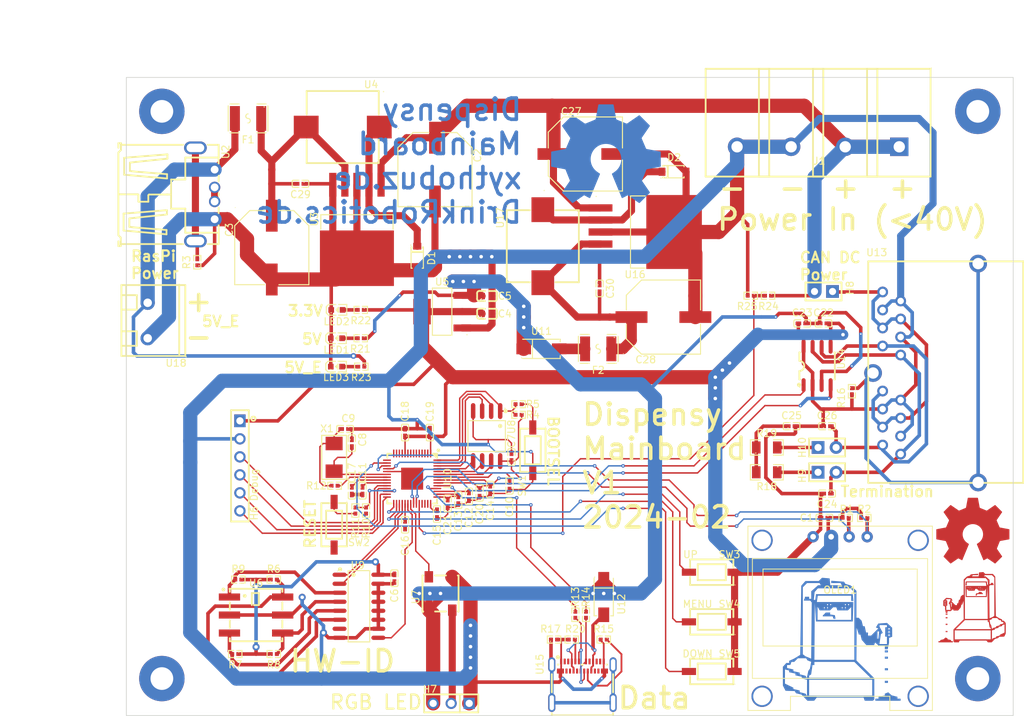
<source format=kicad_pcb>
(kicad_pcb (version 20221018) (generator pcbnew)
  (title_block (title "Dispensy Mainboard") (date "2024-02-05") (rev "1") (company "DrinkRobotics") (comment 1 "https://git.xythobuz.de/thomas/Dispensy") (comment 2 "Licensed under the CERN-OHL-S-2.0+") (comment 3 "PCB Thickness: 1mm") (comment 4 "Copyright (c) 2023 - 2024 Thomas Buck <thomas@xythobuz.de>"))
  (layers (0 "F.Cu" signal) (31 "B.Cu" signal) (34 "B.Paste" user) (35 "F.Paste" user) (36 "B.SilkS" user "B.Silkscreen") (37 "F.SilkS" user "F.Silkscreen") (38 "B.Mask" user) (39 "F.Mask" user) (44 "Edge.Cuts" user))
  (net 0 "")
  (net 1 "GND")
  (net 2 "+3.3V")
  (net 3 "+VDC")
  (net 4 "/EXT_PSU/Vout")
  (net 5 "+5V")
  (net 6 "Net-(U10-XIN)")
  (net 7 "Net-(X1-OSC2)")
  (net 8 "+1V1")
  (net 9 "Net-(U14-CANH)")
  (net 10 "Net-(C25-Pad1)")
  (net 11 "Net-(U14-CANL)")
  (net 12 "/PI/PI_PSU/Vout")
  (net 13 "Net-(U3-OUT)")
  (net 14 "Net-(U16-OUT)")
  (net 15 "/PI/ADC0")
  (net 16 "/PI/ADC1")
  (net 17 "/PI/ADC2")
  (net 18 "/PI/ADC3")
  (net 19 "/PI/IO0")
  (net 20 "/PI/IO1")
  (net 21 "/PI/IO2")
  (net 22 "/PI/IO3")
  (net 23 "/PI/IO4")
  (net 24 "/PI/IO5")
  (net 25 "/PI/IO6")
  (net 26 "/PI/IO7")
  (net 27 "/PI/IO8")
  (net 28 "/PI/IO9")
  (net 29 "/PI/IO10")
  (net 30 "/PI/IO11")
  (net 31 "/PI/IO12")
  (net 32 "/PI/IO13")
  (net 33 "/PI/IO14")
  (net 34 "/PI/IO15")
  (net 35 "/PI/Debug_Clock")
  (net 36 "/PI/Debug_Data")
  (net 37 "/PI/Debug_Tx")
  (net 38 "/PI/Debug_Rx")
  (net 39 "Net-(U7-DO)")
  (net 40 "Net-(H8-Pad1)")
  (net 41 "Net-(H9-Pad1)")
  (net 42 "Net-(H10-Pad1)")
  (net 43 "/PI/I2C_SCL")
  (net 44 "/PI/I2C_SDA")
  (net 45 "Net-(U2-SH1)")
  (net 46 "/PI/SPI_FLASH.SS")
  (net 47 "Net-(R5-Pad1)")
  (net 48 "Net-(U9-D7)")
  (net 49 "Net-(U9-D6)")
  (net 50 "Net-(U9-D5)")
  (net 51 "Net-(U9-D4)")
  (net 52 "Net-(U10-RUN)")
  (net 53 "Net-(R11-Pad2)")
  (net 54 "Net-(U10-XOUT)")
  (net 55 "/PI/USBC.DP")
  (net 56 "Net-(U10-USB_DP)")
  (net 57 "/PI/USBC.DM")
  (net 58 "Net-(U10-USB_DM)")
  (net 59 "Net-(U15-CC2)")
  (net 60 "Net-(R16-Pad1)")
  (net 61 "/PI/USBC.SHIELD")
  (net 62 "Net-(U15-CC1)")
  (net 63 "Net-(U2-D+)")
  (net 64 "/PI/LED_Din")
  (net 65 "/PI/SPI_FLASH.SD1")
  (net 66 "/PI/SPI_FLASH.SD2")
  (net 67 "/PI/SPI_FLASH.SD0")
  (net 68 "/PI/SPI_FLASH.SCLK")
  (net 69 "/PI/SPI_FLASH.SD3")
  (net 70 "/PI/SR_Load")
  (net 71 "/PI/SR_Clock")
  (net 73 "/PI/SR_Data")
  (net 74 "Net-(U10-GPIO24)")
  (net 75 "Net-(U10-GPIO25)")
  (net 76 "/PI/USBC.VBUS")
  (net 87 "Net-(U2-VCC)")
  (net 88 "Net-(U11-A)")
  (net 89 "Net-(LED1-+)")
  (net 90 "Net-(LED2-+)")
  (net 91 "Net-(LED3-+)")
  (footprint "jlc_footprints:HDR-TH_3P-P2.54-V-F" (layer "F.Cu") (at 139.275082 136 180)
    (fp_text reference "H7")
    (fp_text value "WS2812")
  )
  (footprint "jlc_footprints:C0402" (layer "F.Cu") (at 140.275082 107.34763 -90)
    (fp_text reference "C13")
    (fp_text value "1uF")
  )
  (footprint "jlc_footprints:LED0603-RD" (layer "F.Cu") (at 123.101981 88.506858)
    (fp_text reference "LED3")
    (fp_text value "FC-D1608HGK-572C")
  )
  (footprint "jlc_footprints:SW-SMD_L6.1-W3.6-LS6.6" (layer "F.Cu") (at 176 124.5 180)
    (fp_text reference "SW4")
    (fp_text value "MENU")
  )
  (footprint "jlc_footprints:R1206" (layer "F.Cu") (at 183.754966 99.907765)
    (fp_text reference "R19")
    (fp_text value "60R4")
  )
  (footprint "jlc_footprints:TO-263-5_L10.6-W9.6-P1.70-LS15.9-BR" (layer "F.Cu") (at 125.990456 68.034258 90)
    (fp_text reference "U3")
    (fp_text value "LM2576S-5_0_TR")
  )
  (footprint "jlc_footprints:R0402" (layer "F.Cu") (at 127.275082 108.802545 -90)
    (fp_text reference "R10")
    (fp_text value "10K")
  )
  (footprint "jlc_footprints:CAP-SMD_BD10.0-L10.3-W10.3-FD" (layer "F.Cu") (at 158.190482 58.51762)
    (fp_text reference "C27")
    (fp_text value "100uF")
  )
  (footprint "jlc_footprints:CONN-TH_4P-P7.62_L15.2-W31.7-EX4.2" (layer "F.Cu") (at 191 57.5 180)
    (fp_text reference "U1")
    (fp_text value "DBT50G-7_62-4P")
  )
  (footprint "jlc_footprints:R0402" (layer "F.Cu") (at 158.275082 123.5 -90)
    (fp_text reference "R14")
    (fp_text value "27R4")
  )
  (footprint "jlc_footprints:RJ45-TH_DS1129-05-S80BP-X" (layer "F.Cu") (at 206.140469 89.407765 90)
    (fp_text reference "U13")
    (fp_text value "CAN_IO")
  )
  (footprint "jlc_footprints:SOD-123_L2.8-W1.8-LS3.7-RD" (layer "F.Cu") (at 170.690482 61.01762)
    (fp_text reference "D2")
    (fp_text value "MBR340F")
  )
  (footprint "jlc_footprints:C0402" (layer "F.Cu") (at 188.754966 82.407765 180)
    (fp_text reference "C23")
    (fp_text value "47nF")
  )
  (footprint "jlc_footprints:SW-SMD_L6.1-W3.6-LS6.6" (layer "F.Cu") (at 176 117.5 180)
    (fp_text reference "SW3")
    (fp_text value "UP")
  )
  (footprint "jlc_footprints:F1812" (layer "F.Cu") (at 110.646558 53.5 180)
    (fp_text reference "F1")
    (fp_text value "ASMD1812-350-16V")
  )
  (footprint "jlc_footprints:C0402" (layer "F.Cu") (at 126.775082 106 -90)
    (fp_text reference "C11")
    (fp_text value "100nF")
  )
  (footprint "jlc_footprints:CAP-SMD_BD10.0-L10.3-W10.3-FD" (layer "F.Cu") (at 136.990456 60.717646 -90)
    (fp_text reference "C2")
    (fp_text value "100uF")
  )
  (footprint "jlc_footprints:R0402" (layer "F.Cu") (at 114.275082 118.53813)
    (fp_text reference "R6")
    (fp_text value "10K")
  )
  (footprint "jlc_footprints:C0402" (layer "F.Cu") (at 191.874904 109.82738 180)
    (fp_text reference "C1")
    (fp_text value "100nF")
  )
  (footprint "jlc_footprints:R0402" (layer "F.Cu") (at 156.775082 123.5 -90)
    (fp_text reference "R13")
    (fp_text value "27R4")
  )
  (footprint "jlc_footprints:C0402" (layer "F.Cu") (at 138.775082 107.802545 -90)
    (fp_text reference "C21")
    (fp_text value "100nF")
  )
  (footprint "jlc_footprints:C0402" (layer "F.Cu") (at 192.254966 96.907765)
    (fp_text reference "C26")
    (fp_text value "100pF")
  )
  (footprint "jlc_footprints:HDR-TH_6P-P2.54-V-F" (layer "F.Cu") (at 109.5 102.5 -90)
    (fp_text reference "H6")
    (fp_text value "Debug")
  )
  (footprint "jlc_footprints:C0402" (layer "F.Cu") (at 132.775082 110.802545 -90)
    (fp_text reference "C16")
    (fp_text value "100nF")
  )
  (footprint "jlc_footprints:R0402" (layer "F.Cu") (at 126.601981 88.506858 180)
    (fp_text reference "R23")
    (fp_text value "1K")
  )
  (footprint "jlc_footprints:SOT-223-4_L6.5-W3.5-P2.30-LS7.0-BR" (layer "F.Cu") (at 138 80.75)
    (fp_text reference "U5")
    (fp_text value "AMS1117-3_3_C347222")
  )
  (footprint "jlc_footprints:SOIC-8_L5.0-W4.0-P1.27-LS6.0-BL" (layer "F.Cu") (at 190.849962 88.407765)
    (fp_text reference "U14")
    (fp_text value "TJA1042T_3_1J")
  )
  (footprint "jlc_footprints:CONN-TH_XY300V-A-5.0-2P" (layer "F.Cu") (at 96.5 82 90)
    (fp_text reference "U18")
    (fp_text value "XY300V-A-5_0-2P")
  )
  (footprint "jlc_footprints:LED-SMD_4P-L5.0-W5.0-LS5.4-TL-1" (layer "F.Cu") (at 137.775082 120.5 90)
    (fp_text reference "U7")
    (fp_text value "WS2812E-V5")
  )
  (footprint "MountingHole:MountingHole_3.2mm_M3_Pad_TopBottom" (layer "F.Cu") (at 213.5 52.5)
    (fp_text reference "H12" hide)
    (fp_text value "MountingHole" hide)
  )
  (footprint "jlc_footprints:R0402" (layer "F.Cu") (at 103.490456 73.784829 90)
    (fp_text reference "R3")
    (fp_text value "1M")
  )
  (footprint "jlc_footprints:LED0603-RD" (layer "F.Cu") (at 123.169164 80.503429)
    (fp_text reference "LED2")
    (fp_text value "FC-D1608HGK-572C")
  )
  (footprint "jlc_footprints:C0402" (layer "F.Cu") (at 147.775082 101.25746 90)
    (fp_text reference "C7")
    (fp_text value "100nF")
  )
  (footprint "jlc_footprints:C0402" (layer "F.Cu") (at 124.320167 97.302545 180)
    (fp_text reference "C9")
    (fp_text value "27p")
  )
  (footprint "jlc_footprints:HDR-TH_2P-P2.54-V-M-1" (layer "F.Cu") (at 191.754966 77.907765 180)
    (fp_text reference "H8")
    (fp_text value "PWR")
  )
  (footprint "jlc_footprints:R0402" (layer "F.Cu") (at 194.874904 109.82738 180)
    (fp_text reference "R1")
    (fp_text value "10K")
  )
  (footprint "jlc_footprints:R0402" (layer "F.Cu") (at 156.275082 127 180)
    (fp_text reference "R20")
    (fp_text value "5K1")
  )
  (footprint "jlc_footprints:C0402" (layer "F.Cu") (at 132.775082 97.802545 90)
    (fp_text reference "C18")
    (fp_text value "100nF")
  )
  (footprint "jlc_footprints:USB-C-SMD_TYPE-C-USB-18" (layer "F.Cu") (at 157.775082 133)
    (fp_text reference "U15")
    (fp_text value "USB-C")
  )
  (footprint "jlc_footprints:C0402" (layer "F.Cu") (at 141.775082 106.802545 -90)
    (fp_text reference "C12")
    (fp_text value "1uF")
  )
  (footprint "jlc_footprints:OSC-SMD_2P-L5.0-W3.2" (layer "F.Cu") (at 122.775082 101.302545 90)
    (fp_text reference "X1")
    (fp_text value "12MHz")
  )
  (footprint "jlc_footprints:SW-SMD_L6.1-W3.6-LS6.6" (layer "F.Cu") (at 150.775082 100.302545 -90)
    (fp_text reference "SW1")
    (fp_text value "BOOTSEL")
  )
  (footprint "MountingHole:MountingHole_3.2mm_M3_Pad_TopBottom" (layer "F.Cu") (at 98.5 52.5)
    (fp_text reference "H11" hide)
    (fp_text value "MountingHole" hide)
  )
  (footprint "jlc_footprints:TO-263-5_L10.6-W9.6-P1.70-LS15.9-BR" (layer "F.Cu") (at 165.507094 69.51762 180)
    (fp_text reference "U16")
    (fp_text value "LM2576S-5_0_TR")
  )
  (footprint "jlc_footprints:R0402" (layer "F.Cu") (at 183.932817 78.5 180)
    (fp_text reference "R24")
    (fp_text value "147K")
  )
  (footprint "jlc_footprints:R0402" (layer "F.Cu") (at 125.775082 108.802545 -90)
    (fp_text reference "R11")
    (fp_text value "1K")
  )
  (footprint "jlc_footprints:R0402" (layer "F.Cu") (at 122.842265 105.302545)
    (fp_text reference "R12")
    (fp_text value "1K")
  )
  (footprint "jlc_footprints:SW-SMD_L6.1-W3.6-LS6.6" (layer "F.Cu") (at 122.775082 110.802545 -90)
    (fp_text reference "SW2")
    (fp_text value "RESET")
  )
  (footprint "jlc_footprints:R0402" (layer "F.Cu") (at 153.775082 127)
    (fp_text reference "R17")
    (fp_text value "1M")
  )
  (footprint "jlc_footprints:R0402" (layer "F.Cu") (at 148.775082 95.302545 180)
    (fp_text reference "R4")
    (fp_text value "10K")
  )
  (footprint "jlc_footprints:R0402" (layer "F.Cu") (at 160.775082 127 180)
    (fp_text reference "R15")
    (fp_text value "5K1")
  )
  (footprint "jlc_footprints:C0402" (layer "F.Cu") (at 143.275082 106.302545 -90)
    (fp_text reference "C20")
    (fp_text value "100nF")
  )
  (footprint "jlc_footprints:SOIC-8_L5.3-W5.3-P1.27-LS8.0-BL" (layer "F.Cu") (at 144.275082 98.302545 180)
    (fp_text reference "U8")
    (fp_text value "W25Q128JVSIQ")
  )
  (footprint "jlc_footprints:C0402" (layer "F.Cu") (at 192.254966 106.407765 180)
    (fp_text reference "C24")
    (fp_text value "100pF")
  )
  (footprint "jlc_footprints:R0402" (layer "F.Cu") (at 126.534798 80.503429 180)
    (fp_text reference "R22")
    (fp_text value "1K")
  )
  (footprint "jlc_footprints:LED0603-RD" (layer "F.Cu") (at 123.101981 84.503429)
    (fp_text reference "LED1")
    (fp_text value "FC-D1608HGK-572C")
  )
  (footprint "jlc_footprints:SMA_L4.4-W2.8-LS5.4-R-RD" (layer "F.Cu") (at 152 86)
    (fp_text reference "U11")
    (fp_text value "SS54_C22452")
  )
  (footprint "jlc_footprints:F1812" (layer "F.Cu") (at 160 86 180)
    (fp_text reference "F2")
    (fp_text value "ASMD1812-350-16V")
  )
  (footprint "MountingHole:MountingHole_3.2mm_M3_Pad_TopBottom" (layer "F.Cu") (at 213.5 132.5)
    (fp_text reference "H14" hide)
    (fp_text value "MountingHole" hide)
  )
  (footprint "jlc_footprints:CAP-SMD_BD10.0-L10.3-W10.3-LS11.3-FD" (layer "F.Cu") (at 113.990456 71.717646 -90)
    (fp_text reference "C3")
    (fp_text value "1000uF")
  )
  (footprint "jlc_footprints:CAP-SMD_BD10.0-L10.3-W10.3-LS11.3-FD" (layer "F.Cu") (at 169.190482 81.51762)
    (fp_text reference "C28")
    (fp_text value "1000uF")
  )
  (footprint "jlc_footprints:C0402" (layer "F.Cu") (at 147.5 105.302545 -90)
    (fp_text reference "C10")
    (fp_text value "100nF")
  )
  (footprint "jlc_footprints:C0603" (layer "F.Cu") (at 144.3349 78.549975)
    (fp_text reference "C5")
    (fp_text value "10uF")
  )
  (footprint "jlc_footprints:C0402" (layer "F.Cu") (at 136.275082 97.802545 90)
    (fp_text reference "C19")
    (fp_text value "100nF")
  )
  (footprint "jlc_footprints:R0402" (layer "F.Cu") (at 181.5 78.5 180)
    (fp_text reference "R25")
    (fp_text value "10K")
  )
  (footprint "jlc_footprints:C0402" (layer "F.Cu") (at 137.275082 109.302545 -90)
    (fp_text reference "C15")
    (fp_text value "100nF")
  )
  (footprint "jlc_footprints:R0402" (layer "F.Cu") (at 195.754966 91.974948 -90)
    (fp_text reference "R16")
    (fp_text value "1M")
  )
  (footprint "jlc_footprints:SMA_L4.4-W2.8-LS5.4-R-RD" (layer "F.Cu") (at 160.775082 121 -90)
    (fp_text reference "U12")
    (fp_text value "SS54_C22452")
  )
  (footprint "jlc_footprints:R0402" (layer "F.Cu") (at 148.775082 93.802545 180)
    (fp_text reference "R5")
    (fp_text value "1K")
  )
  (footprint "jlc_footprints:SW-SMD_SM_SKCR-16S" (layer "F.Cu") (at 111.775082 123.53813 90)
    (fp_text reference "U6")
    (fp_text value "SKCR-16S")
  )
  (footprint "jlc_footprints:C0603" (layer "F.Cu") (at 144.3349 81.049975)
    (fp_text reference "C4")
    (fp_text value "10uF")
  )
  (footprint "jlc_footprints:C0402" (layer "F.Cu") (at 187.254966 96.907765)
    (fp_text reference "C25")
    (fp_text value "4.7nF")
  )
  (footprint "jlc_footprints:C0402" (layer "F.Cu") (at 144.775082 105.84763 -90)
    (fp_text reference "C14")
    (fp_text value "100nF")
  )
  (footprint "jlc_footprints:R1206" (layer "F.Cu") (at 183.754966 103.407765 180)
    (fp_text reference "R18")
    (fp_text value "60R4")
  )
  (footprint "jlc_footprints:USB-A-TH_USB-302-T" (layer "F.Cu") (at 104.581769 64.217646 -90)
    (fp_text reference "U2")
    (fp_text value "USB-A")
  )
  (footprint "jlc_footprints:C0402" (layer "F.Cu") (at 131.275082 118.34763 90)
    (fp_text reference "C6")
    (fp_text value "100nF")
  )
  (footprint "jlc_footprints:SOIC-16_L9.9-W3.9-P1.27-LS6.0-BL" (layer "F.Cu") (at 126.275082 122.302545 -90)
    (fp_text reference "U9")
    (fp_text value "74HC165D,653")
  )
  (footprint "jlc_footprints:R0402" (layer "F.Cu") (at 197.5 109.845 180)
    (fp_text reference "R2")
    (fp_text value "10K")
  )
  (footprint "MountingHole:MountingHole_3.2mm_M3_Pad_TopBottom" (layer "F.Cu") (at 98.5 132.5)
    (fp_text reference "H13" hide)
    (fp_text value "MountingHole" hide)
  )
  (footprint "jlc_footprints:SOD-123_L2.8-W1.8-LS3.7-RD" (layer "F.Cu") (at 134.490456 73.217646 -90)
    (fp_text reference "D1")
    (fp_text value "MBR340F")
  )
  (footprint "jlc_footprints:SW-SMD_L6.1-W3.6-LS6.6" (layer "F.Cu") (at 176 131.5 180)
    (fp_text reference "SW5")
    (fp_text value "DOWN")
  )
  (footprint "jlc_footprints:IND-SMD_L11.5-W10.0_YSPI1050" (layer "F.Cu") (at 152.190482 71.51762 -90)
    (fp_text reference "U17")
    (fp_text value "100uH")
  )
  (footprint "jlc_footprints:LQFN-56_L7.0-W7.0-P0.4-EP" (layer "F.Cu") (at 133.774955 104.302545 -90)
    (fp_text reference "U10")
    (fp_text value "RP2040")
  )
  (footprint "jlc_footprints:IND-SMD_L11.5-W10.0_YSPI1050" (layer "F.Cu") (at 123.990456 54.717646 180)
    (fp_text reference "U4")
    (fp_text value "100uH")
  )
  (footprint "jlc_footprints:R0402" (layer "F.Cu") (at 114.275082 129.03813)
    (fp_text reference "R8")
    (fp_text value "10K")
  )
  (footprint "jlc_footprints:R0402" (layer "F.Cu") (at 126.534798 84.503429 180)
    (fp_text reference "R21")
    (fp_text value "1K")
  )
  (footprint "jlc_footprints:C0402" (layer "F.Cu") (at 125.275082 99.302545 -90)
    (fp_text reference "C8")
    (fp_text value "27p")
  )
  (footprint "jlc_footprints:C0402" (layer "F.Cu") (at 118.035541 62.717646 180)
    (fp_text reference "C29")
    (fp_text value "100nF")
  )
  (footprint "jlc_footprints:R0402" (layer "F.Cu") (at 109.275082 118.53813 180)
    (fp_text reference "R9")
    (fp_text value "10K")
  )
  (footprint "extern:SSD1306_0.96_Oled" (layer "F.Cu") (at 181.095 137)
    (fp_text reference "OLED1")
    (fp_text value "SSD1306")
  )
  (footprint "jlc_footprints:C0402" (layer "F.Cu") (at 191.754966 82.407765)
    (fp_text reference "C22")
    (fp_text value "100nF")
  )
  (footprint "jlc_footprints:C0402" (layer "F.Cu") (at 125.275082 106 -90)
    (fp_text reference "C17")
    (fp_text value "100nF")
  )
  (footprint "jlc_footprints:HDR-TH_2P-P2.54-V-M-1" (layer "F.Cu") (at 192.254966 99.907765)
    (fp_text reference "H10")
    (fp_text value "T_CL")
  )
  (footprint "jlc_footprints:R0402" (layer "F.Cu") (at 108.842265 129.03813 180)
    (fp_text reference "R7")
    (fp_text value "10K")
  )
  (footprint "jlc_footprints:HDR-TH_2P-P2.54-V-M-1" (layer "F.Cu") (at 192.254966 103.407765)
    (fp_text reference "H9")
    (fp_text value "T_CH")
  )
  (footprint "jlc_footprints:C0402" (layer "F.Cu") (at 160.190482 77.472535 -90)
    (fp_text reference "C30")
    (fp_text value "100nF")
  )
  (gr_poly (pts (xy 214.097024 120.401698) (xy 214.217977 120.522651) (xy 214.217977 120.591191) (xy 213.42305 120.591191) (xy 213.390125 120.689968) (xy 213.357199 120.788746) (xy 213.18956 120.788746) (xy 213.2178 120.640579) (xy 213.24604 120.492413) (xy 213.435675 120.465358) (xy 213.62531 120.438302) (xy 213.62531 120.280746) (xy 213.976071 120.280746)) (fill solid) (layer "F.Cu"))
  (gr_poly (pts (xy 213.454103 106.998476) (xy 213.457027 106.998694) (xy 213.459938 106.999052) (xy 213.46283 106.999547) (xy 213.465699 107.000176) (xy 213.468542 107.000934) (xy 213.471352 107.001819) (xy 213.474127 107.002826) (xy 213.476862 107.003953) (xy 213.479552 107.005195) (xy 213.482193 107.006548) (xy 213.484781 107.008011) (xy 213.487311 107.009577) (xy 213.489779 107.011245) (xy 213.492181 107.01301) (xy 213.494512 107.01487) (xy 213.496768 107.016819) (xy 213.498944 107.018855) (xy 213.501037 107.020975) (xy 213.503042 107.023174) (xy 213.504954 107.025448) (xy 213.506769 107.027795) (xy 213.508483 107.030211) (xy 213.510091 107.032692) (xy 213.51159 107.035235) (xy 213.512974 107.037835) (xy 213.51424 107.04049) (xy 213.515382 107.043195) (xy 213.516397 107.045948) (xy 213.51728 107.048744) (xy 213.518028 107.051581) (xy 213.518635 107.054453) (xy 213.541237 107.175457) (xy 213.56207 107.287672) (xy 213.762126 108.362896) (xy 213.762739 108.365792) (xy 213.763484 108.368698) (xy 213.765352 108.374521) (xy 213.767698 108.380327) (xy 213.770488 108.386078) (xy 213.773691 108.391735) (xy 213.777273 108.397261) (xy 213.781201 108.402617) (xy 213.785443 108.407766) (xy 213.789966 108.41267) (xy 213.794737 108.41729) (xy 213.799723 108.421588) (xy 213.804892 108.425527) (xy 213.810211 108.429068) (xy 213.815647 108.432174) (xy 213.818398 108.433551) (xy 213.821167 108.434806) (xy 213.823948 108.435932) (xy 213.826738 108.436926) (xy 214.703733 108.795886) (xy 214.709199 108.798277) (xy 214.714991 108.800275) (xy 214.721058 108.801882) (xy 214.72735 108.803102) (xy 214.733815 108.803938) (xy 214.740405 108.804394) (xy 214.747068 108.804472) (xy 214.753754 108.804176) (xy 214.760413 108.80351) (xy 214.766994 108.802476) (xy 214.773446 108.801079) (xy 214.77972 108.799321) (xy 214.785765 108.797206) (xy 214.79153 108.794737) (xy 214.796966 108.791918) (xy 214.802021 108.788751) (xy 215.699392 108.172885) (xy 215.793512 108.108274) (xy 215.894996 108.038639) (xy 215.897458 108.037038) (xy 215.899995 108.035561) (xy 215.902599 108.034209) (xy 215.905265 108.03298) (xy 215.907989 108.031875) (xy 215.910763 108.030893) (xy 215.913583 108.030033) (xy 215.916443 108.029295) (xy 215.919337 108.028678) (xy 215.92226 108.028181) (xy 215.928168 108.027549) (xy 215.934123 108.027393) (xy 215.940079 108.027709) (xy 215.945992 108.028493) (xy 215.951817 108.029742) (xy 215.957508 108.031451) (xy 215.960289 108.032476) (xy 215.96302 108.033615) (xy 215.965695 108.034866) (xy 215.968308 108.03623) (xy 215.970855 108.037706) (xy 215.973328 108.039293) (xy 215.975723 108.040991) (xy 215.978034 108.042799) (xy 215.980255 108.044717) (xy 215.98238 108.046744) (xy 216.069424 108.13373) (xy 216.150188 108.214495) (xy 216.402299 108.46672) (xy 216.483007 108.547427) (xy 216.735232 108.799652) (xy 216.81594 108.88036) (xy 216.902925 108.967346) (xy 216.904952 108.969477) (xy 216.906869 108.971702) (xy 216.908677 108.974017) (xy 216.910374 108.976415) (xy 216.91196 108.978891) (xy 216.913435 108.981439) (xy 216.916048 108.986731) (xy 216.918209 108.992244) (xy 216.919915 108.997935) (xy 216.921162 109.003758) (xy 216.921946 109.009669) (xy 216.922264 109.015622) (xy 216.92211 109.021574) (xy 216.921482 109.027478) (xy 216.920375 109.033292) (xy 216.918786 109.038968) (xy 216.91781 109.041741) (xy 216.916711 109.044464) (xy 216.91549 109.047129) (xy 216.914146 109.049733) (xy 216.912679 109.052269) (xy 216.911088 109.054731) (xy 216.841396 109.156215) (xy 216.776841 109.250393) (xy 216.173933 110.128929) (xy 216.170781 110.134001) (xy 216.167982 110.139444) (xy 216.16554 110.145209) (xy 216.163459 110.151246) (xy 216.161742 110.157505) (xy 216.160392 110.163936) (xy 216.159413 110.17049) (xy 216.158807 110.177116) (xy 216.158579 110.183765) (xy 216.158731 110.190387) (xy 216.159268 110.196932) (xy 216.160191 110.203351) (xy 216.161506 110.209592) (xy 216.163214 110.215607) (xy 216.165319 110.221346) (xy 216.167826 110.226759) (xy 216.555667 111.131379) (xy 216.557861 111.13693) (xy 216.560565 111.142431) (xy 216.563741 111.147848) (xy 216.567351 111.15315) (xy 216.571355 111.158303) (xy 216.575716 111.163274) (xy 216.580395 111.16803) (xy 216.585354 111.172539) (xy 216.590555 111.176768) (xy 216.595958 111.180684) (xy 216.601527 111.184254) (xy 216.607221 111.187445) (xy 216.613004 111.190224) (xy 216.618836 111.192559) (xy 216.624679 111.194416) (xy 216.630495 111.195763) (xy 217.66217 111.387657) (xy 217.774441 111.40849) (xy 217.895445 111.431036) (xy 217.898323 111.431653) (xy 217.901164 111.432409) (xy 217.903965 111.4333) (xy 217.906721 111.434321) (xy 217.909431 111.435469) (xy 217.912089 111.436739) (xy 217.914693 111.438127) (xy 217.917238 111.439629) (xy 217.919721 111.441239) (xy 217.922139 111.442955) (xy 217.926764 111.446685) (xy 217.931085 111.450783) (xy 217.935071 111.455215) (xy 217.938695 111.459948) (xy 217.941927 111.464947) (xy 217.94474 111.470178) (xy 217.94598 111.47287) (xy 217.947103 111.475607) (xy 217.948108 111.478385) (xy 217.94899 111.4812) (xy 217.949745 111.484046) (xy 217.950369 111.486921) (xy 217.95086 111.48982) (xy 217.951214 111.492738) (xy 217.951427 111.495671) (xy 217.951495 111.498616) (xy 217.951437 111.621674) (xy 217.951437 111.73583) (xy 217.951381 112.092563) (xy 217.951381 112.800495) (xy 217.951307 112.803434) (xy 217.95109 112.806364) (xy 217.950732 112.809279) (xy 217.950236 112.812175) (xy 217.949608 112.815048) (xy 217.948849 112.817894) (xy 217.947964 112.820708) (xy 217.946956 112.823486) (xy 217.945829 112.826224) (xy 217.944587 112.828916) (xy 217.943233 112.83156) (xy 217.94177 112.83415) (xy 217.940202 112.836682) (xy 217.938533 112.839152) (xy 217.936767 112.841555) (xy 217.934906 112.843888) (xy 217.932955 112.846145) (xy 217.930918 112.848323) (xy 217.928796 112.850416) (xy 217.926596 112.852422) (xy 217.924319 112.854334) (xy 217.921969 112.85615) (xy 217.919551 112.857865) (xy 217.917067 112.859473) (xy 217.914521 112.860972) (xy 217.911918 112.862357) (xy 217.909259 112.863622) (xy 217.90655 112.864765) (xy 217.903793 112.86578) (xy 217.900992 112.866663) (xy 217.898151 112.867411) (xy 217.895273 112.868017) (xy 217.774383 112.890506) (xy 217.662112 112.911453) (xy 216.661431 113.09764) (xy 216.658536 113.098243) (xy 216.655633 113.09898) (xy 216.652726 113.099846) (xy 216.649821 113.100838) (xy 216.644034 113.103181) (xy 216.638309 113.105974) (xy 216.632684 113.109185) (xy 216.627196 113.112781) (xy 216.621883 113.116727) (xy 216.616782 113.120991) (xy 216.611932 113.12554) (xy 216.607369 113.130339) (xy 216.603132 113.135356) (xy 216.599258 113.140557) (xy 216.595784 113.145909) (xy 216.592749 113.151379) (xy 216.591407 113.154147) (xy 216.59019 113.156932) (xy 216.5891 113.15973) (xy 216.588144 113.162537) (xy 216.202985 114.124805) (xy 216.200595 114.130272) (xy 216.198603 114.136066) (xy 216.197004 114.142135) (xy 216.195794 114.148431) (xy 216.19497 114.154901) (xy 216.194528 114.161495) (xy 216.194464 114.168163) (xy 216.194773 114.174855) (xy 216.195452 114.181519) (xy 216.196498 114.188105) (xy 216.197905 114.194562) (xy 216.19967 114.20084) (xy 216.20179 114.206888) (xy 216.204259 114.212656) (xy 216.207075 114.218094) (xy 216.210234 114.223149) (xy 216.776899 115.048832) (xy 216.841511 115.142895) (xy 216.911202 115.244492) (xy 216.912803 115.246955) (xy 216.91428 115.249491) (xy 216.915632 115.252096) (xy 216.916861 115.254762) (xy 216.917966 115.257486) (xy 216.918948 115.26026) (xy 216.919809 115.26308) (xy 216.920547 115.26594) (xy 216.921165 115.268834) (xy 216.921661 115.271756) (xy 216.922295 115.277665) (xy 216.922453 115.28362) (xy 216.922139 115.289576) (xy 216.921357 115.295489) (xy 216.920113 115.301314) (xy 216.918409 115.307005) (xy 216.917386 115.309786) (xy 216.91625 115.312517) (xy 216.915002 115.315192) (xy 216.913641 115.317806) (xy 216.912169 115.320352) (xy 216.910586 115.322825) (xy 216.908892 115.32522) (xy 216.907089 115.327531) (xy 216.905176 115.329752) (xy 216.903154 115.331878) (xy 216.816054 115.418865) (xy 216.735346 115.499571) (xy 216.483007 115.751797) (xy 216.402299 115.832505) (xy 216.150188 116.084672) (xy 216.069424 116.165437) (xy 215.982438 116.252423) (xy 215.980313 116.254445) (xy 215.978091 116.256358) (xy 215.975781 116.258162) (xy 215.973386 116.259855) (xy 215.970912 116.261439) (xy 215.968366 116.262911) (xy 215.963077 116.26552) (xy 215.957565 116.267678) (xy 215.951874 116.269382) (xy 215.94605 116.270627) (xy 215.940137 116.271409) (xy 215.93418 116.271723) (xy 215.928225 116.271565) (xy 215.922317 116.270931) (xy 215.9165 116.269817) (xy 215.91082 116.268218) (xy 215.908046 116.267235) (xy 215.905322 116.26613) (xy 215.902656 116.264901) (xy 215.900051 116.263549) (xy 215.897515 116.262072) (xy 215.895052 116.260471) (xy 215.793512 116.190894) (xy 215.699448 116.126338) (xy 214.891688 115.572004) (xy 214.886644 115.568867) (xy 214.88124 115.566114) (xy 214.875525 115.563747) (xy 214.869549 115.561766) (xy 214.863361 115.560174) (xy 214.857011 115.558971) (xy 214.850548 115.55816) (xy 214.844022 115.557741) (xy 214.837482 115.557716) (xy 214.830977 115.558087) (xy 214.824556 115.558854) (xy 214.81827 115.56002) (xy 214.812168 115.561585) (xy 214.806299 115.563551) (xy 214.800712 115.56592) (xy 214.795456 115.568693) (xy 214.62782 115.663099) (xy 214.577421 115.689769) (xy 214.550445 115.70381) (xy 214.526679 115.71601) (xy 214.353049 115.804936) (xy 214.350409 115.806197) (xy 214.347746 115.807306) (xy 214.345066 115.808263) (xy 214.342372 115.809072) (xy 214.33967 115.809734) (xy 214.336964 115.810249) (xy 214.334258 115.810621) (xy 214.331558 115.810851) (xy 214.328867 115.81094) (xy 214.326191 115.810891) (xy 214.323534 115.810704) (xy 214.320901 115.810382) (xy 214.318296 115.809927) (xy 214.315724 115.80934) (xy 214.31319 115.808622) (xy 214.310698 115.807776) (xy 214.308252 115.806803) (xy 214.305858 115.805705) (xy 214.303521 115.804484) (xy 214.301244 115.803142) (xy 214.299032 115.801679) (xy 214.29689 115.800098) (xy 214.294822 115.798401) (xy 214.292834 115.796589) (xy 214.29093 115.794664) (xy 214.289114 115.792627) (xy 214.287391 115.790481) (xy 214.285765 115.788227) (xy 214.284242 115.785867) (xy 214.282826 115.783403) (xy 214.281521 115.780835) (xy 214.280333 115.778167) (xy 214.205675 115.597917) (xy 214.162011 115.492438) (xy 213.461272 113.799008) (xy 213.417665 113.693643) (xy 213.368007 113.573666) (xy 213.366954 113.570925) (xy 213.36604 113.568141) (xy 213.365263 113.565321) (xy 213.364623 113.562469) (xy 213.364116 113.55959) (xy 213.363743 113.556691) (xy 213.3635 113.553776) (xy 213.363386 113.55085) (xy 213.363399 113.547919) (xy 213.363537 113.544988) (xy 213.3638 113.542062) (xy 213.364184 113.539147) (xy 213.364689 113.536247) (xy 213.365313 113.533369) (xy 213.366053 113.530517) (xy 213.366908 113.527697) (xy 213.367877 113.524914) (xy 213.368957 113.522173) (xy 213.370148 113.519479) (xy 213.371446 113.516839) (xy 213.372851 113.514256) (xy 213.374361 113.511737) (xy 213.375973 113.509286) (xy 213.377687 113.506909) (xy 213.3795 113.504612) (xy 213.381411 113.502399) (xy 213.383418 113.500275) (xy 213.38552 113.498247) (xy 213.387714 113.496319) (xy 213.389998 113.494496) (xy 213.392372 113.492784) (xy 213.394833 113.491189) (xy 213.505507 113.423438) (xy 213.513507 113.418351) (xy 213.522035 113.412551) (xy 213.530934 113.406164) (xy 213.540046 113.399316) (xy 213.549214 113.392133) (xy 213.558281 113.384742) (xy 213.56709 113.37727) (xy 213.575484 113.369842) (xy 213.64878 113.319652) (xy 213.718732 113.265162) (xy 213.785151 113.206561) (xy 213.847844 113.144039) (xy 213.90662 113.077787) (xy 213.961289 113.007992) (xy 214.011659 112.934845) (xy 214.057538 112.858536) (xy 214.098736 112.779253) (xy 214.135061 112.697187) (xy 214.166323 112.612526) (xy 214.192329 112.525461) (xy 214.212889 112.436181) (xy 214.227811 112.344876) (xy 214.236905 112.251735) (xy 214.239979 112.156947) (xy 214.238105 112.082853) (xy 214.232545 112.009732) (xy 214.223388 111.937674) (xy 214.210726 111.866769) (xy 214.194649 111.797109) (xy 214.175247 111.728783) (xy 214.15261 111.661882) (xy 214.12683 111.596497) (xy 214.097996 111.532717) (xy 214.066199 111.470634) (xy 214.03153 111.410338) (xy 213.994078 111.35192) (xy 213.953935 111.295469) (xy 213.911191 111.241077) (xy 213.865937 111.188833) (xy 213.818262 111.138828) (xy 213.768258 111.091154) (xy 213.716014 111.045899) (xy 213.661621 111.003155) (xy 213.605171 110.963012) (xy 213.546752 110.925561) (xy 213.486456 110.890891) (xy 213.424373 110.859094) (xy 213.360594 110.830261) (xy 213.295209 110.80448) (xy 213.228308 110.781844) (xy 213.159982 110.762441) (xy 213.090322 110.746364) (xy 213.019417 110.733702) (xy 212.947359 110.724545) (xy 212.874238 110.718985) (xy 212.800144 110.717112) (xy 212.726055 110.718985) (xy 212.652939 110.724545) (xy 212.580885 110.733702) (xy 212.509985 110.746364) (xy 212.440328 110.762441) (xy 212.372006 110.781844) (xy 212.305109 110.80448) (xy 212.239727 110.830261) (xy 212.17595 110.859094) (xy 212.11387 110.890891) (xy 212.053576 110.925561) (xy 211.99516 110.963012) (xy 211.938711 111.003155) (xy 211.884321 111.045899) (xy 211.832078 111.091154) (xy 211.782075 111.138828) (xy 211.734402 111.188833) (xy 211.689148 111.241077) (xy 211.646405 111.295469) (xy 211.606263 111.35192) (xy 211.568812 111.410338) (xy 211.534144 111.470634) (xy 211.502347 111.532717) (xy 211.473514 111.596497) (xy 211.447734 111.661882) (xy 211.425097 111.728783) (xy 211.405695 111.797109) (xy 211.389618 111.866769) (xy 211.376956 111.937674) (xy 211.367799 112.009732) (xy 211.362239 112.082853) (xy 211.360366 112.156947) (xy 211.361138 112.20453) (xy 211.363439 112.251725) (xy 211.367244 112.29851) (xy 211.372531 112.344859) (xy 211.379274 112.390751) (xy 211.38745 112.43616) (xy 211.397036 112.481063) (xy 211.408007 112.525437) (xy 211.420339 112.569257) (xy 211.434009 112.612501) (xy 211.448992 112.655143) (xy 211.465265 112.697161) (xy 211.482804 112.738531) (xy 211.501585 112.779229) (xy 211.542778 112.858514) (xy 211.588652 112.934826) (xy 211.639017 113.007977) (xy 211.693681 113.077775) (xy 211.752453 113.144031) (xy 211.815142 113.206556) (xy 211.881558 113.265159) (xy 211.951509 113.319651) (xy 212.024804 113.369842) (xy 212.033216 113.377272) (xy 212.042039 113.38475) (xy 212.051114 113.392148) (xy 212.060285 113.399337) (xy 212.069394 113.406189) (xy 212.078285 113.412575) (xy 212.086799 113.418368) (xy 212.094781 113.423438) (xy 212.205512 113.491189) (xy 212.207978 113.492784) (xy 212.210357 113.494496) (xy 212.212646 113.496319) (xy 212.214844 113.498247) (xy 212.216949 113.500275) (xy 212.21896 113.502399) (xy 212.22269 113.506909) (xy 212.226021 113.511737) (xy 212.228939 113.516839) (xy 212.23143 113.522173) (xy 212.233479 113.527697) (xy 212.235074 113.533369) (xy 212.236201 113.539147) (xy 212.236844 113.544988) (xy 212.236991 113.55085) (xy 212.236628 113.556691) (xy 212.236251 113.55959) (xy 212.235741 113.562469) (xy 212.235096 113.565321) (xy 212.234315 113.568141) (xy 212.233396 113.570925) (xy 212.232338 113.573666) (xy 212.182737 113.693643) (xy 212.139016 113.799008) (xy 211.438276 115.492438) (xy 211.394555 115.597917) (xy 211.320012 115.778167) (xy 211.318824 115.780835) (xy 211.317519 115.783403) (xy 211.316103 115.785867) (xy 211.31458 115.788227) (xy 211.312954 115.790481) (xy 211.311231 115.792627) (xy 211.309415 115.794664) (xy 211.307511 115.796589) (xy 211.305522 115.798401) (xy 211.303455 115.800098) (xy 211.301313 115.801679) (xy 211.299101 115.803142) (xy 211.296824 115.804484) (xy 211.294486 115.805705) (xy 211.292092 115.806803) (xy 211.289647 115.807776) (xy 211.287155 115.808622) (xy 211.28462 115.80934) (xy 211.282049 115.809927) (xy 211.279444 115.810382) (xy 211.27681 115.810704) (xy 211.274153 115.810891) (xy 211.271477 115.81094) (xy 211.268787 115.810851) (xy 211.266086 115.810621) (xy 211.263381 115.810249) (xy 211.260675 115.809734) (xy 211.257972 115.809072) (xy 211.255279 115.808263) (xy 211.252598 115.807306) (xy 211.249936 115.806197) (xy 211.247295 115.804936) (xy 211.073609 115.71601) (xy 211.022938 115.689769) (xy 210.972524 115.663099) (xy 210.804831 115.568693) (xy 210.799586 115.56592) (xy 210.794007 115.563551) (xy 210.788146 115.561585) (xy 210.78205 115.56002) (xy 210.775769 115.558854) (xy 210.769354 115.558087) (xy 210.762852 115.557716) (xy 210.756315 115.557741) (xy 210.749791 115.55816) (xy 210.74333 115.558971) (xy 210.736981 115.560174) (xy 210.730795 115.561766) (xy 210.724819 115.563747) (xy 210.719104 115.566114) (xy 210.7137 115.568867) (xy 210.708656 115.572004) (xy 209.900896 116.126338) (xy 209.806775 116.190894) (xy 209.705349 116.260471) (xy 209.702886 116.262072) (xy 209.70035 116.263549) (xy 209.697745 116.264901) (xy 209.695079 116.26613) (xy 209.692355 116.267235) (xy 209.689581 116.268218) (xy 209.686761 116.269078) (xy 209.683901 116.269817) (xy 209.681007 116.270434) (xy 209.678084 116.270931) (xy 209.672176 116.271565) (xy 209.666221 116.271723) (xy 209.660265 116.271409) (xy 209.654351 116.270627) (xy 209.648527 116.269382) (xy 209.642836 116.267678) (xy 209.640055 116.266656) (xy 209.637324 116.26552) (xy 209.634649 116.264271) (xy 209.632035 116.262911) (xy 209.629489 116.261439) (xy 209.627016 116.259855) (xy 209.624621 116.258162) (xy 209.62231 116.256358) (xy 209.620089 116.254445) (xy 209.617963 116.252423) (xy 209.530863 116.165437) (xy 209.450155 116.084672) (xy 209.198045 115.832619) (xy 209.117337 115.751911) (xy 208.864997 115.499571) (xy 208.78429 115.418865) (xy 208.697247 115.331878) (xy 208.69522 115.329747) (xy 208.693302 115.327522) (xy 208.691495 115.325207) (xy 208.689798 115.322809) (xy 208.688212 115.320333) (xy 208.686738 115.317785) (xy 208.684125 115.312493) (xy 208.681965 115.30698) (xy 208.68026 115.301289) (xy 208.679015 115.295466) (xy 208.678233 115.289555) (xy 208.677919 115.283602) (xy 208.678077 115.27765) (xy 208.678709 115.271745) (xy 208.679822 115.265932) (xy 208.681417 115.260256) (xy 208.682397 115.257482) (xy 208.6835 115.25476) (xy 208.684725 115.252094) (xy 208.686073 115.249491) (xy 208.687546 115.246955) (xy 208.689142 115.244492) (xy 208.758833 115.142895) (xy 208.823445 115.048832) (xy 209.390053 114.223149) (xy 209.393221 114.218093) (xy 209.396044 114.212654) (xy 209.398518 114.206884) (xy 209.400641 114.200832) (xy 209.402407 114.19455) (xy 209.403814 114.18809) (xy 209.404858 114.1815) (xy 209.405535 114.174833) (xy 209.405841 114.16814) (xy 209.405773 114.16147) (xy 209.405328 114.154875) (xy 209.4045 114.148406) (xy 209.403288 114.142114) (xy 209.401686 114.136049) (xy 209.399692 114.130262) (xy 209.397301 114.124805) (xy 209.012143 113.162537) (xy 209.011192 113.15973) (xy 209.010107 113.156932) (xy 209.007557 113.151379) (xy 209.004529 113.145909) (xy 209.001062 113.140557) (xy 208.997192 113.135356) (xy 208.992958 113.130339) (xy 208.988397 113.12554) (xy 208.983548 113.120991) (xy 208.978446 113.116727) (xy 208.973131 113.112781) (xy 208.96764 113.109185) (xy 208.96201 113.105974) (xy 208.956279 113.103181) (xy 208.950484 113.100838) (xy 208.944664 113.09898) (xy 208.941756 113.098243) (xy 208.938856 113.09764) (xy 207.938231 112.911453) (xy 207.82596 112.890506) (xy 207.705013 112.868017) (xy 207.702135 112.867411) (xy 207.699293 112.866663) (xy 207.696492 112.86578) (xy 207.693734 112.864765) (xy 207.691023 112.863622) (xy 207.688363 112.862357) (xy 207.685758 112.860972) (xy 207.68321 112.859474) (xy 207.680724 112.857865) (xy 207.678304 112.85615) (xy 207.673672 112.852422) (xy 207.669345 112.848323) (xy 207.665351 112.843888) (xy 207.661719 112.839152) (xy 207.658478 112.83415) (xy 207.655656 112.828916) (xy 207.654411 112.826224) (xy 207.653282 112.823486) (xy 207.652273 112.820708) (xy 207.651386 112.817894) (xy 207.650626 112.815048) (xy 207.649996 112.812175) (xy 207.6495 112.809279) (xy 207.649141 112.806364) (xy 207.648923 112.803434) (xy 207.648849 112.800495) (xy 207.648849 111.621674) (xy 207.648792 111.498616) (xy 207.648865 111.495671) (xy 207.649082 111.492738) (xy 207.649441 111.48982) (xy 207.649936 111.486921) (xy 207.650565 111.484046) (xy 207.651323 111.4812) (xy 207.652208 111.478385) (xy 207.653216 111.475607) (xy 207.654343 111.47287) (xy 207.655585 111.470178) (xy 207.65694 111.467536) (xy 207.658402 111.464947) (xy 207.65997 111.462417) (xy 207.661639 111.459948) (xy 207.663405 111.457546) (xy 207.665266 111.455215) (xy 207.667217 111.452959) (xy 207.669254 111.450783) (xy 207.671376 111.44869) (xy 207.673576 111.446685) (xy 207.675853 111.444772) (xy 207.678203 111.442955) (xy 207.680621 111.441239) (xy 207.683105 111.439629) (xy 207.685651 111.438127) (xy 207.688255 111.436739) (xy 207.690913 111.435469) (xy 207.693623 111.434321) (xy 207.69638 111.4333) (xy 207.69918 111.432409) (xy 207.702021 111.431653) (xy 207.704899 111.431036) (xy 207.825904 111.40849) (xy 207.938174 111.387657) (xy 208.969849 111.195763) (xy 208.972751 111.195155) (xy 208.975665 111.194416) (xy 208.981508 111.192559) (xy 208.987341 111.190224) (xy 208.993124 111.187445) (xy 208.998819 111.184254) (xy 209.004389 111.180684) (xy 209.009794 111.176768) (xy 209.014997 111.172539) (xy 209.019959 111.16803) (xy 209.024642 111.163274) (xy 209.029008 111.158303) (xy 209.033018 111.15315) (xy 209.036634 111.147848) (xy 209.039817 111.142431) (xy 209.04253 111.13693) (xy 209.043698 111.134159) (xy 209.044735 111.131379) (xy 209.432518 110.226759) (xy 209.435015 110.221347) (xy 209.437113 110.215607) (xy 209.438817 110.209592) (xy 209.440128 110.203351) (xy 209.44105 110.196932) (xy 209.441587 110.190387) (xy 209.441741 110.183765) (xy 209.441515 110.177116) (xy 209.440912 110.17049) (xy 209.439937 110.163936) (xy 209.43859 110.157505) (xy 209.436877 110.151246) (xy 209.434799 110.145209) (xy 209.43236 110.139444) (xy 209.429563 110.134001) (xy 209.426411 110.128929) (xy 208.823502 109.250393) (xy 208.758948 109.156215) (xy 208.689313 109.054731) (xy 208.687711 109.052269) (xy 208.686235 109.049733) (xy 208.684882 109.04713) (xy 208.683654 109.044464) (xy 208.682549 109.041742) (xy 208.681567 109.038968) (xy 208.680706 109.03615) (xy 208.679968 109.033292) (xy 208.679351 109.0304) (xy 208.678855 109.027479) (xy 208.678222 109.021574) (xy 208.678066 109.015622) (xy 208.678383 109.009669) (xy 208.679167 109.003758) (xy 208.680416 108.997935) (xy 208.682124 108.992244) (xy 208.68315 108.989463) (xy 208.684288 108.986731) (xy 208.68554 108.984055) (xy 208.686904 108.98144) (xy 208.68838 108.978891) (xy 208.689967 108.976415) (xy 208.691665 108.974017) (xy 208.693473 108.971702) (xy 208.695391 108.969477) (xy 208.697418 108.967346) (xy 208.784404 108.88036) (xy 208.865112 108.799653) (xy 209.11728 108.547485) (xy 209.197987 108.466777) (xy 209.450213 108.214495) (xy 209.53092 108.13373) (xy 209.617963 108.046744) (xy 209.620089 108.044717) (xy 209.62231 108.042799) (xy 209.624621 108.040991) (xy 209.627016 108.039293) (xy 209.629489 108.037706) (xy 209.632035 108.03623) (xy 209.637324 108.033615) (xy 209.642836 108.031451) (xy 209.648527 108.029742) (xy 209.654351 108.028493) (xy 209.660265 108.027709) (xy 209.666221 108.027393) (xy 209.672176 108.027549) (xy 209.678084 108.028181) (xy 209.683901 108.029295) (xy 209.689581 108.030893) (xy 209.692355 108.031875) (xy 209.695079 108.03298) (xy 209.697745 108.034209) (xy 209.70035 108.035561) (xy 209.702886 108.037038) (xy 209.705349 108.038639) (xy 209.806833 108.108274) (xy 209.900954 108.172885) (xy 210.798325 108.788751) (xy 210.80338 108.791918) (xy 210.808815 108.794737) (xy 210.814581 108.797206) (xy 210.820625 108.799321) (xy 210.826899 108.801079) (xy 210.833352 108.802476) (xy 210.839932 108.80351) (xy 210.846591 108.804176) (xy 210.853277 108.804472) (xy 210.85994 108.804394) (xy 210.86653 108.803938) (xy 210.872996 108.803102) (xy 210.879287 108.801882) (xy 210.885354 108.800275) (xy 210.891146 108.798277) (xy 210.896612 108.795886) (xy 211.773607 108.436926) (xy 211.779189 108.434806) (xy 211.784717 108.432174) (xy 211.790161 108.429068) (xy 211.795485 108.425527) (xy 211.800659 108.421588) (xy 211.805649 108.41729) (xy 211.810422 108.41267) (xy 211.814945 108.407766) (xy 211.819187 108.402617) (xy 211.823113 108.397261) (xy 211.826691 108.391735) (xy 211.829889 108.386078) (xy 211.832673 108.380327) (xy 211.835012 108.374521) (xy 211.836871 108.368698) (xy 211.838219 108.362896) (xy 212.038332 107.287672) (xy 212.059165 107.175457) (xy 212.08171 107.05451) (xy 212.082317 107.051632) (xy 212.083064 107.048791) (xy 212.083946 107.04599) (xy 212.08496 107.043234) (xy 212.086102 107.040524) (xy 212.087366 107.037866) (xy 212.088748 107.035262) (xy 212.090245 107.032716) (xy 212.091852 107.030232) (xy 212.093564 107.027814) (xy 212.097288 107.023187) (xy 212.101382 107.018866) (xy 212.105811 107.014877) (xy 212.110542 107.01125) (xy 212.115539 107.008014) (xy 212.120767 107.005196) (xy 212.123458 107.003954) (xy 212.126193 107.002827) (xy 212.128969 107.001819) (xy 212.131782 107.000934) (xy 212.134626 107.000176) (xy 212.137498 106.999547) (xy 212.140393 106.999052) (xy 212.143308 106.998694) (xy 212.146237 106.998476) (xy 212.149176 106.998403) (xy 213.451169 106.998403)) (fill solid) (layer "F.Cu"))
  (gr_poly (pts (xy 209.222643 124.00608) (xy 208.968643 124.00608) (xy 208.968643 123.836746) (xy 209.222643 123.836746)) (fill solid) (layer "F.Cu"))
  (gr_poly (pts (xy 209.083399 126.764763) (xy 209.222643 126.818195) (xy 209.222643 126.955957) (xy 209.476643 127.011746) (xy 209.730643 127.067534) (xy 209.730643 127.223413) (xy 209.984643 127.223413) (xy 209.984643 127.392746) (xy 207.952643 127.392746) (xy 207.952643 127.223413) (xy 208.206643 127.223413) (xy 208.206643 127.072436) (xy 208.439477 127.014328) (xy 208.67231 126.956219) (xy 208.808232 126.833775) (xy 208.944155 126.71133)) (fill solid) (layer "F.Cu"))
  (gr_poly (pts (xy 209.222643 123.498079) (xy 208.968643 123.498079) (xy 208.968643 123.328746) (xy 209.222643 123.328746)) (fill solid) (layer "F.Cu"))
  (gr_poly (pts (xy 209.222643 124.937412) (xy 209.095643 124.937413) (xy 208.968643 124.937413) (xy 208.968643 124.768079) (xy 209.222643 124.768079)) (fill solid) (layer "F.Cu"))
  (gr_poly (pts (xy 209.222643 125.953413) (xy 208.968643 125.953413) (xy 208.968643 125.78408) (xy 209.222643 125.78408)) (fill solid) (layer "F.Cu"))
  (gr_poly (pts (xy 213.526151 108.655047) (xy 213.526094 108.655075) (xy 213.526037 108.655104) (xy 213.60975 108.67317) (xy 213.692723 108.693167) (xy 213.774933 108.71507) (xy 213.856358 108.738852) (xy 213.936974 108.764486) (xy 214.016759 108.791946) (xy 214.09569 108.821204) (xy 214.173745 108.852235) (xy 214.2509 108.885011) (xy 214.327132 108.919507) (xy 214.402419 108.955695) (xy 214.476738 108.993549) (xy 214.550066 109.033043) (xy 214.62238 109.07415) (xy 214.693657 109.116843) (xy 214.763875 109.161095) (xy 215.907992 108.375881) (xy 216.240925 108.708927) (xy 216.573858 109.041803) (xy 215.799088 110.170966) (xy 215.846185 110.242018) (xy 215.891635 110.314232) (xy 215.935412 110.387582) (xy 215.97749 110.46204) (xy 216.017845 110.537579) (xy 216.056451 110.614173) (xy 216.093284 110.691794) (xy 216.128318 110.770414) (xy 216.161528 110.850009) (xy 216.192888 110.930549) (xy 216.222375 111.012008) (xy 216.249961 111.09436) (xy 216.275623 111.177577) (xy 216.299335 111.261632) (xy 216.321072 111.346498) (xy 216.340809 111.432149) (xy 217.666148 111.678666) (xy 217.666148 112.620387) (xy 216.365297 112.862509) (xy 216.347718 112.952213) (xy 216.327944 113.041106) (xy 216.306004 113.129159) (xy 216.281929 113.216343) (xy 216.255748 113.302629) (xy 216.227492 113.387989) (xy 216.197192 113.472393) (xy 216.164876 113.555814) (xy 216.130576 113.638222) (xy 216.094322 113.719589) (xy 216.056143 113.799886) (xy 216.016071 113.879083) (xy 215.974134 113.957153) (xy 215.930364 114.034066) (xy 215.884791 114.109794) (xy 215.837444 114.184308) (xy 216.573971 115.257421) (xy 216.240925 115.590354) (xy 215.907992 115.923287) (xy 214.848977 115.196576) (xy 214.800637 115.229191) (xy 214.751766 115.26106) (xy 214.702367 115.292171) (xy 214.652446 115.322511) (xy 214.602005 115.352066) (xy 214.551049 115.380825) (xy 214.499582 115.408774) (xy 214.447609 115.435902) (xy 213.703206 113.63705) (xy 213.794651 113.577121) (xy 213.881965 113.511707) (xy 213.964905 113.441053) (xy 214.043227 113.365403) (xy 214.116685 113.285001) (xy 214.185037 113.200091) (xy 214.248038 113.110918) (xy 214.305444 113.017724) (xy 214.35701 112.920755) (xy 214.402493 112.820254) (xy 214.441648 112.716465) (xy 214.474232 112.609632) (xy 214.5 112.5) (xy 214.518708 112.387812) (xy 214.530112 112.273313) (xy 214.533967 112.156747) (xy 214.531711 112.067533) (xy 214.525015 111.979489) (xy 214.513989 111.892726) (xy 214.49874 111.807351) (xy 214.479379 111.723474) (xy 214.456015 111.641203) (xy 214.428755 111.560648) (xy 214.39771 111.481918) (xy 214.362988 111.405121) (xy 214.324699 111.330366) (xy 214.28295 111.257763) (xy 214.237852 111.18742) (xy 214.189513 111.119446) (xy 214.138043 111.053951) (xy 214.083549 110.991043) (xy 214.026142 110.930831) (xy 213.965931 110.873424) (xy 213.903023 110.818931) (xy 213.837528 110.767461) (xy 213.769556 110.719123) (xy 213.699215 110.674026) (xy 213.626615 110.632279) (xy 213.551863 110.593991) (xy 213.47507 110.55927) (xy 213.396344 110.528226) (xy 213.315794 110.500968) (xy 213.233529 110.477605) (xy 213.149658 110.458245) (xy 213.064291 110.442997) (xy 212.977536 110.431971) (xy 212.889502 110.425276) (xy 212.800298 110.42302) (xy 212.711078 110.425276) (xy 212.62303 110.431971) (xy 212.536262 110.442997) (xy 212.450883 110.458245) (xy 212.367002 110.477605) (xy 212.284728 110.500968) (xy 212.204169 110.528226) (xy 212.125436 110.55927) (xy 212.048636 110.593991) (xy 211.973878 110.632279) (xy 211.901273 110.674026) (xy 211.830928 110.719123) (xy 211.762952 110.767461) (xy 211.697455 110.818931) (xy 211.634545 110.873424) (xy 211.574332 110.930831) (xy 211.516923 110.991043) (xy 211.46243 111.053951) (xy 211.410959 111.119446) (xy 211.36262 111.18742) (xy 211.317522 111.257763) (xy 211.275775 111.330366) (xy 211.237486 111.405121) (xy 211.202765 111.481918) (xy 211.171721 111.560648) (xy 211.144462 111.641203) (xy 211.121099 111.723474) (xy 211.101739 111.807351) (xy 211.086491 111.892726) (xy 211.075465 111.979489) (xy 211.06877 112.067533) (xy 211.066514 112.156747) (xy 211.067483 112.215273) (xy 211.07037 112.273313) (xy 211.075144 112.330836) (xy 211.081775 112.387812) (xy 211.090233 112.44421) (xy 211.100486 112.5) (xy 211.112504 112.555151) (xy 211.126256 112.609632) (xy 211.141713 112.663413) (xy 211.158843 112.716464) (xy 211.177615 112.768755) (xy 211.198 112.820253) (xy 211.219967 112.87093) (xy 211.243485 112.920755) (xy 211.268523 112.969696) (xy 211.295052 113.017724) (xy 211.32304 113.064808) (xy 211.352457 113.110918) (xy 211.383272 113.156022) (xy 211.415456 113.200091) (xy 211.483803 113.285001) (xy 211.557255 113.365403) (xy 211.635567 113.441053) (xy 211.718495 113.511707) (xy 211.761613 113.545084) (xy 211.805793 113.577121) (xy 211.851006 113.607786) (xy 211.897219 113.63705) (xy 211.152758 115.435902) (xy 211.100784 115.408774) (xy 211.049318 115.380825) (xy 210.998362 115.352066) (xy 210.947922 115.322511) (xy 210.898 115.292171) (xy 210.848601 115.26106) (xy 210.79973 115.229191) (xy 210.751389 115.196576) (xy 209.692432 115.923287) (xy 209.359499 115.590354) (xy 209.02651 115.257421) (xy 209.76298 114.184308) (xy 209.715624 114.109794) (xy 209.670044 114.034066) (xy 209.626269 113.957153) (xy 209.58433 113.879083) (xy 209.544258 113.799886) (xy 209.506081 113.719589) (xy 209.469829 113.638222) (xy 209.435534 113.555814) (xy 209.403225 113.472393) (xy 209.372931 113.387989) (xy 209.344684 113.302629) (xy 209.318512 113.216343) (xy 209.294446 113.129159) (xy 209.272517 113.041106) (xy 209.252753 112.952213) (xy 209.235185 112.862509) (xy 207.934334 112.620387) (xy 207.934334 112.149612) (xy 207.934276 111.678666) (xy 209.259614 111.432149) (xy 209.27935 111.346498) (xy 209.301086 111.261632) (xy 209.324796 111.177577) (xy 209.350455 111.09436) (xy 209.378039 111.012008) (xy 209.407523 110.930549) (xy 209.438882 110.850009) (xy 209.472092 110.770414) (xy 209.507126 110.691794) (xy 209.543961 110.614173) (xy 209.582572 110.537579) (xy 209.622934 110.46204) (xy 209.665022 110.387582) (xy 209.708811 110.314232) (xy 209.754276 110.242018) (xy 209.801393 110.170966) (xy 209.026567 109.041803) (xy 209.359499 108.708927) (xy 209.692489 108.375881) (xy 210.836492 109.161095) (xy 210.906711 109.116843) (xy 210.97799 109.07415) (xy 211.050307 109.033043) (xy 211.123638 108.99355) (xy 211.197962 108.955695) (xy 211.273253 108.919507) (xy 211.349491 108.885011) (xy 211.426651 108.852235) (xy 211.504711 108.821204) (xy 211.583647 108.791946) (xy 211.663437 108.764486) (xy 211.744057 108.738852) (xy 211.825486 108.71507) (xy 211.907699 108.693167) (xy 211.990673 108.67317) (xy 212.074387 108.655104) (xy 212.074216 108.655047) (xy 212.329352 107.283761) (xy 213.271073 107.283761)) (fill solid) (layer "F.Cu"))
  (gr_poly (pts (xy 214.544548 117.740746) (xy 215.619676 117.740746) (xy 215.953643 118.121746) (xy 215.995976 120.908913) (xy 216.03831 123.696079) (xy 216.292309 123.849823) (xy 216.546309 124.003565) (xy 216.92731 124.171222) (xy 216.92731 124.344746) (xy 217.155065 124.344746) (xy 217.295188 124.499579) (xy 217.435309 124.654413) (xy 217.434065 125.409745) (xy 217.432822 126.165079) (xy 217.325841 126.376746) (xy 217.21886 126.588412) (xy 216.850712 126.600745) (xy 216.482564 126.613077) (xy 216.428926 126.699864) (xy 216.375289 126.786652) (xy 216.152581 126.842548) (xy 215.929874 126.898444) (xy 215.693089 127.145595) (xy 215.456296 127.392746) (xy 214.916043 127.392746) (xy 214.810643 127.265746) (xy 214.705243 127.138746) (xy 210.934094 127.138746) (xy 210.885358 127.265746) (xy 210.836624 127.392746) (xy 210.182199 127.392746) (xy 210.125754 127.336302) (xy 210.06931 127.279857) (xy 210.070196 126.426134) (xy 210.070951 125.699412) (xy 210.238643 125.699412) (xy 210.238643 126.969413) (xy 215.318642 126.969413) (xy 215.318642 125.702639) (xy 215.487993 125.702639) (xy 215.48929 126.357192) (xy 215.490569 127.011746) (xy 215.553621 126.912625) (xy 215.616672 126.813504) (xy 215.848658 126.75528) (xy 216.080643 126.697055) (xy 216.080643 126.559533) (xy 216.334643 126.503746) (xy 216.588643 126.447957) (xy 216.589621 126.391185) (xy 216.590601 126.334413) (xy 216.928296 126.172625) (xy 217.265991 126.010838) (xy 217.265991 124.868599) (xy 217.096658 124.912881) (xy 216.927325 124.957163) (xy 216.927325 125.093291) (xy 216.673325 125.149079) (xy 216.419325 125.204867) (xy 216.419325 125.347292) (xy 216.165326 125.40308) (xy 215.911326 125.458867) (xy 215.911326 125.596389) (xy 215.699659 125.649514) (xy 215.487993 125.702639) (xy 215.318642 125.702639) (xy 215.318642 125.699412) (xy 210.238643 125.699412) (xy 210.070951 125.699412) (xy 210.071083 125.572413) (xy 210.113795 125.53008) (xy 210.389329 125.53008) (xy 212.853986 125.530079) (xy 215.318642 125.530079) (xy 215.318642 125.37074) (xy 215.238868 125.321435) (xy 215.159092 125.272132) (xy 215.102254 124.893106) (xy 215.045415 124.51408) (xy 214.895309 124.51408) (xy 214.895309 124.26008) (xy 211.680102 124.26008) (xy 211.034716 124.89508) (xy 210.389329 125.53008) (xy 210.113795 125.53008) (xy 210.789863 124.860021) (xy 211.401686 124.253634) (xy 215.152255 124.253634) (xy 215.205029 124.532023) (xy 215.257803 124.810412) (xy 215.383757 124.979745) (xy 215.44507 125.266185) (xy 215.506383 125.552624) (xy 215.561528 125.463397) (xy 215.616673 125.37417) (xy 215.848659 125.315946) (xy 216.080644 125.257722) (xy 216.080644 125.120199) (xy 216.334644 125.064412) (xy 216.588644 125.008624) (xy 216.588644 124.8662) (xy 216.842643 124.810412) (xy 217.096643 124.754625) (xy 217.096643 124.51408) (xy 216.837328 124.51408) (xy 216.788594 124.387079) (xy 216.739859 124.260079) (xy 216.516071 124.260079) (xy 216.369829 124.113836) (xy 216.223587 123.967594) (xy 215.564088 123.967594) (xy 215.504866 124.056512) (xy 215.445643 124.14543) (xy 215.298949 124.199533) (xy 215.152255 124.253634) (xy 211.401686 124.253634) (xy 211.508643 124.147628) (xy 211.50827 124.090746) (xy 211.677977 124.090746) (xy 214.89531 124.090746) (xy 214.87931 121.783579) (xy 214.86331 119.476413) (xy 214.81581 120.238413) (xy 214.76831 121.000413) (xy 211.804977 121.000413) (xy 211.801029 120.873413) (xy 211.931976 120.873413) (xy 214.641309 120.873413) (xy 214.638743 120.344246) (xy 214.636176 119.815079) (xy 214.549877 119.963246) (xy 214.463578 120.111413) (xy 213.637421 120.111413) (xy 213.510421 119.984413) (xy 213.383421 119.857413) (xy 213.135427 119.857413) (xy 213.086691 119.984413) (xy 213.037957 120.111413) (xy 212.198072 120.111413) (xy 211.944072 119.857413) (xy 212.35531 119.857413) (xy 212.35531 119.94208) (xy 212.439976 119.94208) (xy 212.439976 119.857413) (xy 212.60931 119.857413) (xy 212.60931 119.94208) (xy 212.693976 119.94208) (xy 212.693976 119.857413) (xy 213.794642 119.857413) (xy 213.794642 119.94208) (xy 213.879309 119.94208) (xy 213.879309 119.857413) (xy 214.048642 119.857413) (xy 214.048642 119.94208) (xy 214.133309 119.94208) (xy 214.133309 119.857413) (xy 214.048642 119.857413) (xy 213.879309 119.857413) (xy 213.794642 119.857413) (xy 212.693976 119.857413) (xy 212.60931 119.857413) (xy 212.439976 119.857413) (xy 212.35531 119.857413) (xy 211.944072 119.857413) (xy 211.931976 119.845318) (xy 211.931976 120.873413) (xy 211.801029 120.873413) (xy 211.780632 120.217246) (xy 211.761552 119.603413) (xy 212.101309 119.603413) (xy 212.101309 119.68808) (xy 212.185976 119.68808) (xy 212.185976 119.603413) (xy 212.355309 119.603413) (xy 212.355309 119.68808) (xy 212.439975 119.68808) (xy 212.439975 119.603413) (xy 213.540642 119.603413) (xy 213.540642 119.68808) (xy 213.625309 119.68808) (xy 213.625309 119.603413) (xy 213.794642 119.603413) (xy 213.794642 119.68808) (xy 213.879308 119.68808) (xy 213.879308 119.603413) (xy 213.794642 119.603413) (xy 213.625309 119.603413) (xy 213.540642 119.603413) (xy 212.439975 119.603413) (xy 212.355309 119.603413) (xy 212.185976 119.603413) (xy 212.101309 119.603413) (xy 211.761552 119.603413) (xy 211.756288 119.434079) (xy 214.696648 119.434079) (xy 214.659369 119.18008) (xy 214.62209 118.92608) (xy 211.931976 118.92608) (xy 211.931976 119.349413) (xy 211.751914 119.349413) (xy 211.778445 119.074246) (xy 211.804977 118.79908) (xy 214.768309 118.79908) (xy 214.7951 119.031913) (xy 214.82189 119.264746) (xy 214.945974 119.264746) (xy 214.910947 118.947246) (xy 214.875921 118.629746) (xy 214.745492 118.48158) (xy 214.615065 118.333413) (xy 211.969609 118.333413) (xy 211.823793 118.503714) (xy 211.677977 118.674015) (xy 211.677977 124.090746) (xy 211.50827 124.090746) (xy 211.5 122.828021) (xy 211.491356 121.508413) (xy 211.403085 121.783579) (xy 211.314814 122.058746) (xy 211.188334 122.058746) (xy 211.134781 122.272115) (xy 211.081229 122.485485) (xy 210.898668 122.695448) (xy 210.716106 122.905413) (xy 210.083421 122.905413) (xy 210.046402 122.79958) (xy 210.009382 122.693747) (xy 209.842179 122.841913) (xy 209.674976 122.990079) (xy 209.222643 122.990079) (xy 209.222643 123.244079) (xy 208.98981 123.244079) (xy 208.936893 122.979496) (xy 208.883976 122.714912) (xy 208.883976 122.330863) (xy 208.756977 122.282128) (xy 208.629977 122.233394) (xy 208.63034 122.143413) (xy 208.771087 122.143413) (xy 208.996865 122.143413) (xy 208.940421 122.086968) (xy 208.883976 122.030524) (xy 208.827532 122.086968) (xy 208.771087 122.143413) (xy 208.63034 122.143413) (xy 208.631365 121.889413) (xy 208.771087 121.889413) (xy 208.996865 121.889413) (xy 208.940421 121.832968) (xy 208.883976 121.776524) (xy 208.827532 121.832968) (xy 208.771087 121.889413) (xy 208.631365 121.889413) (xy 208.63144 121.870903) (xy 208.632391 121.635413) (xy 208.771087 121.635413) (xy 208.883976 121.635413) (xy 208.996865 121.635413) (xy 208.940421 121.578968) (xy 208.883976 121.522524) (xy 208.827532 121.578968) (xy 208.771087 121.635413) (xy 208.632391 121.635413) (xy 208.632903 121.508413) (xy 208.839134 121.312851) (xy 208.856116 121.296746) (xy 209.05331 121.296746) (xy 209.05331 121.46608) (xy 209.188884 121.46608) (xy 209.19235 121.84708) (xy 209.195816 122.22808) (xy 209.05331 122.22808) (xy 209.05331 122.820747) (xy 209.354831 122.820746) (xy 209.656352 122.820746) (xy 209.59708 122.41858) (xy 209.537807 122.016413) (xy 209.462341 121.967506) (xy 209.386876 121.9186) (xy 209.446249 121.804746) (xy 209.679978 121.804746) (xy 209.714574 122.10108) (xy 209.749169 122.397413) (xy 209.782239 122.397412) (xy 209.81531 122.397412) (xy 209.81531 121.804746) (xy 209.679978 121.804746) (xy 209.446249 121.804746) (xy 209.515904 121.671173) (xy 209.644933 121.423746) (xy 209.645462 121.360246) (xy 209.645991 121.296746) (xy 209.05331 121.296746) (xy 208.856116 121.296746) (xy 209.045364 121.117288) (xy 209.400548 121.143516) (xy 209.755732 121.169745) (xy 209.849021 121.328797) (xy 209.942311 121.487849) (xy 209.843886 121.523883) (xy 209.745461 121.559917) (xy 210.037208 121.851664) (xy 210.328954 122.143413) (xy 210.57731 122.143413) (xy 210.57731 121.889413) (xy 210.733188 121.889413) (xy 210.788976 121.635413) (xy 210.844764 121.381413) (xy 210.982286 121.381413) (xy 211.037978 121.159519) (xy 211.09367 120.937624) (xy 211.210442 120.820852) (xy 211.327214 120.704079) (xy 211.508643 120.704079) (xy 211.508643 118.534427) (xy 211.741476 118.316432) (xy 211.974309 118.098437) (xy 212.037965 118.079413) (xy 214.377316 118.079413) (xy 214.488146 118.080765) (xy 214.598976 118.082117) (xy 214.874142 118.324747) (xy 215.14931 118.567378) (xy 215.14931 119.180079) (xy 215.318642 119.180079) (xy 215.318642 119.010746) (xy 215.657309 119.010746) (xy 215.657309 119.081563) (xy 215.703286 119.201377) (xy 215.749262 119.32119) (xy 215.228332 119.32119) (xy 215.167654 119.398802) (xy 215.106976 119.476413) (xy 215.130831 121.738206) (xy 215.154686 124) (xy 215.384831 123.901824) (xy 215.614976 123.803648) (xy 215.72081 123.725164) (xy 215.826644 123.646679) (xy 215.826644 118.248746) (xy 215.657309 118.079413) (xy 215.487976 117.91008) (xy 214.481969 117.91008) (xy 214.429642 117.994746) (xy 214.377316 118.079413) (xy 212.037965 118.079413) (xy 212.185976 118.03518) (xy 212.397643 117.971923) (xy 212.454415 117.883391) (xy 212.511187 117.794858) (xy 213.025915 117.757626) (xy 213.540643 117.720394) (xy 213.540643 117.91008) (xy 212.788636 117.91008) (xy 212.73631 117.994746) (xy 212.683983 118.079413) (xy 213.614581 118.079413) (xy 213.641112 117.804246) (xy 213.667643 117.52908) (xy 213.974612 117.50343) (xy 214.281581 117.47778)) (fill solid) (layer "F.Cu"))
  (gr_poly (pts (xy 160 54) (xy 160.000086 54.000043) (xy 160.000171 54.000086) (xy 159.874602 54.027185) (xy 159.750143 54.057181) (xy 159.626827 54.090036) (xy 159.50469 54.125709) (xy 159.383766 54.16416) (xy 159.264088 54.205349) (xy 159.145691 54.249236) (xy 159.02861 54.295783) (xy 158.912878 54.344947) (xy 158.798529 54.396691) (xy 158.685599 54.450973) (xy 158.574121 54.507755) (xy 158.464129 54.566995) (xy 158.355657 54.628655) (xy 158.248741 54.692694) (xy 158.143414 54.759073) (xy 156.427239 53.581251) (xy 155.92784 54.080822) (xy 155.428441 54.580135) (xy 156.590595 56.273879) (xy 156.519949 56.380457) (xy 156.451774 56.488779) (xy 156.38611 56.598804) (xy 156.322992 56.710491) (xy 156.26246 56.8238) (xy 156.20455 56.93869) (xy 156.149301 57.055121) (xy 156.09675 57.173052) (xy 156.046935 57.292443) (xy 155.999895 57.413254) (xy 155.955665 57.535443) (xy 155.914285 57.658971) (xy 155.875792 57.783796) (xy 155.840224 57.909879) (xy 155.807618 58.037178) (xy 155.778013 58.165654) (xy 153.790005 58.53543) (xy 153.790005 59.94801) (xy 155.741282 60.311194) (xy 155.76765 60.44575) (xy 155.797311 60.579089) (xy 155.830221 60.711169) (xy 155.866334 60.841944) (xy 155.905605 60.971374) (xy 155.947989 61.099414) (xy 155.99344 61.226021) (xy 156.041913 61.351152) (xy 156.093363 61.474764) (xy 156.147744 61.596814) (xy 156.205012 61.717259) (xy 156.265121 61.836055) (xy 156.328025 61.95316) (xy 156.39368 62.06853) (xy 156.462041 62.182122) (xy 156.533061 62.293892) (xy 155.42827 63.903562) (xy 155.92784 64.402961) (xy 156.427239 64.90236) (xy 158.015761 63.812295) (xy 158.088271 63.861217) (xy 158.161579 63.909021) (xy 158.235676 63.955687) (xy 158.310559 64.001196) (xy 158.38622 64.04553) (xy 158.462653 64.088668) (xy 158.539853 64.130592) (xy 158.617814 64.171283) (xy 159.734418 61.473005) (xy 159.597251 61.383111) (xy 159.466279 61.284991) (xy 159.341869 61.17901) (xy 159.224387 61.065535) (xy 159.114199 60.944933) (xy 159.011671 60.817568) (xy 158.91717 60.683807) (xy 158.831062 60.544017) (xy 158.753712 60.398563) (xy 158.685487 60.247811) (xy 158.626754 60.092127) (xy 158.577879 59.931879) (xy 158.539227 59.767431) (xy 158.511165 59.599149) (xy 158.494059 59.4274) (xy 158.488276 59.252551) (xy 158.49166 59.11873) (xy 158.501704 58.986665) (xy 158.518244 58.856519) (xy 158.541116 58.728457) (xy 158.570158 58.602641) (xy 158.605205 58.479235) (xy 158.646094 58.358403) (xy 158.692662 58.240307) (xy 158.744745 58.125112) (xy 158.802179 58.01298) (xy 158.864802 57.904075) (xy 158.932449 57.79856) (xy 159.004957 57.6966) (xy 159.082163 57.598357) (xy 159.163903 57.503995) (xy 159.250013 57.413677) (xy 159.340331 57.327566) (xy 159.434693 57.245827) (xy 159.532934 57.168622) (xy 159.634893 57.096115) (xy 159.740404 57.02847) (xy 159.849305 56.965849) (xy 159.961432 56.908416) (xy 160.076622 56.856335) (xy 160.194712 56.80977) (xy 160.315537 56.768883) (xy 160.438934 56.733837) (xy 160.56474 56.704797) (xy 160.692791 56.681926) (xy 160.822924 56.665388) (xy 160.954975 56.655344) (xy 161.088781 56.65196) (xy 161.222609 56.655344) (xy 161.354682 56.665388) (xy 161.484834 56.681926) (xy 161.612902 56.704797) (xy 161.738724 56.733837) (xy 161.862136 56.768883) (xy 161.982973 56.80977) (xy 162.101074 56.856335) (xy 162.216274 56.908416) (xy 162.328409 56.965849) (xy 162.437318 57.02847) (xy 162.542835 57.096115) (xy 162.644799 57.168622) (xy 162.743045 57.245827) (xy 162.837409 57.327566) (xy 162.927729 57.413677) (xy 163.013842 57.503995) (xy 163.095583 57.598357) (xy 163.172789 57.6966) (xy 163.245297 57.79856) (xy 163.312944 57.904075) (xy 163.375565 58.01298) (xy 163.432998 58.125112) (xy 163.48508 58.240307) (xy 163.531646 58.358403) (xy 163.572533 58.479235) (xy 163.607579 58.602641) (xy 163.636619 58.728457) (xy 163.65949 58.856519) (xy 163.676029 58.986665) (xy 163.686072 59.11873) (xy 163.689456 59.252551) (xy 163.688002 59.34034) (xy 163.683672 59.4274) (xy 163.67651 59.513685) (xy 163.666564 59.599149) (xy 163.653878 59.683746) (xy 163.638499 59.76743) (xy 163.620471 59.850156) (xy 163.599843 59.931878) (xy 163.576658 60.012551) (xy 163.550963 60.092127) (xy 163.522804 60.170562) (xy 163.492227 60.247811) (xy 163.459276 60.323826) (xy 163.424 60.398562) (xy 163.386442 60.471974) (xy 163.346649 60.544016) (xy 163.304667 60.614643) (xy 163.260541 60.683807) (xy 163.214318 60.751464) (xy 163.166044 60.817568) (xy 163.063522 60.944932) (xy 162.953344 61.065535) (xy 162.835876 61.17901) (xy 162.711485 61.284991) (xy 162.646808 61.335056) (xy 162.580537 61.383111) (xy 162.512719 61.42911) (xy 162.443399 61.473005) (xy 163.56009 64.171283) (xy 163.63805 64.130592) (xy 163.71525 64.088668) (xy 163.791684 64.04553) (xy 163.867345 64.001196) (xy 163.942227 63.955687) (xy 164.016325 63.909021) (xy 164.089632 63.861217) (xy 164.162143 63.812295) (xy 165.750579 64.90236) (xy 166.249978 64.402961) (xy 166.749462 63.903562) (xy 165.644757 62.293892) (xy 165.715791 62.182122) (xy 165.784162 62.06853) (xy 165.849823 61.95316) (xy 165.912731 61.836055) (xy 165.972841 61.717259) (xy 166.030106 61.596814) (xy 166.084483 61.474764) (xy 166.135926 61.351152) (xy 166.18439 61.226021) (xy 166.22983 61.099414) (xy 166.272202 60.971374) (xy 166.311459 60.841944) (xy 166.347558 60.711169) (xy 166.380452 60.579089) (xy 166.410098 60.44575) (xy 166.436449 60.311194) (xy 168.387726 59.94801) (xy 168.387726 59.241849) (xy 168.387813 58.53543) (xy 166.399806 58.165654) (xy 166.370202 58.037178) (xy 166.337598 57.909879) (xy 166.302033 57.783796) (xy 166.263544 57.658971) (xy 166.222168 57.535443) (xy 166.177942 57.413254) (xy 166.130903 57.292443) (xy 166.081089 57.173052) (xy 166.028538 57.055121) (xy 165.973285 56.93869) (xy 165.915369 56.8238) (xy 165.854826 56.710491) (xy 165.791694 56.598804) (xy 165.726011 56.488779) (xy 165.657813 56.380457) (xy 165.587137 56.273879) (xy 166.749377 54.580135) (xy 166.249978 54.080822) (xy 165.750493 53.581251) (xy 164.034489 54.759073) (xy 163.929161 54.692694) (xy 163.822242 54.628655) (xy 163.713767 54.566995) (xy 163.603769 54.507755) (xy 163.492285 54.450973) (xy 163.379347 54.396691) (xy 163.264991 54.344947) (xy 163.149251 54.295783) (xy 163.032161 54.249237) (xy 162.913757 54.205349) (xy 162.794072 54.16416) (xy 162.673141 54.125709) (xy 162.550998 54.090036) (xy 162.427679 54.057182) (xy 162.303217 54.027185) (xy 162.177647 54.000086) (xy 162.177903 54) (xy 161.795199 51.943072) (xy 160.382618 51.943072)) (fill solid) (layer "B.Cu"))
  (gr_poly (pts (xy 200.393341 133.1125) (xy 200.83784 133.1125) (xy 200.83784 132.816167) (xy 200.393341 132.816167)) (fill solid) (layer "B.Cu"))
  (gr_poly (pts (xy 191.080008 118.740333) (xy 189.198533 118.740333) (xy 188.614091 119.407083) (xy 188.540008 124.284624) (xy 188.465925 129.162166) (xy 188.021425 129.431217) (xy 187.576926 129.700267) (xy 186.910175 129.993666) (xy 186.910175 130.297332) (xy 186.511603 130.297332) (xy 186.266388 130.568291) (xy 186.021176 130.83925) (xy 186.023352 132.161081) (xy 186.025528 133.482916) (xy 186.212746 133.853333) (xy 186.399961 134.223749) (xy 187.04422 134.245331) (xy 187.68848 134.266912) (xy 187.782346 134.41879) (xy 187.876212 134.570668) (xy 188.26595 134.668487) (xy 188.655687 134.766305) (xy 189.070061 135.198818) (xy 189.484449 135.631333) (xy 190.429892 135.631333) (xy 190.614342 135.409083) (xy 190.798792 135.186833) (xy 197.398303 135.186833) (xy 197.483589 135.409083) (xy 197.568874 135.631333) (xy 198.714119 135.631333) (xy 198.812897 135.532555) (xy 198.911674 135.433777) (xy 198.910123 133.939762) (xy 198.908802 132.667999) (xy 198.615341 132.667999) (xy 198.615341 134.8905) (xy 189.725343 134.8905) (xy 189.725343 132.673645) (xy 189.428979 132.673645) (xy 189.426709 133.819113) (xy 189.424471 134.964584) (xy 189.31413 134.791122) (xy 189.20379 134.61766) (xy 188.797815 134.515767) (xy 188.391841 134.413873) (xy 188.391841 134.17321) (xy 187.947341 134.075583) (xy 187.502842 133.977952) (xy 187.50113 133.878601) (xy 187.499416 133.779249) (xy 186.908449 133.49612) (xy 186.317483 133.212993) (xy 186.317483 131.214075) (xy 186.613815 131.291569) (xy 186.910148 131.369062) (xy 186.910148 131.607287) (xy 187.354648 131.704916) (xy 187.799147 131.802545) (xy 187.799147 132.051788) (xy 188.243647 132.149417) (xy 188.688146 132.247045) (xy 188.688146 132.487708) (xy 189.058563 132.580677) (xy 189.428979 132.673645) (xy 189.725343 132.673645) (xy 189.725343 132.667999) (xy 198.615341 132.667999) (xy 198.908802 132.667999) (xy 198.908571 132.445749) (xy 198.833825 132.371667) (xy 198.351641 132.371667) (xy 194.03849 132.371665) (xy 189.725343 132.371665) (xy 189.725343 132.092822) (xy 189.864947 132.006539) (xy 190.004555 131.920258) (xy 190.104021 131.256962) (xy 190.203489 130.593667) (xy 190.466176 130.593667) (xy 190.466176 130.149167) (xy 196.092788 130.149167) (xy 197.222214 131.260417) (xy 198.351641 132.371667) (xy 198.833825 132.371667) (xy 197.650706 131.199063) (xy 196.580016 130.137888) (xy 190.016521 130.137888) (xy 189.924166 130.625067) (xy 189.83181 131.112249) (xy 189.611391 131.408581) (xy 189.504094 131.909851) (xy 189.396795 132.411119) (xy 189.300293 132.254972) (xy 189.203789 132.098825) (xy 188.797813 131.996932) (xy 188.391839 131.895041) (xy 188.391839 131.654376) (xy 187.94734 131.556749) (xy 187.50284 131.459119) (xy 187.50284 131.209878) (xy 187.058341 131.112249) (xy 186.613841 131.014621) (xy 186.613841 130.593667) (xy 187.067642 130.593667) (xy 187.152927 130.371416) (xy 187.238213 130.149166) (xy 187.629842 130.149166) (xy 187.885766 129.893241) (xy 188.14169 129.637317) (xy 189.295812 129.637317) (xy 189.399451 129.792924) (xy 189.503091 129.94853) (xy 189.759806 130.043209) (xy 190.016521 130.137888) (xy 196.580016 130.137888) (xy 196.392842 129.952376) (xy 196.393494 129.852833) (xy 196.096507 129.852833) (xy 190.466174 129.852833) (xy 190.494174 125.815291) (xy 190.522173 121.77775) (xy 190.605299 123.11125) (xy 190.688424 124.44475) (xy 195.874258 124.44475) (xy 195.881166 124.222499) (xy 195.652008 124.222499) (xy 190.910675 124.222499) (xy 190.915166 123.296458) (xy 190.919659 122.370416) (xy 191.070682 122.629708) (xy 191.221705 122.889) (xy 192.667479 122.889) (xy 192.889729 122.66675) (xy 193.111979 122.4445) (xy 193.54597 122.4445) (xy 193.631257 122.666749) (xy 193.716541 122.889) (xy 195.186341 122.889) (xy 195.630841 122.4445) (xy 194.911175 122.4445) (xy 194.911175 122.592667) (xy 194.763008 122.592667) (xy 194.763008 122.4445) (xy 194.466674 122.4445) (xy 194.466674 122.592667) (xy 194.318509 122.592667) (xy 194.318509 122.4445) (xy 192.392342 122.4445) (xy 192.392342 122.592667) (xy 192.244175 122.592667) (xy 192.244175 122.4445) (xy 191.947843 122.4445) (xy 191.947843 122.592667) (xy 191.799676 122.592667) (xy 191.799676 122.4445) (xy 191.947843 122.4445) (xy 192.244175 122.4445) (xy 192.392342 122.4445) (xy 194.318509 122.4445) (xy 194.466674 122.4445) (xy 194.763008 122.4445) (xy 194.911175 122.4445) (xy 195.630841 122.4445) (xy 195.652008 122.423333) (xy 195.652008 124.222499) (xy 195.881166 124.222499) (xy 195.91686 123.074208) (xy 195.950251 122) (xy 195.355676 122) (xy 195.355676 122.148167) (xy 195.207509 122.148167) (xy 195.207509 122) (xy 194.911176 122) (xy 194.911176 122.148167) (xy 194.76301 122.148167) (xy 194.76301 122) (xy 192.836843 122) (xy 192.836843 122.148167) (xy 192.688677 122.148167) (xy 192.688677 122) (xy 192.392344 122) (xy 192.392344 122.148167) (xy 192.244177 122.148167) (xy 192.244177 122) (xy 192.392344 122) (xy 192.688677 122) (xy 192.836843 122) (xy 194.76301 122) (xy 194.911176 122) (xy 195.207509 122) (xy 195.355676 122) (xy 195.950251 122) (xy 195.959462 121.703666) (xy 190.813832 121.703666) (xy 190.879071 121.259166) (xy 190.944309 120.814666) (xy 195.652008 120.814666) (xy 195.652008 121.5555) (xy 195.967117 121.5555) (xy 195.920687 121.073958) (xy 195.874258 120.592417) (xy 190.688425 120.592417) (xy 190.641542 120.999875) (xy 190.594658 121.407334) (xy 190.377512 121.407334) (xy 190.438809 120.851708) (xy 190.500105 120.296084) (xy 190.728355 120.036792) (xy 190.956602 119.7775) (xy 195.58615 119.7775) (xy 195.841329 120.075527) (xy 196.096507 120.373554) (xy 196.096507 129.852833) (xy 196.393494 129.852833) (xy 196.407967 127.643063) (xy 196.423094 125.33375) (xy 196.577568 125.815291) (xy 196.732043 126.296833) (xy 196.953383 126.296833) (xy 197.047099 126.670229) (xy 197.140815 127.043626) (xy 197.460297 127.411062) (xy 197.77978 127.778499) (xy 198.88698 127.778499) (xy 198.951764 127.593292) (xy 199.016547 127.408084) (xy 199.309153 127.667375) (xy 199.601758 127.926666) (xy 200.393341 127.926666) (xy 200.393341 128.371166) (xy 200.800799 128.371166) (xy 200.893403 127.908145) (xy 200.986008 127.445124) (xy 200.986008 126.773038) (xy 201.208257 126.687751) (xy 201.430507 126.602466) (xy 201.429872 126.444999) (xy 201.183563 126.444999) (xy 200.788452 126.444999) (xy 200.88723 126.346222) (xy 200.986008 126.247444) (xy 201.084785 126.346222) (xy 201.183563 126.444999) (xy 201.429872 126.444999) (xy 201.428077 126.0005) (xy 201.183563 126.0005) (xy 200.788452 126.0005) (xy 200.88723 125.901722) (xy 200.986008 125.802944) (xy 201.084785 125.901722) (xy 201.183563 126.0005) (xy 201.428077 126.0005) (xy 201.427947 125.968108) (xy 201.426283 125.556) (xy 201.183563 125.556) (xy 200.986008 125.556) (xy 200.788452 125.556) (xy 200.88723 125.457221) (xy 200.986008 125.358444) (xy 201.084785 125.457221) (xy 201.183563 125.556) (xy 201.426283 125.556) (xy 201.425386 125.33375) (xy 201.064483 124.991516) (xy 201.034763 124.963333) (xy 200.689674 124.963333) (xy 200.689674 125.259667) (xy 200.45242 125.259667) (xy 200.446354 125.926417) (xy 200.440289 126.593167) (xy 200.689674 126.593167) (xy 200.689674 127.630334) (xy 200.162013 127.630333) (xy 199.634351 127.630333) (xy 199.738077 126.926542) (xy 199.841804 126.22275) (xy 199.973869 126.137164) (xy 200.105934 126.051577) (xy 200.002032 125.852332) (xy 199.593004 125.852332) (xy 199.532462 126.370916) (xy 199.47192 126.8895) (xy 199.414047 126.889499) (xy 199.356174 126.889499) (xy 199.356174 125.852332) (xy 199.593004 125.852332) (xy 200.002032 125.852332) (xy 199.880134 125.618579) (xy 199.654333 125.185583) (xy 199.653407 125.074458) (xy 199.652482 124.963333) (xy 200.689674 124.963333) (xy 201.034763 124.963333) (xy 200.703579 124.649281) (xy 200.082007 124.69518) (xy 199.460436 124.74108) (xy 199.297179 125.019422) (xy 199.133923 125.297763) (xy 199.306166 125.360822) (xy 199.47841 125.423881) (xy 198.967853 125.934439) (xy 198.457297 126.444999) (xy 198.022675 126.444999) (xy 198.022675 126.0005) (xy 197.749887 126.0005) (xy 197.652258 125.556) (xy 197.554629 125.1115) (xy 197.313966 125.1115) (xy 197.216505 124.723185) (xy 197.119044 124.334869) (xy 196.914693 124.130518) (xy 196.710341 123.926166) (xy 196.392842 123.926166) (xy 196.392842 120.129274) (xy 195.985383 119.747783) (xy 195.577926 119.366291) (xy 195.466528 119.333) (xy 191.372663 119.333) (xy 191.178711 119.335366) (xy 190.984759 119.337732) (xy 190.503218 119.762335) (xy 190.021675 120.186938) (xy 190.021675 121.259165) (xy 189.725343 121.259165) (xy 189.725343 120.962832) (xy 189.132676 120.962832) (xy 189.132676 121.086763) (xy 189.052216 121.296437) (xy 188.971757 121.50611) (xy 189.883385 121.50611) (xy 189.989573 121.64193) (xy 190.095758 121.77775) (xy 190.054012 125.735888) (xy 190.012267 129.694026) (xy 189.609512 129.522219) (xy 189.206758 129.350411) (xy 189.021548 129.213063) (xy 188.836339 129.075715) (xy 188.836339 119.629333) (xy 189.132676 119.333) (xy 189.429009 119.036667) (xy 191.18952 119.036667) (xy 191.281093 119.184833) (xy 191.372663 119.333) (xy 195.466528 119.333) (xy 195.207509 119.255592) (xy 194.837091 119.144893) (xy 194.73774 118.989961) (xy 194.638389 118.835029) (xy 193.737616 118.769873) (xy 192.836842 118.704717) (xy 192.836842 119.036666) (xy 194.152853 119.036666) (xy 194.244425 119.184833) (xy 194.335996 119.333) (xy 192.707449 119.333) (xy 192.661021 118.851458) (xy 192.614591 118.369917) (xy 192.077396 118.32503) (xy 191.540199 118.280142)) (fill solid) (layer "B.Cu"))
  (gr_poly (pts (xy 200.393341 131.334499) (xy 200.615591 131.3345) (xy 200.83784 131.3345) (xy 200.83784 131.038166) (xy 200.393341 131.038166)) (fill solid) (layer "B.Cu"))
  (gr_poly (pts (xy 191.863174 123.396999) (xy 191.651507 123.608666) (xy 191.651507 123.728611) (xy 193.042629 123.728611) (xy 193.100248 123.901472) (xy 193.157869 124.074333) (xy 193.451237 124.074333) (xy 193.401817 123.815041) (xy 193.352397 123.55575) (xy 193.020535 123.508403) (xy 192.688675 123.461055) (xy 192.688675 123.185333) (xy 192.074842 123.185333)) (fill solid) (layer "B.Cu"))
  (gr_poly (pts (xy 200.393341 129.704667) (xy 200.83784 129.704667) (xy 200.83784 129.408333) (xy 200.393341 129.408333)) (fill solid) (layer "B.Cu"))
  (gr_poly (pts (xy 160.108073 51.515145) (xy 160.103686 51.515471) (xy 160.09932 51.516008) (xy 160.094982 51.516751) (xy 160.090678 51.517694) (xy 160.086415 51.518832) (xy 160.082199 51.520159) (xy 160.078036 51.52167) (xy 160.073934 51.52336) (xy 160.069899 51.525222) (xy 160.065938 51.527253) (xy 160.062056 51.529446) (xy 160.058261 51.531796) (xy 160.054559 51.534298) (xy 160.050956 51.536946) (xy 160.047459 51.539735) (xy 160.044075 51.542659) (xy 160.04081 51.545714) (xy 160.037671 51.548893) (xy 160.034664 51.552191) (xy 160.031796 51.555603) (xy 160.029073 51.559124) (xy 160.026502 51.562747) (xy 160.02409 51.566469) (xy 160.021842 51.570283) (xy 160.019766 51.574183) (xy 160.017868 51.578165) (xy 160.016154 51.582224) (xy 160.014631 51.586353) (xy 160.013306 51.590547) (xy 160.012185 51.594801) (xy 160.011275 51.59911) (xy 159.977371 51.780617) (xy 159.946122 51.948938) (xy 159.646038 53.561775) (xy 159.645118 53.566119) (xy 159.644001 53.570478) (xy 159.641199 53.579212) (xy 159.63768 53.587921) (xy 159.633494 53.596547) (xy 159.628691 53.605033) (xy 159.623318 53.613321) (xy 159.617426 53.621356) (xy 159.611063 53.62908) (xy 159.604279 53.636435) (xy 159.597122 53.643365) (xy 159.589643 53.649813) (xy 159.581889 53.655721) (xy 159.573911 53.661033) (xy 159.565757 53.665691) (xy 159.56163 53.667757) (xy 159.557477 53.669639) (xy 159.553305 53.671328) (xy 159.549119 53.672819) (xy 158.233628 54.211259) (xy 158.225428 54.214847) (xy 158.21674 54.217843) (xy 158.20764 54.220254) (xy 158.198202 54.222084) (xy 158.188504 54.223338) (xy 158.178619 54.224021) (xy 158.168625 54.224138) (xy 158.158596 54.223695) (xy 158.148608 54.222695) (xy 158.138736 54.221145) (xy 158.129058 54.219049) (xy 158.119647 54.216412) (xy 158.11058 54.213239) (xy 158.101932 54.209536) (xy 158.093779 54.205307) (xy 158.086196 54.200557) (xy 156.740139 53.276759) (xy 156.598959 53.179841) (xy 156.446734 53.075389) (xy 156.44304 53.072987) (xy 156.439235 53.070772) (xy 156.435329 53.068744) (xy 156.431329 53.066901) (xy 156.427244 53.065243) (xy 156.423082 53.06377) (xy 156.418852 53.06248) (xy 156.414562 53.061372) (xy 156.410221 53.060447) (xy 156.405838 53.059702) (xy 156.396975 53.058753) (xy 156.388043 53.058519) (xy 156.379108 53.058994) (xy 156.370238 53.060171) (xy 156.361502 53.062044) (xy 156.352965 53.064606) (xy 156.348793 53.066144) (xy 156.344697 53.067852) (xy 156.340685 53.06973) (xy 156.336764 53.071776) (xy 156.332945 53.07399) (xy 156.329235 53.07637) (xy 156.325643 53.078917) (xy 156.322176 53.081629) (xy 156.318845 53.084506) (xy 156.315656 53.087547) (xy 156.185091 53.218026) (xy 156.063945 53.339173) (xy 155.685778 53.71751) (xy 155.564717 53.838571) (xy 155.18638 54.216909) (xy 155.065317 54.33797) (xy 154.93484 54.468449) (xy 154.931799 54.471645) (xy 154.928923 54.474984) (xy 154.926212 54.478456) (xy 154.923666 54.482053) (xy 154.921287 54.485767) (xy 154.919075 54.48959) (xy 154.915155 54.497527) (xy 154.911913 54.505797) (xy 154.909354 54.514333) (xy 154.907483 54.523067) (xy 154.906307 54.531933) (xy 154.905832 54.540864) (xy 154.906062 54.549791) (xy 154.907004 54.558648) (xy 154.908664 54.567368) (xy 154.911048 54.575883) (xy 154.912512 54.580043) (xy 154.91416 54.584126) (xy 154.915992 54.588124) (xy 154.918008 54.59203) (xy 154.920209 54.595834) (xy 154.922596 54.599527) (xy 155.027133 54.751753) (xy 155.123965 54.89302) (xy 156.028327 56.210824) (xy 156.033056 56.218431) (xy 156.037254 56.226596) (xy 156.040917 56.235244) (xy 156.044038 56.244299) (xy 156.046614 56.253688) (xy 156.048639 56.263335) (xy 156.050108 56.273166) (xy 156.051016 56.283105) (xy 156.051359 56.293078) (xy 156.05113 56.303011) (xy 156.050326 56.312829) (xy 156.04894 56.322456) (xy 156.046969 56.331819) (xy 156.044406 56.340842) (xy 156.041248 56.34945) (xy 156.037488 56.35757) (xy 155.455727 57.7145) (xy 155.452435 57.722826) (xy 155.448379 57.731077) (xy 155.443615 57.739203) (xy 155.438201 57.747156) (xy 155.432194 57.754885) (xy 155.425653 57.762341) (xy 155.418634 57.769476) (xy 155.411196 57.77624) (xy 155.403395 57.782583) (xy 155.39529 57.788456) (xy 155.386937 57.793811) (xy 155.378395 57.798597) (xy 155.369721 57.802766) (xy 155.360973 57.806268) (xy 155.352208 57.809054) (xy 155.343484 57.811075) (xy 153.795972 58.098916) (xy 153.627565 58.130166) (xy 153.44606 58.163984) (xy 153.441743 58.164909) (xy 153.437481 58.166043) (xy 153.43328 58.16738) (xy 153.429145 58.168912) (xy 153.425081 58.170634) (xy 153.421093 58.172539) (xy 153.417188 58.174621) (xy 153.41337 58.176873) (xy 153.409645 58.17929) (xy 153.406018 58.181863) (xy 153.39908 58.187457) (xy 153.3926 58.193604) (xy 153.386621 58.200253) (xy 153.381185 58.207353) (xy 153.376336 58.214852) (xy 153.372117 58.222698) (xy 153.370258 58.226736) (xy 153.368572 58.230841) (xy 153.367065 58.235008) (xy 153.365743 58.23923) (xy 153.36461 58.2435) (xy 153.363673 58.247812) (xy 153.362936 58.25216) (xy 153.362406 58.256537) (xy 153.362087 58.260938) (xy 153.361984 58.265354) (xy 153.362071 58.449942) (xy 153.362071 58.621175) (xy 153.362156 59.156275) (xy 153.362156 60.218173) (xy 153.362266 60.222582) (xy 153.362592 60.226976) (xy 153.36313 60.231349) (xy 153.363873 60.235693) (xy 153.364816 60.240003) (xy 153.365954 60.244272) (xy 153.367281 60.248493) (xy 153.368793 60.25266) (xy 153.370483 60.256766) (xy 153.372347 60.260805) (xy 153.374378 60.26477) (xy 153.376572 60.268655) (xy 153.378924 60.272453) (xy 153.381427 60.276158) (xy 153.384077 60.279763) (xy 153.386867 60.283262) (xy 153.389794 60.286648) (xy 153.392851 60.289914) (xy 153.396032 60.293055) (xy 153.399334 60.296063) (xy 153.402749 60.298932) (xy 153.406273 60.301656) (xy 153.409901 60.304228) (xy 153.413627 60.306641) (xy 153.417445 60.308889) (xy 153.421351 60.310965) (xy 153.425338 60.312864) (xy 153.429402 60.314578) (xy 153.433538 60.3161) (xy 153.437739 60.317425) (xy 153.442 60.318546) (xy 153.446317 60.319456) (xy 153.627652 60.353189) (xy 153.796059 60.38461) (xy 155.297081 60.66389) (xy 155.301423 60.664795) (xy 155.305778 60.665901) (xy 155.310138 60.6672) (xy 155.314495 60.668688) (xy 155.323176 60.672201) (xy 155.331763 60.676391) (xy 155.340201 60.681208) (xy 155.348433 60.686602) (xy 155.356403 60.692521) (xy 155.364054 60.698918) (xy 155.371329 60.70574) (xy 155.378173 60.712939) (xy 155.384529 60.720465) (xy 155.39034 60.728267) (xy 155.395551 60.736295) (xy 155.400104 60.744499) (xy 155.402116 60.748651) (xy 155.403943 60.752829) (xy 155.405577 60.757026) (xy 155.407012 60.761236) (xy 155.984749 62.204638) (xy 155.988334 62.212838) (xy 155.991323 62.221529) (xy 155.993722 62.230634) (xy 155.995536 62.240076) (xy 155.996772 62.249782) (xy 155.997435 62.259673) (xy 155.997531 62.269676) (xy 155.997067 62.279713) (xy 155.996048 62.289709) (xy 155.994481 62.299587) (xy 155.99237 62.309273) (xy 155.989722 62.318691) (xy 155.986542 62.327763) (xy 155.982838 62.336415) (xy 155.978614 62.344571) (xy 155.973876 62.352154) (xy 155.123879 63.590679) (xy 155.026961 63.731773) (xy 154.922424 63.884169) (xy 154.920022 63.887863) (xy 154.917807 63.891668) (xy 154.915778 63.895574) (xy 154.913936 63.899574) (xy 154.912278 63.903659) (xy 154.910804 63.907821) (xy 154.909514 63.912051) (xy 154.908406 63.91634) (xy 154.90748 63.920681) (xy 154.906735 63.925065) (xy 154.905784 63.933928) (xy 154.905547 63.94286) (xy 154.906018 63.951795) (xy 154.907191 63.960665) (xy 154.909058 63.969401) (xy 154.911614 63.977938) (xy 154.913148 63.98211) (xy 154.914852 63.986206) (xy 154.916724 63.990219) (xy 154.918765 63.994139) (xy 154.920973 63.997958) (xy 154.923348 64.001669) (xy 154.925889 64.005261) (xy 154.928594 64.008727) (xy 154.931464 64.012059) (xy 154.934496 64.015248) (xy 155.065147 64.145727) (xy 155.186208 64.266788) (xy 155.564717 64.645126) (xy 155.685778 64.766188) (xy 156.063945 65.144438) (xy 156.185091 65.265586) (xy 156.315569 65.396065) (xy 156.318758 65.399098) (xy 156.32209 65.401968) (xy 156.325556 65.404673) (xy 156.329149 65.407214) (xy 156.332859 65.409588) (xy 156.336678 65.411797) (xy 156.344611 65.41571) (xy 156.352879 65.418948) (xy 156.361416 65.421504) (xy 156.370153 65.423371) (xy 156.379022 65.424544) (xy 156.387957 65.425015) (xy 156.396889 65.424778) (xy 156.405752 65.423827) (xy 156.414477 65.422156) (xy 156.422997 65.419757) (xy 156.427158 65.418283) (xy 156.431244 65.416626) (xy 156.435244 65.414783) (xy 156.43915 65.412754) (xy 156.442955 65.410539) (xy 156.446649 65.408137) (xy 156.598959 65.303771) (xy 156.740055 65.206938) (xy 157.951695 64.375437) (xy 157.959261 64.370731) (xy 157.967367 64.366602) (xy 157.97594 64.363051) (xy 157.984904 64.36008) (xy 157.994185 64.357691) (xy 158.00371 64.355888) (xy 158.013404 64.35467) (xy 158.023194 64.354042) (xy 158.033004 64.354005) (xy 158.042762 64.354561) (xy 158.052392 64.355712) (xy 158.061821 64.35746) (xy 158.070975 64.359808) (xy 158.079779 64.362757) (xy 158.08816 64.366311) (xy 158.096042 64.37047) (xy 158.347498 64.512079) (xy 158.423096 64.552083) (xy 158.46356 64.573145) (xy 158.499209 64.591445) (xy 158.759653 64.724835) (xy 158.763613 64.726726) (xy 158.767607 64.728389) (xy 158.771628 64.729826) (xy 158.775668 64.731039) (xy 158.779722 64.732031) (xy 158.783781 64.732805) (xy 158.78784 64.733362) (xy 158.79189 64.733707) (xy 158.795926 64.733841) (xy 158.79994 64.733767) (xy 158.803926 64.733487) (xy 158.807876 64.733004) (xy 158.811783 64.732321) (xy 158.815641 64.73144) (xy 158.819442 64.730364) (xy 158.82318 64.729095) (xy 158.826848 64.727635) (xy 158.830439 64.725989) (xy 158.833946 64.724157) (xy 158.837362 64.722143) (xy 158.840679 64.719949) (xy 158.843892 64.717578) (xy 158.846993 64.715032) (xy 158.849976 64.712314) (xy 158.852832 64.709426) (xy 158.855556 64.706372) (xy 158.858141 64.703153) (xy 158.860579 64.699772) (xy 158.862864 64.696232) (xy 158.864988 64.692535) (xy 158.866945 64.688684) (xy 158.868728 64.684681) (xy 158.980714 64.414305) (xy 159.04621 64.256087) (xy 160.097319 61.715942) (xy 160.16273 61.557894) (xy 160.237216 61.377929) (xy 160.238797 61.373817) (xy 160.240168 61.369642) (xy 160.241332 61.365412) (xy 160.242293 61.361134) (xy 160.243052 61.356816) (xy 160.243613 61.352467) (xy 160.243978 61.348094) (xy 160.244149 61.343705) (xy 160.244129 61.339309) (xy 160.243921 61.334912) (xy 160.243527 61.330523) (xy 160.24295 61.32615) (xy 160.242193 61.321801) (xy 160.241258 61.317484) (xy 160.240148 61.313206) (xy 160.238865 61.308976) (xy 160.237411 61.304801) (xy 160.235791 61.30069) (xy 160.234005 61.296649) (xy 160.232058 61.292688) (xy 160.22995 61.288814) (xy 160.227686 61.285035) (xy 160.225267 61.281359) (xy 160.222697 61.277794) (xy 160.219977 61.274348) (xy 160.21711 61.271028) (xy 160.214099 61.267843) (xy 160.210947 61.264801) (xy 160.207656 61.261909) (xy 160.204229 61.259175) (xy 160.200669 61.256607) (xy 160.196977 61.254214) (xy 160.030966 61.152587) (xy 160.018966 61.144958) (xy 160.006174 61.136258) (xy 159.992826 61.126676) (xy 159.979159 61.116404) (xy 159.965406 61.10563) (xy 159.951805 61.094544) (xy 159.938592 61.083335) (xy 159.926001 61.072194) (xy 159.816058 60.996908) (xy 159.711129 60.915173) (xy 159.611501 60.827272) (xy 159.517461 60.73349) (xy 159.429296 60.63411) (xy 159.347293 60.529418) (xy 159.271739 60.419698) (xy 159.20292 60.305234) (xy 159.141123 60.18631) (xy 159.086635 60.06321) (xy 159.039743 59.93622) (xy 159.000734 59.805622) (xy 158.969894 59.671703) (xy 158.94751 59.534744) (xy 158.93387 59.395033) (xy 158.929259 59.252851) (xy 158.932069 59.14171) (xy 158.94041 59.032028) (xy 158.954144 58.923941) (xy 158.973137 58.817584) (xy 158.997254 58.713093) (xy 159.026357 58.610605) (xy 159.060312 58.510253) (xy 159.098982 58.412176) (xy 159.142233 58.316507) (xy 159.189929 58.223382) (xy 159.241932 58.132938) (xy 159.29811 58.04531) (xy 159.358324 57.960634) (xy 159.42244 57.879045) (xy 159.490322 57.80068) (xy 159.561834 57.725673) (xy 159.636841 57.654161) (xy 159.715206 57.586279) (xy 159.796795 57.522163) (xy 159.881471 57.461949) (xy 159.969099 57.405772) (xy 160.059543 57.353768) (xy 160.152667 57.306072) (xy 160.248336 57.262821) (xy 160.346414 57.224151) (xy 160.446765 57.190196) (xy 160.549254 57.161092) (xy 160.653744 57.136976) (xy 160.760101 57.117983) (xy 160.868188 57.104249) (xy 160.97787 57.095908) (xy 161.089011 57.093098) (xy 161.200144 57.095908) (xy 161.309819 57.104249) (xy 161.417899 57.117983) (xy 161.52425 57.136976) (xy 161.628735 57.161092) (xy 161.731218 57.190196) (xy 161.831564 57.224151) (xy 161.929637 57.262821) (xy 162.025302 57.306072) (xy 162.118422 57.353768) (xy 162.208862 57.405772) (xy 162.296487 57.461949) (xy 162.38116 57.522163) (xy 162.462746 57.586279) (xy 162.541109 57.654161) (xy 162.616114 57.725673) (xy 162.687624 57.80068) (xy 162.755505 57.879045) (xy 162.819619 57.960634) (xy 162.879832 58.04531) (xy 162.936008 58.132938) (xy 162.988011 58.223382) (xy 163.035706 58.316507) (xy 163.078956 58.412176) (xy 163.117627 58.510253) (xy 163.151581 58.610605) (xy 163.180684 58.713093) (xy 163.2048 58.817584) (xy 163.223793 58.923941) (xy 163.237528 59.032028) (xy 163.245868 59.14171) (xy 163.248678 59.252851) (xy 163.24752 59.324225) (xy 163.244069 59.395018) (xy 163.23836 59.465195) (xy 163.230431 59.53472) (xy 163.220316 59.603557) (xy 163.208051 59.67167) (xy 163.193673 59.739025) (xy 163.177217 59.805586) (xy 163.158719 59.871316) (xy 163.138214 59.936181) (xy 163.115739 60.000145) (xy 163.091329 60.063172) (xy 163.065021 60.125227) (xy 163.036849 60.186274) (xy 162.97506 60.305201) (xy 162.906249 60.41967) (xy 162.830702 60.529396) (xy 162.748706 60.634093) (xy 162.660548 60.733477) (xy 162.566514 60.827265) (xy 162.46689 60.915169) (xy 162.361964 60.996907) (xy 162.252021 61.072194) (xy 162.239402 61.083339) (xy 162.226169 61.094556) (xy 162.212556 61.105652) (xy 162.1988 61.116436) (xy 162.185136 61.126714) (xy 162.1718 61.136293) (xy 162.159028 61.144982) (xy 162.147056 61.152587) (xy 161.98096 61.254214) (xy 161.97726 61.256607) (xy 161.973692 61.259175) (xy 161.970258 61.261909) (xy 161.966961 61.264801) (xy 161.963803 61.267843) (xy 161.960787 61.271028) (xy 161.955192 61.277794) (xy 161.950195 61.285035) (xy 161.945819 61.292688) (xy 161.942083 61.30069) (xy 161.939008 61.308976) (xy 161.936616 61.317484) (xy 161.934926 61.32615) (xy 161.933961 61.334912) (xy 161.93374 61.343705) (xy 161.934285 61.352467) (xy 161.934851 61.356816) (xy 161.935616 61.361134) (xy 161.936583 61.365412) (xy 161.937754 61.369642) (xy 161.939133 61.373817) (xy 161.94072 61.377929) (xy 162.015121 61.557894) (xy 162.080703 61.715942) (xy 163.131812 64.256087) (xy 163.197394 64.414305) (xy 163.309208 64.684681) (xy 163.310991 64.688684) (xy 163.312949 64.692535) (xy 163.315073 64.696232) (xy 163.317358 64.699772) (xy 163.319796 64.703153) (xy 163.32238 64.706372) (xy 163.325104 64.709426) (xy 163.327961 64.712314) (xy 163.330944 64.715032) (xy 163.334045 64.717578) (xy 163.337258 64.719949) (xy 163.340575 64.722143) (xy 163.343991 64.724157) (xy 163.347498 64.725989) (xy 163.351089 64.727635) (xy 163.354757 64.729095) (xy 163.358495 64.730364) (xy 163.362296 64.73144) (xy 163.366154 64.732321) (xy 163.370062 64.733004) (xy 163.374011 64.733487) (xy 163.377997 64.733767) (xy 163.382011 64.733841) (xy 163.386047 64.733707) (xy 163.390097 64.733362) (xy 163.394156 64.732805) (xy 163.398215 64.732031) (xy 163.402269 64.731039) (xy 163.406309 64.729826) (xy 163.41033 64.728389) (xy 163.414324 64.726726) (xy 163.418284 64.724835) (xy 163.678814 64.591445) (xy 163.75482 64.552083) (xy 163.83044 64.512079) (xy 164.081981 64.37047) (xy 164.089849 64.366311) (xy 164.098216 64.362757) (xy 164.107009 64.359808) (xy 164.116152 64.35746) (xy 164.125573 64.355712) (xy 164.135196 64.354561) (xy 164.144948 64.354005) (xy 164.154754 64.354042) (xy 164.16454 64.35467) (xy 164.174232 64.355888) (xy 164.183755 64.357691) (xy 164.193035 64.36008) (xy 164.201998 64.363051) (xy 164.21057 64.366602) (xy 164.218677 64.370731) (xy 164.226244 64.375437) (xy 165.437883 65.206938) (xy 165.579064 65.303771) (xy 165.731204 65.408137) (xy 165.734898 65.410539) (xy 165.738703 65.412754) (xy 165.742609 65.414783) (xy 165.746609 65.416626) (xy 165.750694 65.418283) (xy 165.754856 65.419757) (xy 165.759086 65.421048) (xy 165.763376 65.422156) (xy 165.767717 65.423082) (xy 165.772101 65.423827) (xy 165.780963 65.424778) (xy 165.789895 65.425015) (xy 165.79883 65.424544) (xy 165.8077 65.423371) (xy 165.816437 65.421504) (xy 165.824973 65.418948) (xy 165.829145 65.417414) (xy 165.833241 65.41571) (xy 165.837254 65.413837) (xy 165.841174 65.411797) (xy 165.844993 65.409588) (xy 165.848703 65.407214) (xy 165.852296 65.404673) (xy 165.855762 65.401968) (xy 165.859094 65.399098) (xy 165.862282 65.396065) (xy 165.992933 65.265586) (xy 166.113995 65.144438) (xy 166.49216 64.766359) (xy 166.613221 64.645297) (xy 166.991731 64.266788) (xy 167.112793 64.145727) (xy 167.243357 64.015248) (xy 167.246397 64.012051) (xy 167.249273 64.008713) (xy 167.251984 64.005241) (xy 167.25453 64.001644) (xy 167.256909 63.99793) (xy 167.25912 63.994108) (xy 167.263039 63.986171) (xy 167.26628 63.977901) (xy 167.268837 63.969364) (xy 167.270705 63.96063) (xy 167.271877 63.951764) (xy 167.272348 63.942833) (xy 167.272112 63.933906) (xy 167.271163 63.925049) (xy 167.269495 63.916329) (xy 167.267101 63.907814) (xy 167.265631 63.903654) (xy 167.263977 63.899571) (xy 167.26214 63.895572) (xy 167.260117 63.891667) (xy 167.257908 63.887863) (xy 167.255514 63.884169) (xy 167.150977 63.731773) (xy 167.05406 63.590679) (xy 166.204148 62.352154) (xy 166.199396 62.34457) (xy 166.195162 62.336412) (xy 166.19145 62.327756) (xy 166.188266 62.318679) (xy 166.185616 62.309256) (xy 166.183506 62.299565) (xy 166.18194 62.289681) (xy 166.180925 62.27968) (xy 166.180465 62.26964) (xy 166.180567 62.259636) (xy 166.181235 62.249744) (xy 166.182477 62.24004) (xy 166.184296 62.230602) (xy 166.186698 62.221504) (xy 166.189689 62.212824) (xy 166.193275 62.204638) (xy 166.771012 60.761236) (xy 166.772439 60.757026) (xy 166.774066 60.752829) (xy 166.777892 60.744499) (xy 166.782433 60.736295) (xy 166.787635 60.728267) (xy 166.793439 60.720465) (xy 166.79979 60.712939) (xy 166.806631 60.70574) (xy 166.813905 60.698918) (xy 166.821557 60.692521) (xy 166.82953 60.686602) (xy 166.837767 60.681208) (xy 166.846212 60.676391) (xy 166.854809 60.672201) (xy 166.863501 60.668688) (xy 166.872231 60.665901) (xy 166.876593 60.664795) (xy 166.880944 60.66389) (xy 168.38188 60.38461) (xy 168.550287 60.353189) (xy 168.731708 60.319456) (xy 168.736025 60.318546) (xy 168.740287 60.317425) (xy 168.744489 60.3161) (xy 168.748626 60.314578) (xy 168.752692 60.312864) (xy 168.756682 60.310966) (xy 168.760591 60.308889) (xy 168.764412 60.306641) (xy 168.768141 60.304228) (xy 168.771772 60.301656) (xy 168.778718 60.296063) (xy 168.785209 60.289915) (xy 168.7912 60.283262) (xy 168.796648 60.276159) (xy 168.80151 60.268655) (xy 168.805743 60.260805) (xy 168.80761 60.256766) (xy 168.809303 60.25266) (xy 168.810818 60.248493) (xy 168.812148 60.244272) (xy 168.813288 60.240003) (xy 168.814233 60.235693) (xy 168.814977 60.231349) (xy 168.815516 60.226976) (xy 168.815843 60.222582) (xy 168.815953 60.218173) (xy 168.815953 58.449942) (xy 168.81604 58.265354) (xy 168.81593 58.260938) (xy 168.815603 58.256537) (xy 168.815066 58.25216) (xy 168.814323 58.247812) (xy 168.81338 58.2435) (xy 168.812242 58.23923) (xy 168.810915 58.235008) (xy 168.809403 58.230841) (xy 168.807713 58.226736) (xy 168.805849 58.222698) (xy 168.803818 58.218735) (xy 168.801623 58.214852) (xy 168.799272 58.211056) (xy 168.796769 58.207353) (xy 168.794119 58.20375) (xy 168.791328 58.200253) (xy 168.788402 58.196869) (xy 168.785345 58.193604) (xy 168.782164 58.190465) (xy 168.778862 58.187457) (xy 168.775447 58.184588) (xy 168.771923 58.181863) (xy 168.768295 58.17929) (xy 168.764569 58.176873) (xy 168.760751 58.174621) (xy 168.756845 58.172539) (xy 168.752857 58.170634) (xy 168.748793 58.168912) (xy 168.744658 58.16738) (xy 168.740456 58.166043) (xy 168.736195 58.164909) (xy 168.731878 58.163984) (xy 168.550371 58.130166) (xy 168.381965 58.098916) (xy 166.834454 57.811075) (xy 166.830101 57.810163) (xy 166.82573 57.809054) (xy 166.816965 57.806268) (xy 166.808216 57.802766) (xy 166.799541 57.798597) (xy 166.790998 57.793811) (xy 166.782644 57.788456) (xy 166.774536 57.782583) (xy 166.766731 57.77624) (xy 166.759288 57.769476) (xy 166.752264 57.762341) (xy 166.745715 57.754885) (xy 166.739701 57.747156) (xy 166.734277 57.739203) (xy 166.729501 57.731077) (xy 166.725431 57.722826) (xy 166.723679 57.718669) (xy 166.722125 57.7145) (xy 166.14045 56.35757) (xy 166.136705 56.34945) (xy 166.133557 56.340842) (xy 166.131002 56.331819) (xy 166.129035 56.322456) (xy 166.127651 56.312829) (xy 166.126847 56.303011) (xy 166.126616 56.293079) (xy 166.126955 56.283105) (xy 166.127858 56.273166) (xy 166.129322 56.263335) (xy 166.131342 56.253688) (xy 166.133912 56.2443) (xy 166.137029 56.235244) (xy 166.140688 56.226596) (xy 166.144883 56.218431) (xy 166.149611 56.210824) (xy 167.053974 54.89302) (xy 167.150806 54.751753) (xy 167.255258 54.599528) (xy 167.25766 54.595834) (xy 167.259875 54.59203) (xy 167.261903 54.588125) (xy 167.263746 54.584126) (xy 167.265404 54.580043) (xy 167.266877 54.575883) (xy 167.268167 54.571655) (xy 167.269275 54.567368) (xy 167.2702 54.56303) (xy 167.270945 54.558649) (xy 167.271894 54.549792) (xy 167.272128 54.540864) (xy 167.271653 54.531934) (xy 167.270476 54.523068) (xy 167.268603 54.514333) (xy 167.266041 54.505797) (xy 167.264503 54.501625) (xy 167.262794 54.497527) (xy 167.260917 54.493513) (xy 167.258871 54.48959) (xy 167.256657 54.485767) (xy 167.254276 54.482053) (xy 167.25173 54.478456) (xy 167.249017 54.474984) (xy 167.24614 54.471646) (xy 167.2431 54.468449) (xy 167.112621 54.337971) (xy 166.99156 54.216909) (xy 166.613308 53.838657) (xy 166.492246 53.717596) (xy 166.113908 53.339173) (xy 165.992847 53.218026) (xy 165.862282 53.087547) (xy 165.859094 53.084506) (xy 165.855762 53.081629) (xy 165.852296 53.078917) (xy 165.848703 53.07637) (xy 165.844993 53.07399) (xy 165.841174 53.071776) (xy 165.833241 53.067852) (xy 165.824973 53.064606) (xy 165.816437 53.062044) (xy 165.8077 53.060171) (xy 165.79883 53.058994) (xy 165.789895 53.058519) (xy 165.780963 53.058753) (xy 165.772101 53.059702) (xy 165.763376 53.061372) (xy 165.754856 53.06377) (xy 165.750694 53.065243) (xy 165.746609 53.066901) (xy 165.742609 53.068744) (xy 165.738703 53.070772) (xy 165.734898 53.072987) (xy 165.731204 53.075389) (xy 165.578978 53.179841) (xy 165.437797 53.276759) (xy 164.09174 54.200557) (xy 164.084157 54.205307) (xy 164.076004 54.209536) (xy 164.067356 54.213239) (xy 164.058289 54.216412) (xy 164.048878 54.219049) (xy 164.039199 54.221145) (xy 164.029328 54.222695) (xy 164.01934 54.223695) (xy 164.009311 54.224138) (xy 163.999317 54.224021) (xy 163.989432 54.223338) (xy 163.979734 54.222084) (xy 163.970296 54.220254) (xy 163.961196 54.217843) (xy 163.952508 54.214847) (xy 163.944309 54.211259) (xy 162.628817 53.672819) (xy 162.620444 53.669639) (xy 162.612151 53.665691) (xy 162.603986 53.661033) (xy 162.595999 53.655721) (xy 162.588238 53.649813) (xy 162.580754 53.643365) (xy 162.573594 53.636435) (xy 162.566809 53.62908) (xy 162.560447 53.621356) (xy 162.554558 53.613321) (xy 162.54919 53.605033) (xy 162.544394 53.596547) (xy 162.540217 53.587921) (xy 162.53671 53.579212) (xy 162.53392 53.570478) (xy 162.531899 53.561775) (xy 162.231729 51.948938) (xy 162.200479 51.780617) (xy 162.166662 51.599195) (xy 162.165752 51.594879) (xy 162.164632 51.590617) (xy 162.163308 51.586416) (xy 162.161787 51.582281) (xy 162.160075 51.578217) (xy 162.158178 51.574229) (xy 162.156105 51.570323) (xy 162.153859 51.566505) (xy 162.151449 51.562779) (xy 162.148881 51.559151) (xy 162.143295 51.552212) (xy 162.137154 51.545729) (xy 162.13051 51.539746) (xy 162.123414 51.534305) (xy 162.115919 51.529451) (xy 162.108076 51.525225) (xy 162.10404 51.523361) (xy 162.099937 51.521671) (xy 162.095773 51.52016) (xy 162.091554 51.518832) (xy 162.087288 51.517694) (xy 162.08298 51.516751) (xy 162.078637 51.516008) (xy 162.074265 51.515471) (xy 162.069872 51.515145) (xy 162.065463 51.515035) (xy 160.112474 51.515035)) (fill solid) (layer "B.Cu"))
  (gr_poly (pts (xy 200.637018 134.532362) (xy 200.393341 134.625869) (xy 200.393341 134.866953) (xy 199.948841 134.964584) (xy 199.504341 135.062211) (xy 199.504341 135.334999) (xy 199.059842 135.334999) (xy 199.059842 135.631333) (xy 202.615841 135.631333) (xy 202.615841 135.334999) (xy 202.171341 135.334999) (xy 202.171341 135.070791) (xy 201.763882 134.969101) (xy 201.356424 134.86741) (xy 201.11856 134.653133) (xy 200.880696 134.438854)) (fill solid) (layer "B.Cu"))
  (gr_poly (pts (xy 200.393341 128.815666) (xy 200.83784 128.815666) (xy 200.83784 128.519333) (xy 200.393341 128.519333)) (fill solid) (layer "B.Cu"))
  (gr_rect (start 93.490456 47.717646) (end 218.490456 137.717646) (stroke (width 0.1)) (fill none) (layer "Edge.Cuts"))
  (gr_text "Dispensy\nMainboard\nxythobuz.de\nDrinkRobotics.de" (at 149.5 68.5) (layer "B.Cu") (effects (font (size 3 3) (thickness 0.5) bold) (justify left bottom mirror)))
  (gr_text "BOOTSEL" (at 152.775082 95.302545 -90) (layer "F.SilkS") (effects (font (size 1.5 1.5) (thickness 0.3) bold) (justify left bottom)))
  (gr_text "Power In (<40V)" (at 176.5 69.5) (layer "F.SilkS") (effects (font (size 3 3) (thickness 0.5) bold) (justify left bottom)))
  (gr_text "-" (at 176.689992 65) (layer "F.SilkS") (effects (font (size 3 3) (thickness 0.5) bold) (justify left bottom)))
  (gr_text "Termination" (at 194 107) (layer "F.SilkS") (effects (font (size 1.5 1.5) (thickness 0.3) bold) (justify left bottom)))
  (gr_text "+" (at 192.689992 65) (layer "F.SilkS") (effects (font (size 3 3) (thickness 0.5) bold) (justify left bottom)))
  (gr_text "Dispensy\nMainboard\nV1\n2024-02" (at 157.5 111.5) (layer "F.SilkS") (effects (font (size 3 3) (thickness 0.5) bold) (justify left bottom)))
  (gr_text "RasPi\nPower" (at 93.990456 76.217646) (layer "F.SilkS") (effects (font (size 1.5 1.5) (thickness 0.3) bold) (justify left bottom)))
  (gr_text "RGB LED" (at 122 137) (layer "F.SilkS") (effects (font (size 2 2) (thickness 0.3)) (justify left bottom)))
  (gr_text "-" (at 101.5 86) (layer "F.SilkS") (effects (font (size 3 3) (thickness 0.5) bold) (justify left bottom)))
  (gr_text "HW-ID" (at 116.275082 131.802545) (layer "F.SilkS") (effects (font (size 3 3) (thickness 0.5) bold) (justify left bottom)))
  (gr_text "Data" (at 162.5 137) (layer "F.SilkS") (effects (font (size 3 3) (thickness 0.5) bold) (justify left bottom)))
  (gr_text "+" (at 200.689992 65) (layer "F.SilkS") (effects (font (size 3 3) (thickness 0.5) bold) (justify left bottom)))
  (gr_text "RESET" (at 120.275082 114.302545 90) (layer "F.SilkS") (effects (font (size 1.5 1.5) (thickness 0.3) bold) (justify left bottom)))
  (gr_text "5V_E" (at 104 83) (layer "F.SilkS") (effects (font (size 1.5 1.5) (thickness 0.3) bold) (justify left bottom)))
  (gr_text "CAN DC\nPower" (at 188.254966 76.407765) (layer "F.SilkS") (effects (font (size 1.5 1.5) (thickness 0.3) bold) (justify left bottom)))
  (gr_text "3.3V" (at 116.101981 81.503429) (layer "F.SilkS") (effects (font (size 1.5 1.5) (thickness 0.3) bold) (justify left bottom)))
  (gr_text "5V" (at 118.101981 85.503429) (layer "F.SilkS") (effects (font (size 1.5 1.5) (thickness 0.3) bold) (justify left bottom)))
  (gr_text "+" (at 101.5 81) (layer "F.SilkS") (effects (font (size 3 3) (thickness 0.5) bold) (justify left bottom)))
  (gr_text "5V_E" (at 115.601981 89.503429) (layer "F.SilkS") (effects (font (size 1.5 1.5) (thickness 0.3) bold) (justify left bottom)))
  (gr_text "-" (at 185.189992 65) (layer "F.SilkS") (effects (font (size 3 3) (thickness 0.5) bold) (justify left bottom)))
  (segment (start 134.490456 74.910051) (end 127.682861 74.910051) (width 2) (layer "F.Cu") (net 1))
  (segment (start 139.820167 108.34763) (end 140.275082 107.892715) (width 0.2) (layer "F.Cu") (net 1))
  (segment (start 107.717773 67.717773) (end 110.5 70.5) (width 2) (layer "F.Cu") (net 1))
  (segment (start 129.010667 122.937546) (end 129.010667 121.667544) (width 0.5) (layer "F.Cu") (net 1))
  (segment (start 145.034925 78.549975) (end 145.034925 73.034925) (width 1) (layer "F.Cu") (net 1))
  (segment (start 144.5 99.5) (end 144.5 98.802545) (width 0.2) (layer "F.Cu") (net 1))
  (segment (start 143.275082 106.84763) (end 144.320167 106.84763) (width 0.2) (layer "F.Cu") (net 1))
  (segment (start 125.990456 62.85087) (end 125.990456 73.217646) (width 1) (layer "F.Cu") (net 1))
  (segment (start 154.207899 127) (end 154.775082 127) (width 0.5) (layer "F.Cu") (net 1))
  (segment (start 160.775082 127.570002) (end 160.342265 127.137185) (width 0.25) (layer "F.Cu") (net 1))
  (segment (start 191.709881 96.907765) (end 191.709881 94.532733) (width 0.5) (layer "F.Cu") (net 1))
  (segment (start 136.990456 74.509544) (end 136.589949 74.910051) (width 2) (layer "F.Cu") (net 1))
  (segment (start 118.275082 121.03813) (end 118.275082 122.03813) (width 0.5) (layer "F.Cu") (net 1))
  (segment (start 172.382887 67.825215) (end 170.690482 69.51762) (width 1) (layer "F.Cu") (net 1))
  (segment (start 181.067183 68.427229) (end 179.569977 66.930023) (width 0.5) (layer "F.Cu") (net 1))
  (segment (start 150.775082 103.519969) (end 150.775082 100.775082) (width 0.2) (layer "F.Cu") (net 1))
  (segment (start 144.5 98.802545) (end 147.275082 98.802545) (width 0.2) (layer "F.Cu") (net 1))
  (segment (start 105.936735 67.717773) (end 107.717773 67.717773) (width 2) (layer "F.Cu") (net 1))
  (segment (start 110.5 72.727063) (end 113.990456 76.217519) (width 2) (layer "F.Cu") (net 1))
  (segment (start 147.275082 98.802545) (end 147.775082 99.302545) (width 0.2) (layer "F.Cu") (net 1))
  (segment (start 142.775082 107.34763) (end 143.275082 106.84763) (width 0.2) (layer "F.Cu") (net 1))
  (segment (start 187.625096 98.01762) (end 187.800051 97.842665) (width 0.5) (layer "F.Cu") (net 1))
  (segment (start 184.125096 98.01762) (end 187.625096 98.01762) (width 0.5) (layer "F.Cu") (net 1))
  (segment (start 154.5 133) (end 142 133) (width 0.5) (layer "F.Cu") (net 1))
  (segment (start 179.569977 66.930023) (end 176.98238 69.51762) (width 2) (layer "F.Cu") (net 1))
  (segment (start 136.990456 73.009544) (end 136.990456 65.217519) (width 1) (layer "F.Cu") (net 1))
  (segment (start 136.589949 74.910051) (end 134.490456 74.910051) (width 2) (layer "F.Cu") (net 1))
  (segment (start 202.625458 93.217646) (end 204.754966 91.088138) (width 0.5) (layer "F.Cu") (net 1))
  (segment (start 122.990583 76.217519) (end 125.990456 73.217646) (width 1) (layer "F.Cu") (net 1))
  (segment (start 124.865252 97.302545) (end 125.275082 97.712375) (width 0.2) (layer "F.Cu") (net 1))
  (segment (start 142 133) (end 142 120.724791) (width 2) (layer "F.Cu") (net 1))
  (segment (start 190.214961 93.36776) (end 191.334849 94.487648) (width 0.5) (layer "F.Cu") (net 1))
  (segment (start 167.290431 72.917671) (end 170.690482 69.51762) (width 1) (layer "F.Cu") (net 1))
  (segment (start 154.88495 132.5) (end 155 132.5) (width 0.5) (layer "F.Cu") (net 1))
  (segment (start 129.010667 124.207549) (end 129.010667 122.937546) (width 0.5) (layer "F.Cu") (net 1))
  (segment (start 154.775082 130.090043) (end 154.775082 131.33998) (width 0.25) (layer "F.Cu") (net 1))
  (segment (start 183.625096 98.51762) (end 184.125096 98.01762) (width 0.5) (layer "F.Cu") (net 1))
  (segment (start 160.775082 131.33998) (end 160.875158 131.440056) (width 0.2) (layer "F.Cu") (net 1))
  (segment (start 172.382887 61.01762) (end 172.382887 67.825215) (width 1) (layer "F.Cu") (net 1))
  (segment (start 160.342265 127.137185) (end 160.342265 127) (width 0.2) (layer "F.Cu") (net 1))
  (segment (start 122.302514 84.506858) (end 122.302514 88.510287) (width 0.5) (layer "F.Cu") (net 1))
  (segment (start 185.87949 106.407765) (end 183.625096 104.153371) (width 0.5) (layer "F.Cu") (net 1))
  (segment (start 142 135.815087) (end 142 133) (width 2) (layer "F.Cu") (net 1))
  (segment (start 103.490456 74.217646) (end 104.260458 74.217646) (width 0.5) (layer "F.Cu") (net 1))
  (segment (start 145.034925 73.034925) (end 145 73) (width 1) (layer "F.Cu") (net 1))
  (segment (start 131.040258 119.127539) (end 131.275082 118.892715) (width 0.5) (layer "F.Cu") (net 1))
  (segment (start 181.067183 78.5) (end 181.067183 68.427229) (width 0.5) (layer "F.Cu") (net 1))
  (segment (start 136.990456 73.009544) (end 139.240456 73.009544) (width 2) (layer "F.Cu") (net 1))
  (segment (start 137.275082 109.84763) (end 138.229997 109.84763) (width 0.2) (layer "F.Cu") (net 1))
  (segment (start 144.320167 106.84763) (end 144.775082 106.392715) (width 0.2) (layer "F.Cu") (net 1))
  (segment (start 145.034925 78.549975) (end 145.034925 81.049975) (width 1) (layer "F.Cu") (net 1))
  (segment (start 154.775082 127) (end 155.842265 127) (width 0.5) (layer "F.Cu") (net 1))
  (segment (start 150.775082 100.775082) (end 150.5 100.5) (width 0.2) (layer "F.Cu") (net 1))
  (segment (start 144.775082 106.392715) (end 146.954915 106.392715) (width 0.2) (layer "F.Cu") (net 1))
  (segment (start 154.675006 131.440056) (end 154.675006 132.290056) (width 0.5) (layer "F.Cu") (net 1))
  (segment (start 138.775082 108.34763) (end 139.820167 108.34763) (width 0.2) (layer "F.Cu") (net 1))
  (segment (start 127.682861 74.910051) (end 125.990456 73.217646) (width 1) (layer "F.Cu") (net 1))
  (segment (start 195.754966 92.407765) (end 195.754966 94.487648) (width 0.5) (layer "F.Cu") (net 1))
  (segment (start 138.775082 109.302545) (end 138.775082 108.34763) (width 0.2) (layer "F.Cu") (net 1))
  (segment (start 162.690355 58.51762) (end 169.882887 58.51762) (width 1) (layer "F.Cu") (net 1))
  (segment (start 130.224917 103.302545) (end 132.775082 103.302545) (width 0.2) (layer "F.Cu") (net 1))
  (segment (start 129.010667 125.477551) (end 129.010667 124.207549) (width 0.5) (layer "F.Cu") (net 1))
  (segment (start 125.890652 126.747554) (end 123.539497 126.747554) (width 0.5) (layer "F.Cu") (net 1))
  (segment (start 140.5 73) (end 142 73) (width 2) (layer "F.Cu") (net 1))
  (segment (start 110.5 70.5) (end 110.5 72.727063) (width 2) (layer "F.Cu") (net 1))
  (segment (start 154.775082 130.090043) (end 154.775082 127) (width 0.25) (layer "F.Cu") (net 1))
  (segment (start 191.329819 109.82738) (end 191.329819 106.787827) (width 0.5) (layer "F.Cu") (net 1))
  (segment (start 145.034925 82.499975) (end 145.034925 81.049975) (width 1) (layer "F.Cu") (net 1))
  (segment (start 138.229997 109.84763) (end 138.775082 109.302545) (width 0.2) (layer "F.Cu") (net 1))
  (segment (start 187.189992 57.5) (end 179.569977 57.5) (width 2) (layer "F.Cu") (net 1))
  (segment (start 160.323706 69.51762) (end 170.690482 69.51762) (width 1) (layer "F.Cu") (net 1))
  (segment (start 188.944958 84.097757) (end 188.209881 83.36268) (width 0.5) (layer "F.Cu") (net 1))
  (segment (start 118.275082 122.03813) (end 116.775082 123.53813) (width 0.5) (layer "F.Cu") (net 1))
  (segment (start 122.590405 62.85087) (end 122.590405 69.817595) (width 1) (layer "F.Cu") (net 1))
  (segment (start 142.370078 98.397541) (end 142.775082 98.802545) (width 0.2) (layer "F.Cu") (net 1))
  (segment (start 143.5 73) (end 145 73) (width 2) (layer "F.Cu") (net 1))
  (segment (start 173.690355 72.517493) (end 170.690482 69.51762) (width 1) (layer "F.Cu") (net 1))
  (segment (start 190.214961 89.36776) (end 188.944958 88.097757) (width 0.5) (layer "F.Cu") (net 1))
  (segment (start 187.800051 97.842665) (end 187.800051 96.907765) (width 0.5) (layer "F.Cu") (net 1))
  (segment (start 104.260458 74.217646) (end 105.936735 72.541369) (width 0.5) (layer "F.Cu") (net 1))
  (segment (start 147.775082 99.302545) (end 147.775082 100.712375) (width 0.2) (layer "F.Cu") (net 1))
  (segment (start 191.329819 109.82738) (end 191.329819 111.455181) (width 0.5) (layer "F.Cu") (net 1))
  (segment (start 142 73) (end 143.5 73) (width 2) (layer "F.Cu") (net 1))
  (segment (start 126.775082 106.545085) (end 125.275082 106.545085) (width 0.5) (layer "F.Cu") (net 1))
  (segment (start 136.990456 73.009544) (end 136.990456 74.509544) (width 2) (layer "F.Cu") (net 1))
  (segment (start 134.5 97.25746) (end 134.5 96) (width 0.5) (layer "F.Cu") (net 1))
  (segment (start 141.815087 136) (end 142 135.815087) (width 2) (layer "F.Cu") (net 1))
  (segment (start 154.775082 131.33998) (end 154.675006 131.440056) (width 0.2) (layer "F.Cu") (net 1))
  (segment (start 160.775082 130.090043) (end 160.775082 131.33998) (width 0.25) (layer "F.Cu") (net 1))
  (segment (start 129.010667 125.477551) (end 127.160655 125.477551) (width 0.5) (layer "F.Cu") (net 1))
  (segment (start 183.625096 104.153371) (end 183.625096 98.51762) (width 0.5) (layer "F.Cu") (net 1))
  (segment (start 142 120.724791) (end 139.425196 118.149987) (width 2) (layer "F.Cu") (net 1))
  (segment (start 185.285 117.5) (end 179.217424 117.5) (width 1) (layer "F.Cu") (net 1))
  (segment (start 160.775082 130.090043) (end 160.775082 127.570002) (width 0.25) (layer "F.Cu") (net 1))
  (segment (start 113.990456 76.217519) (end 122.990583 76.217519) (width 2) (layer "F.Cu") (net 1))
  (segment (start 150.775082 104.724918) (end 149.65237 105.84763) (width 0.2) (layer "F.Cu") (net 1))
  (segment (start 129.010667 119.127539) (end 129.010667 120.397541) (width 0.5) (layer "F.Cu") (net 1))
  (segment (start 129.010667 119.127539) (end 131.040258 119.127539) (width 0.5) (layer "F.Cu") (net 1))
  (segment (start 204.754966 86.457136) (end 202.625458 84.327628) (width 0.5) (layer "F.Cu") (net 1))
  (segment (start 141.775082 107.34763) (end 142.775082 107.34763) (width 0.2) (layer "F.Cu") (net 1))
  (segment (start 144.484925 83.049975) (end 145.034925 82.499975) (width 1) (layer "F.Cu") (net 1))
  (segment (start 154.675006 132.290056) (end 154.88495 132.5) (width 0.5) (layer "F.Cu") (net 1))
  (segment (start 176.98238 69.51762) (end 170.690482 69.51762) (width 2) (layer "F.Cu") (net 1))
  (segment (start 188.944958 88.097757) (end 188.944958 85.70266) (width 0.5) (layer "F.Cu") (net 1))
  (segment (start 191.709881 106.407765) (end 185.87949 106.407765) (width 0.5) (layer "F.Cu") (net 1))
  (segment (start 122.590405 69.817595) (end 125.990456 73.217646) (width 1) (layer "F.Cu") (net 1))
  (segment (start 121.984506 126.747554) (end 121.275082 126.03813) (width 0.5) (layer "F.Cu") (net 1))
  (segment (start 179.569977 57.5) (end 179.569977 66.930023) (width 2) (layer "F.Cu") (net 1))
  (segment (start 191.329819 111.455181) (end 190.285 112.5) (width 0.5) (layer "F.Cu") (net 1))
  (segment (start 173.690355 81.51762) (end 173.690355 78.5) (width 2) (layer "F.Cu") (net 1))
  (segment (start 122.369697 80.506858) (end 122.369697 84.439675) (width 0.5) (layer "F.Cu") (net 1))
  (segment (start 191.754966 94.487648) (end 195.754966 94.487648) (width 0.5) (layer "F.Cu") (net 1))
  (segment (start 204.754966 91.088138) (end 204.754966 86.457136) (width 0.5) (layer "F.Cu") (net 1))
  (segment (start 179.217424 124.5) (end 179.217424 131.5) (width 1) (layer "F.Cu") (net 1))
  (segment (start 146.954915 106.392715) (end 147.5 105.84763) (width 0.2) (layer "F.Cu") (net 1))
  (segment (start 124.865252 97.302545) (end 132.729997 97.302545) (width 0.5) (layer "F.Cu") (net 1))
  (segment (start 134.5 97.25746) (end 136.275082 97.25746) (width 0.5) (layer "F.Cu") (net 1))
  (segment (start 118.580626 62.717646) (end 122.457181 62.717646) (width 0.5) (layer "F.Cu") (net 1))
  (segment (start 142.370078 94.772446) (end 142.370078 98.397541) (width 0.2) (layer "F.Cu") (net 1))
  (segment (start 188.209881 82.407765) (end 188.209881 83.36268) (width 0.5) (layer "F.Cu") (net 1))
  (segment (start 116.775082 123.53813) (end 115.525146 123.53813) (width 0.5) (layer "F.Cu") (net 1))
  (segment (start 160.875158 131.440056) (end 160.875158 132.124842) (width 0.5) (layer "F.Cu") (net 1))
  (segment (start 160.190482 73.050895) (end 160.323706 72.917671) (width 0.5) (layer "F.Cu") (net 1))
  (segment (start 149.65237 105.84763) (end 147.5 105.84763) (width 0.2) (layer "F.Cu") (net 1))
  (segment (start 132.729997 97.302545) (end 132.775082 97.25746) (width 0.5) (layer "F.Cu") (net 1))
  (segment (start 160.323706 72.917671) (end 167.290431 72.917671) (width 1) (layer "F.Cu") (net 1))
  (segment (start 188.944958 85.70266) (end 188.944958 84.097757) (width 0.5) (layer "F.Cu") (net 1))
  (segment (start 150.775082 103.519969) (end 150.775082 104.724918) (width 0.2) (layer "F.Cu") (net 1))
  (segment (start 132.775082 103.302545) (end 133.775082 104.302545) (width 0.2) (layer "F.Cu") (net 1))
  (segment (start 125.275082 97.712375) (end 125.275082 98.75746) (width 0.2) (layer "F.Cu") (net 1))
  (segment (start 132.775082 97.25746) (end 134.5 97.25746) (width 0.5) (layer "F.Cu") (net 1))
  (segment (start 122.369697 84.439675) (end 122.302514 84.506858) (width 0.5) (layer "F.Cu") (net 1))
  (segment (start 139.25 73) (end 140.5 73) (width 2) (layer "F.Cu") (net 1))
  (segment (start 142.775082 98.802545) (end 144.5 98.802545) (width 0.2) (layer "F.Cu") (net 1))
  (segment (start 173.690355 78.5) (end 173.690355 72.517493) (width 2) (layer "F.Cu") (net 1))
  (segment (start 108.025018 123.53813) (end 115.525146 123.53813) (width 0.5) (layer "F.Cu") (net 1))
  (segment (start 123.539497 126.747554) (end 121.984506 126.747554) (width 0.5) (layer "F.Cu") (net 1))
  (segment (start 122.369697 80.506858) (end 122.369697 76.838405) (width 0.5) (layer "F.Cu") (net 1))
  (segment (start 195.754966 94.487648) (end 200.085452 94.487648) (width 0.5) (layer "F.Cu") (net 1))
  (segment (start 191.329819 106.787827) (end 191.709881 106.407765) (width 0.5) (layer "F.Cu") (net 1))
  (segment (start 169.882887 58.51762) (end 172.382887 61.01762) (width 1) (layer "F.Cu") (net 1))
  (segment (start 191.334849 94.487648) (end 191.754966 94.487648) (width 0.5) (layer "F.Cu") (net 1))
  (segment (start 140.8349 83.049975) (end 144.484925 83.049975) (width 1) (layer "F.Cu") (net 1))
  (segment (start 139.240456 73.009544) (end 139.25 73) (width 1) (layer "F.Cu") (net 1))
  (segment (start 127.160655 125.477551) (end 125.890652 126.747554) (width 0.5) (layer "F.Cu") (net 1))
  (segment (start 155 132.5) (end 154.5 133) (width 0.5) (layer "F.Cu") (net 1))
  (segment (start 179.217424 117.5) (end 179.217424 124.5) (width 1) (layer "F.Cu") (net 1))
  (segment (start 160.190482 76.92745) (end 160.190482 73.050895) (width 0.5) (layer "F.Cu") (net 1))
  (segment (start 191.709881 96.907765) (end 187.800051 96.907765) (width 0.5) (layer "F.Cu") (net 1))
  (segment (start 122.457181 62.717646) (end 122.590405 62.85087) (width 0.5) (layer "F.Cu") (net 1))
  (segment (start 122.369697 76.838405) (end 125.990456 73.217646) (width 0.5) (layer "F.Cu") (net 1))
  (segment (start 141.229997 107.892715) (end 141.775082 107.34763) (width 0.2) (layer "F.Cu") (net 1))
  (segment (start 190.214961 91.11287) (end 190.214961 89.36776) (width 0.5) (layer "F.Cu") (net 1))
  (segment (start 190.214961 91.11287) (end 190.214961 93.36776) (width 0.5) (layer "F.Cu") (net 1))
  (segment (start 190.285 112.5) (end 185.285 117.5) (width 1) (layer "F.Cu") (net 1))
  (segment (start 105.936735 72.541369) (end 105.936735 67.717773) (width 0.5) (layer "F.Cu") (net 1))
  (segment (start 191.709881 94.532733) (end 191.754966 94.487648) (width 0.5) (layer "F.Cu") (net 1))
  (segment (start 160.875158 132.124842) (end 160.5 132.5) (width 0.5) (layer "F.Cu") (net 1))
  (segment (start 129.010667 121.667544) (end 129.010667 120.397541) (width 0.5) (layer "F.Cu") (net 1))
  (segment (start 140.275082 107.892715) (end 141.229997 107.892715) (width 0.2) (layer "F.Cu") (net 1))
  (via (at 139 73) (size 1) (drill 0.5) (layers "F.Cu" "B.Cu") (net 1))
  (via (at 160.5 132.5) (size 0.5) (drill 0.2) (layers "F.Cu" "B.Cu") (net 1))
  (via (at 142 126.5) (size 1) (drill 0.5) (layers "F.Cu" "B.Cu") (net 1))
  (via (at 142 131) (size 1) (drill 0.5) (layers "F.Cu" "B.Cu") (net 1))
  (via (at 140.5 73) (size 1) (drill 0.5) (layers "F.Cu" "B.Cu") (net 1))
  (via (at 121.275082 126.03813) (size 1) (drill 0.5) (layers "F.Cu" "B.Cu") (net 1))
  (via (at 134.5 96) (size 0.5) (drill 0.2) (layers "F.Cu" "B.Cu") (net 1))
  (via (at 155 132.5) (size 0.5) (drill 0.2) (layers "F.Cu" "B.Cu") (net 1))
  (via (at 142 125) (size 1) (drill 0.5) (layers "F.Cu" "B.Cu") (net 1))
  (via (at 150.5 100.5) (size 0.5) (drill 0.2) (layers "F.Cu" "B.Cu") (net 1))
  (via (at 145 73) (size 1) (drill 0.5) (layers "F.Cu" "B.Cu") (net 1))
  (via (at 142 128) (size 1) (drill 0.5) (layers "F.Cu" "B.Cu") (net 1))
  (via (at 118.275082 121.03813) (size 1) (drill 0.5) (layers "F.Cu" "B.Cu") (net 1))
  (via (at 142 73) (size 1) (drill 0.5) (layers "F.Cu" "B.Cu") (net 1))
  (via (at 144.5 99.5) (size 0.5) (drill 0.2) (layers "F.Cu" "B.Cu") (net 1))
  (via (at 142 129.5) (size 1) (drill 0.5) (layers "F.Cu" "B.Cu") (net 1))
  (via (at 143.5 73) (size 1) (drill 0.5) (layers "F.Cu" "B.Cu") (net 1))
  (segment (start 135 75) (end 135 86) (width 2) (layer "B.Cu") (net 1))
  (segment (start 204.254966 94.847154) (end 202.625458 93.217646) (width 0.5) (layer "B.Cu") (net 1))
  (segment (start 139 73) (end 137 73) (width 2) (layer "B.Cu") (net 1))
  (segment (start 145 73) (end 166.588087 73) (width 2) (layer "B.Cu") (net 1))
  (segment (start 141 132.5) (end 142 131.5) (width 2) (layer "B.Cu") (net 1))
  (segment (start 207.189992 65.5) (end 202.625458 70.064534) (width 1) (layer "B.Cu") (net 1))
  (segment (start 201.355454 93.217646) (end 200.085452 94.487648) (width 0.5) (layer "B.Cu") (net 1))
  (segment (start 138 99.5) (end 134.5 96) (width 0.5) (layer "B.Cu") (net 1))
  (segment (start 121.275082 126.03813) (end 121 126.313212) (width 0.5) (layer "B.Cu") (net 1))
  (segment (start 101.282227 67.717773) (end 99.5 69.5) (width 2) (layer "B.Cu") (net 1))
  (segment (start 143.5 73) (end 145 73) (width 2) (layer "B.Cu") (net 1))
  (segment (start 144.5 99.5) (end 138 99.5) (width 0.5) (layer "B.Cu") (net 1))
  (segment (start 144 73) (end 143.75 73) (width 2) (layer "B.Cu") (net 1))
  (segment (start 142 131) (end 142 129.5) (width 2) (layer "B.Cu") (net 1))
  (segment (start 118.275082 122.03813) (end 118.275082 121.03813) (width 0.5) (layer "B.Cu") (net 1))
  (segment (start 204.254966 96.668148) (end 204.254966 94.847154) (width 0.5) (layer "B.Cu") (net 1))
  (segment (start 144 73) (end 142 73) (width 2) (layer "B.Cu") (net 1))
  (segment (start 121.275082 125.03813) (end 118.275082 122.03813) (width 0.5) (layer "B.Cu") (net 1))
  (segment (start 202.625458 93.217646) (end 201.355454 93.217646) (width 0.5) (layer "B.Cu") (net 1))
  (segment (start 121 132.5) (end 141 132.5) (width 2) (layer "B.Cu") (net 1))
  (segment (start 187.189992 57.5) (end 179.569977 57.5) (width 2) (layer "B.Cu") (net 1))
  (segment (start 187.189992 57.5) (end 191.189992 53.5) (width 1) (layer "B.Cu") (net 1))
  (segment (start 179.569977 60.01811) (end 179.569977 57.5) (width 2) (layer "B.Cu") (net 1))
  (segment (start 109.5 98.689992) (end 102.810008 98.689992) (width 0.5) (layer "B.Cu") (net 1))
  (segment (start 150.5 100.5) (end 145.5 100.5) (width 0.2) (layer "B.Cu") (net 1))
  (segment (start 142 131.5) (end 142 131) (width 2) (layer "B.Cu") (net 1))
  (segment (start 130.5 95.5) (end 131 96) (width 0.5) (layer "B.Cu") (net 1))
  (segment (start 156.5 134) (end 159 134) (width 0.5) (layer "B.Cu") (net 1))
  (segment (start 202.625458 84.327628) (end 203.835103 84.327628) (width 0.5) (layer "B.Cu") (net 1))
  (segment (start 131 96) (end 134.5 96) (width 0.5) (layer "B.Cu") (net 1))
  (segment (start 99.5 81.5) (end 96.5 84.5) (width 2) (layer "B.Cu") (net 1))
  (segment (start 139.25 73) (end 139 73) (width 2) (layer "B.Cu") (net 1))
  (segment (start 155 132.5) (end 156.5 134) (width 0.5) (layer "B.Cu") (net 1))
  (segment (start 201.355454 79.247618) (end 200.085452 80.51762) (width 0.5) (layer "B.Cu") (net 1))
  (segment (start 205.189992 53.5) (end 207.189992 55.5) (width 1) (layer "B.Cu") (net 1))
  (segment (start 121.275082 126.03813) (end 121.275082 125.03813) (width 0.5) (layer "B.Cu") (net 1))
  (segment (start 102.5 102) (end 102.5 126) (width 2) (layer "B.Cu") (net 1))
  (segment (start 145.5 100.5) (end 144.5 99.5) (width 0.2) (layer "B.Cu") (net 1))
  (segment (start 102.5 126) (end 109 132.5) (width 2) (layer "B.Cu") (net 1))
  (segment (start 204.254966 80.877126) (end 202.625458 79.247618) (width 0.5) (layer "B.Cu") (net 1))
  (segment (start 203.835103 84.327628) (end 204.254966 83.907765) (width 0.5) (layer "B.Cu") (net 1))
  (segment (start 143 73) (end 143.5 73) (width 2) (layer "B.Cu") (net 1))
  (segment (start 137 73) (end 135 75) (width 2) (layer "B.Cu") (net 1))
  (segment (start 142 129.5) (end 142 128) (width 2) (layer "B.Cu") (net 1))
  (segment (start 202.625458 70.064534) (end 202.625458 79.247618) (width 1) (layer "B.Cu") (net 1))
  (segment (start 130.5 90.5) (end 107 90.5) (width 2) (layer "B.Cu") (net 1))
  (segment (start 130.5 90.5) (end 130.5 95.5) (width 0.5) (layer "B.Cu") (net 1))
  (segment (start 135 86) (end 130.5 90.5) (width 2) (layer "B.Cu") (net 1))
  (segment (start 121 126.313212) (end 121 132.5) (width 0.5) (layer "B.Cu") (net 1))
  (segment (start 102.810008 98.689992) (end 102.5 99) (width 0.5) (layer "B.Cu") (net 1))
  (segment (start 102.5 95) (end 102.5 99) (width 2) (layer "B.Cu") (net 1))
  (segment (start 99.5 69.5) (end 99.5 81.5) (width 2) (layer "B.Cu") (net 1))
  (segment (start 191.189992 53.5) (end 205.189992 53.5) (width 1) (layer "B.Cu") (net 1))
  (segment (start 159 134) (end 160.5 132.5) (width 0.5) (layer "B.Cu") (net 1))
  (segment (start 109 132.5) (end 121 132.5) (width 2) (layer "B.Cu") (net 1))
  (segment (start 107 90.5) (end 102.5 95) (width 2) (layer "B.Cu") (net 1))
  (segment (start 202.625458 98.297656) (end 204.254966 96.668148) (width 0.5) (layer "B.Cu") (net 1))
  (segment (start 139.25 73) (end 140.75 73) (width 2) (layer "B.Cu") (net 1))
  (segment (start 142 128) (end 142 126.5) (width 2) (layer "B.Cu") (net 1))
  (segment (start 166.588087 73) (end 179.569977 60.01811) (width 2) (layer "B.Cu") (net 1))
  (segment (start 141 73) (end 142 73) (width 2) (layer "B.Cu") (net 1))
  (segment (start 202.625458 79.247618) (end 201.355454 79.247618) (width 0.5) (layer "B.Cu") (net 1))
  (segment (start 142 126.5) (end 142 125) (width 2) (layer "B.Cu") (net 1))
  (segment (start 102.5 99) (end 102.5 102) (width 2) (layer "B.Cu") (net 1))
  (segment (start 101.282227 67.717773) (end 105.936735 67.717773) (width 2) (layer "B.Cu") (net 1))
  (segment (start 204.254966 83.907765) (end 204.254966 80.877126) (width 0.5) (layer "B.Cu") (net 1))
  (segment (start 207.189992 55.5) (end 207.189992 65.5) (width 1) (layer "B.Cu") (net 1))
  (segment (start 137.324993 106.902494) (end 138.420116 106.902494) (width 0.2) (layer "F.Cu") (net 2))
  (segment (start 197.067183 109.067183) (end 197.067183 109.845) (width 0.5) (layer "F.Cu") (net 2))
  (segment (start 129.010667 117.857536) (end 131.220091 117.857536) (width 0.5) (layer "F.Cu") (net 2))
  (segment (start 148.275082 101.802545) (end 148.775082 101.302545) (width 0.2) (layer "F.Cu") (net 2))
  (segment (start 192.419989 112.094989) (end 192.825 112.5) (width 0.2) (layer "F.Cu") (net 2))
  (segment (start 136.375031 98.447579) (end 136.275082 98.34763) (width 0.2) (layer "F.Cu") (net 2))
  (segment (start 135.1651 85.6651) (end 137.25 87.75) (width 2) (layer "F.Cu") (net 2))
  (segment (start 139.97498 106.502443) (end 140.275082 106.802545) (width 0.2) (layer "F.Cu") (net 2))
  (segment (start 134.918529 80.503429) (end 135.1651 80.75) (width 0.5) (layer "F.Cu") (net 2))
  (segment (start 143.97498 104.502443) (end 144.775082 105.302545) (width 0.2) (layer "F.Cu") (net 2))
  (segment (start 129.010667 116.448721) (end 128.600076 116.03813) (width 0.5) (layer "F.Cu") (net 2))
  (segment (start 136.275082 98.34763) (end 132.775082 98.34763) (width 0.5) (layer "F.Cu") (net 2))
  (segment (start 146.180086 101.832644) (end 147.744983 101.832644) (width 0.2) (layer "F.Cu") (net 2))
  (segment (start 113.842265 129.03813) (end 111.775082 129.03813) (width 0.5) (layer "F.Cu") (net 2))
  (segment (start 194.442087 109.057913) (end 195 108.5) (width 0.5) (layer "F.Cu") (net 2))
  (segment (start 132.775082 107.85271) (end 132.775082 110.25746) (width 0.2) (layer "F.Cu") (net 2))
  (segment (start 138.5 98) (end 138.5 91) (width 0.5) (layer "F.Cu") (net 2))
  (segment (start 134 91) (end 137.25 87.75) (width 0.5) (layer "F.Cu") (net 2))
  (segment (start 143.3349 80.75) (end 143.634875 81.049975) (width 1) (layer "F.Cu") (net 2))
  (segment (start 130.224917 104.502443) (end 126.227554 104.502443) (width 0.2) (layer "F.Cu") (net 2))
  (segment (start 120 91) (end 134 91) (width 0.5) (layer "F.Cu") (net 2))
  (segment (start 126.967615 80.503429) (end 134.918529 80.503429) (width 0.5) (layer "F.Cu") (net 2))
  (segment (start 136.275082 98.34763) (end 138.15237 98.34763) (width 0.5) (layer "F.Cu") (net 2))
  (segment (start 146 104.25) (end 144.947455 105.302545) (width 0.2) (layer "F.Cu") (net 2))
  (segment (start 192.754966 82.86268) (end 192.300051 82.407765) (width 0.5) (layer "F.Cu") (net 2))
  (segment (start 139.229997 106.802545) (end 138.775082 107.25746) (width 0.2) (layer "F.Cu") (net 2))
  (segment (start 114.850013 96.149987) (end 120 91) (width 0.5) (layer "F.Cu") (net 2))
  (segment (start 147.775082 101.802545) (end 148.275082 101.802545) (width 0.2) (layer "F.Cu") (net 2))
  (segment (start 138.15237 98.34763) (end 138.5 98) (width 0.5) (layer "F.Cu") (net 2))
  (segment (start 192.300051 82.407765) (end 193.907765 82.407765) (width 0.5) (layer "F.Cu") (net 2))
  (segment (start 147.744983 101.832644) (end 147.775082 101.802545) (width 0.2) (layer "F.Cu") (net 2))
  (segment (start 111.775082 129.03813) (end 109.275082 129.03813) (width 0.5) (layer "F.Cu") (net 2))
  (segment (start 192.754966 84.5) (end 192.754966 82.86268) (width 0.5) (layer "F.Cu") (net 2))
  (segment (start 144.947455 105.302545) (end 144.775082 105.302545) (width 0.2) (layer "F.Cu") (net 2))
  (segment (start 194.5 83) (end 194.5 84) (width 0.5) (layer "F.Cu") (net 2))
  (segment (start 144.775082 105.302545) (end 143.729997 105.302545) (width 0.2) (layer "F.Cu") (net 2))
  (segment (start 136.375031 108.402494) (end 136.729997 108.75746) (width 0.2) (layer "F.Cu") (net 2))
  (segment (start 140.275082 106.802545) (end 139.229997 106.802545) (width 0.2) (layer "F.Cu") (net 2))
  (segment (start 140.8349 80.75) (end 143.3349 80.75) (width 1) (layer "F.Cu") (net 2))
  (segment (start 137.324993 104.502443) (end 143.97498 104.502443) (width 0.2) (layer "F.Cu") (net 2))
  (segment (start 136.375031 107.85271) (end 136.375031 108.402494) (width 0.2) (layer "F.Cu") (net 2))
  (segment (start 109.5 96.149987) (end 114.850013 96.149987) (width 0.5) (layer "F.Cu") (net 2))
  (segment (start 148.775082 101.302545) (end 148.775082 96.302545) (width 0.2) (layer "F.Cu") (net 2))
  (segment (start 111.775082 128.03813) (end 111.775082 129.03813) (width 0.5) (layer "F.Cu") (net 2))
  (segment (start 126.227554 104.502443) (end 125.275082 105.454915) (width 0.2) (layer "F.Cu") (net 2))
  (segment (start 193.907765 82.407765) (end 194.5 83) (width 0.5) (layer "F.Cu") (net 2))
  (segment (start 137.25 87.75) (end 139.5 90) (width 2) (layer "F.Cu") (net 2))
  (segment (start 192.419989 109.82738) (end 192.419989 112.094989) (width 0.5) (layer "F.Cu") (net 2))
  (segment (start 147.775082 103.025082) (end 147.775082 101.802545) (width 0.2) (layer "F.Cu") (net 2))
  (segment (start 140.8349 80.75) (end 135.1651 80.75) (width 1) (layer "F.Cu") (net 2))
  (segment (start 192.754966 85.70266) (end 192.754966 84.5) (width 0.5) (layer "F.Cu") (net 2))
  (segment (start 194.442087 109.82738) (end 192.419989 109.82738) (width 0.5) (layer "F.Cu") (net 2))
  (segment (start 143.729997 105.302545) (end 143.275082 105.75746) (width 0.2) (layer "F.Cu") (net 2))
  (segment (start 176.5 90.5) (end 176.5 93) (width 2) (layer "F.Cu") (net 2))
  (segment (start 111.775082 118.53813) (end 111.775082 119.53813) (width 0.5) (layer "F.Cu") (net 2))
  (segment (start 131.220091 117.857536) (end 131.275082 117.802545) (width 0.5) (layer "F.Cu") (net 2))
  (segment (start 194.442087 109.82738) (end 194.442087 109.057913) (width 0.5) (layer "F.Cu") (net 2))
  (segment (start 137.324993 104.902494) (end 142.420116 104.902494) (width 0.2) (layer "F.Cu") (net 2))
  (segment (start 139.5 90) (end 176 90) (width 2) (layer "F.Cu") (net 2))
  (segment (start 111.775082 118.53813) (end 109.707899 118.53813) (width 0.5) (layer "F.Cu") (net 2))
  (segment (start 136.729997 108.75746) (end 137.275082 108.75746) (width 0.2) (layer "F.Cu") (net 2))
  (segment (start 135.1651 80.75) (end 135.1651 85.6651) (width 2) (layer "F.Cu") (net 2))
  (segment (start 138.420116 106.902494) (end 138.775082 107.25746) (width 0.2) (layer "F.Cu") (net 2))
  (segment (start 176.5 90) (end 178.5 88) (width 2) (layer "F.Cu") (net 2))
  (segment (start 129.010667 117.857536) (end 129.010667 116.448721) (width 0.5) (layer "F.Cu") (net 2))
  (segment (start 195 108.5) (end 196.5 108.5) (width 0.5) (layer "F.Cu") (net 2))
  (segment (start 136.375031 100.75238) (end 136.375031 98.447579) (width 0.2) (layer "F.Cu") (net 2))
  (segment (start 149.207899 95.869728) (end 149.207899 95.302545) (width 0.2) (layer "F.Cu") (net 2))
  (segment (start 137.324993 106.502443) (end 139.97498 106.502443) (width 0.2) (layer "F.Cu") (net 2))
  (segment (start 113.842265 118.53813) (end 111.775082 118.53813) (width 0.5) (layer "F.Cu") (net 2))
  (segment (start 132.775082 100.75238) (end 132.775082 98.34763) (width 0.2) (layer "F.Cu") (net 2))
  (segment (start 148.775082 96.302545) (end 149.207899 95.869728) (width 0.2) (layer "F.Cu") (net 2))
  (segment (start 196.5 108.5) (end 197.067183 109.067183) (width 0.5) (layer "F.Cu") (net 2))
  (segment (start 142.420116 104.902494) (end 143.275082 105.75746) (width 0.2) (layer "F.Cu") (net 2))
  (segment (start 149 104.25) (end 147.775082 103.025082) (width 0.2) (layer "F.Cu") (net 2))
  (segment (start 176 90) (end 176.5 90.5) (width 2) (layer "F.Cu") (net 2))
  (segment (start 138.5 91) (end 139.5 90) (width 0.5) (layer "F.Cu") (net 2))
  (via (at 111.775082 119.53813) (size 1) (drill 0.5) (layers "F.Cu" "B.Cu") (net 2))
  (via (at 177.5 89) (size 1) (drill 0.5) (layers "F.Cu" "B.Cu") (net 2))
  (via (at 176.5 91.5) (size 1) (drill 0.5) (layers "F.Cu" "B.Cu") (net 2))
  (via (at 176.5 90) (size 1) (drill 0.5) (layers "F.Cu" "B.Cu") (net 2))
  (via (at 176.5 93) (size 1) (drill 0.5) (layers "F.Cu" "B.Cu") (net 2))
  (via (at 178.5 88) (size 1) (drill 0.5) (layers "F.Cu" "B.Cu") (net 2))
  (via (at 146 104.25) (size 0.5) (drill 0.2) (layers "F.Cu" "B.Cu") (net 2))
  (via (at 194.5 84) (size 1) (drill 0.5) (layers "F.Cu" "B.Cu") (net 2))
  (via (at 111.775082 128.03813) (size 1) (drill 0.5) (layers "F.Cu" "B.Cu") (net 2))
  (via (at 128.600076 116.03813) (size 1) (drill 0.5) (layers "F.Cu" "B.Cu") (net 2))
  (via (at 149 104.25) (size 0.5) (drill 0.2) (layers "F.Cu" "B.Cu") (net 2))
  (segment (start 182.5 84) (end 194.5 84) (width 1.5) (layer "B.Cu") (net 2))
  (segment (start 176.5 91.5) (end 176.5 90) (width 2) (layer "B.Cu") (net 2))
  (segment (start 116.775082 119.53813) (end 111.775082 119.53813) (width 0.5) (layer "B.Cu") (net 2))
  (segment (start 120.275082 116.03813) (end 116.775082 119.53813) (width 0.5) (layer "B.Cu") (net 2))
  (segment (start 180.5 116.5) (end 176.5 112.5) (width 2) (layer "B.Cu") (net 2))
  (segment (start 176.5 90) (end 177.5 89) (width 2) (layer "B.Cu") (net 2))
  (segment (start 177.5 89) (end 178.5 88) (width 2) (layer "B.Cu") (net 2))
  (segment (start 149 104.25) (end 146 104.25) (width 0.2) (layer "B.Cu") (net 2))
  (segment (start 120.275082 116.03813) (end 128.600076 116.03813) (width 0.5) (layer "B.Cu") (net 2))
  (segment (start 176.5 93) (end 176.5 91.5) (width 2) (layer "B.Cu") (net 2))
  (segment (start 111.775082 119.53813) (end 111.775082 128.03813) (width 0.5) (layer "B.Cu") (net 2))
  (segment (start 190.5 116.5) (end 180.5 116.5) (width 2) (layer "B.Cu") (net 2))
  (segment (start 176.5 112.5) (end 176.5 93) (width 2) (layer "B.Cu") (net 2))
  (segment (start 178.5 88) (end 182.5 84) (width 2) (layer "B.Cu") (net 2))
  (segment (start 192.825 112.5) (end 192.825 114.175) (width 2) (layer "B.Cu") (net 2))
  (segment (start 192.825 114.175) (end 190.5 116.5) (width 2) (layer "B.Cu") (net 2))
  (segment (start 132.990329 56.217773) (end 136.990456 56.217773) (width 1) (layer "F.Cu") (net 3))
  (segment (start 160.323706 66.117569) (end 157.290431 66.117569) (width 1) (layer "F.Cu") (net 3))
  (segment (start 141.490583 51.717646) (end 136.990456 56.217773) (width 2) (layer "F.Cu") (net 3))
  (segment (start 153.490456 51.717646) (end 189.027654 51.717646) (width 2) (layer "F.Cu") (net 3))
  (segment (start 184.365634 78.5) (end 189.892728 78.5) (width 0.5) (layer "F.Cu") (net 3))
  (segment (start 157.290431 66.117569) (end 153.690609 62.517747) (width 1) (layer "F.Cu") (net 3))
  (segment (start 129.390507 62.85087) (end 129.390507 59.817595) (width 1) (layer "F.Cu") (net 3))
  (segment (start 153.690609 51.917799) (end 153.690609 58.51762) (width 2) (layer "F.Cu") (net 3))
  (segment (start 153.690609 62.517747) (end 153.690609 58.51762) (width 1) (layer "F.Cu") (net 3))
  (segment (start 153.490456 51.717646) (end 141.490583 51.717646) (width 2) (layer "F.Cu") (net 3))
  (segment (start 153.490456 51.717646) (end 153.690609 51.917799) (width 2) (layer "F.Cu") (net 3))
  (segment (start 189.027654 51.717646) (end 194.810008 57.5) (width 2) (layer "F.Cu") (net 3))
  (segment (start 129.390507 59.817595) (end 132.990329 56.217773) (width 1) (layer "F.Cu") (net 3))
  (segment (start 189.892728 78.5) (end 190.484963 77.907765) (width 0.5) (layer "F.Cu") (net 3))
  (segment (start 194.810008 57.5) (end 202.430023 57.5) (width 2) (layer "F.Cu") (net 3))
  (segment (start 190.484963 61.825045) (end 194.810008 57.5) (width 2) (layer "B.Cu") (net 3))
  (segment (start 190.484963 77.907765) (end 190.484963 61.825045) (width 2) (layer "B.Cu") (net 3))
  (segment (start 202.430023 57.5) (end 194.810008 57.5) (width 2) (layer "B.Cu") (net 3))
  (segment (start 113.990456 62.717646) (end 113.990456 60.717646) (width 1) (layer "F.Cu") (net 4))
  (segment (start 124.290431 62.85087) (end 124.290431 60.167735) (width 1) (layer "F.Cu") (net 4))
  (segment (start 112.5 58.077076) (end 113.990456 59.567532) (width 1) (layer "F.Cu") (net 4))
  (segment (start 112.5 53.5) (end 112.5 58.077076) (width 1) (layer "F.Cu") (net 4))
  (segment (start 124.290431 60.167735) (end 118.840342 54.717646) (width 1) (layer "F.Cu") (net 4))
  (segment (start 113.990456 59.567532) (end 118.840342 54.717646) (width 1) (layer "F.Cu") (net 4))
  (segment (start 113.990456 60.717646) (end 113.990456 59.567532) (width 1) (layer "F.Cu") (net 4))
  (segment (start 113.990329 60.717773) (end 113.990456 60.717646) (width 1) (layer "F.Cu") (net 4))
  (segment (start 113.990456 67.217773) (end 113.990456 62.717646) (width 1) (layer "F.Cu") (net 4))
  (segment (start 117.490456 62.717646) (end 113.990456 62.717646) (width 0.5) (layer "F.Cu") (net 4))
  (segment (start 142.5 78.450025) (end 143.534925 78.450025) (width 1) (layer "F.Cu") (net 5))
  (segment (start 191.484963 89.177768) (end 194.984963 89.177768) (width 0.5) (layer "F.Cu") (net 5))
  (segment (start 194.907765 80.907765) (end 191.754966 80.907765) (width 0.5) (layer "F.Cu") (net 5))
  (segment (start 134.775082 120.5) (end 136.275082 120.5) (width 1) (layer "F.Cu") (net 5))
  (segment (start 189.300051 82.407765) (end 191.209881 82.407765) (width 0.5) (layer "F.Cu") (net 5))
  (segment (start 136.124968 120.650114) (end 136.275082 120.5) (width 1) (layer "F.Cu") (net 5))
  (segment (start 143.534925 78.450025) (end 143.634875 78.549975) (width 1) (layer "F.Cu") (net 5))
  (segment (start 149.496317 81.503683) (end 149.5 81.5) (width 2) (layer "F.Cu") (net 5))
  (segment (start 137.775082 121.199899) (end 137.775082 120.5) (width 1) (layer "F.Cu") (net 5))
  (segment (start 159.275082 119.996317) (end 160.775082 118.496317) (width 1) (layer "F.Cu") (net 5))
  (segment (start 194.984963 89.177768) (end 195.754966 88.407765) (width 0.5) (layer "F.Cu") (net 5))
  (segment (start 188.662288 81) (end 189.300051 81.637763) (width 0.5) (layer "F.Cu") (net 5))
  (segment (start 142.5 76.5) (end 142.5 78.450025) (width 2) (layer "F.Cu") (net 5))
  (segment (start 136.275082 120.5) (end 137.775082 120.5) (width 1) (layer "F.Cu") (net 5))
  (segment (start 136.124968 122.850013) (end 136.124968 120.650114) (width 1) (layer "F.Cu") (net 5))
  (segment (start 159.275082 120.5) (end 159.275082 119.996317) (width 1) (layer "F.Cu") (net 5))
  (segment (start 137 78) (end 132.5 78) (width 0.5) (layer "F.Cu") (net 5))
  (segment (start 134.775082 121.500127) (end 134.775082 120.5) (width 1) (layer "F.Cu") (net 5))
  (segment (start 185.5 81) (end 188.662288 81) (width 0.5) (layer "F.Cu") (net 5))
  (segment (start 149.496317 82.996317) (end 149.496317 81.503683) (width 2) (layer "F.Cu") (net 5))
  (segment (start 189.300051 81.637763) (end 189.300051 82.407765) (width 0.5) (layer "F.Cu") (net 5))
  (segment (start 126.967615 84.503429) (end 127.496571 84.503429) (width 0.5) (layer "F.Cu") (net 5))
  (segment (start 149.496317 80.003683) (end 149.5 80) (width 2) (layer "F.Cu") (net 5))
  (segment (start 191.209881 81.45285) (end 191.209881 82.407765) (width 0.5) (layer "F.Cu") (net 5))
  (segment (start 136.735077 123.460122) (end 136.124968 122.850013) (width 2) (layer "F.Cu") (net 5))
  (segment (start 127.496571 84.503429) (end 128.5 83.5) (width 0.5) (layer "F.Cu") (net 5))
  (segment (start 137.450025 78.450025) (end 137 78) (width 0.5) (layer "F.Cu") (net 5))
  (segment (start 149.496317 83.003683) (end 149.5 83) (width 2) (layer "F.Cu") (net 5))
  (segment (start 197 83) (end 194.907765 80.907765) (width 0.5) (layer "F.Cu") (net 5))
  (segment (start 136.735077 136) (end 136.735077 123.460122) (width 2) (layer "F.Cu") (net 5))
  (segment (start 160.775082 120.5) (end 159.275082 120.5) (width 1) (layer "F.Cu") (net 5))
  (segment (start 149.496317 86) (end 149.496317 83.003683) (width 2) (layer "F.Cu") (net 5))
  (segment (start 149.496317 81.496317) (end 149.496317 80.003683) (width 2) (layer "F.Cu") (net 5))
  (segment (start 185 81.5) (end 185.5 81) (width 0.5) (layer "F.Cu") (net 5))
  (segment (start 140.8349 78.450025) (end 137.450025 78.450025) (width 0.5) (layer "F.Cu") (net 5))
  (segment (start 191.484963 91.11287) (end 191.484963 89.177768) (width 0.5) (layer "F.Cu") (net 5))
  (segment (start 141 76.5) (end 139.5 76.5) (width 2) (layer "F.Cu") (net 5))
  (segment (start 162.275082 119.996317) (end 160.775082 118.496317) (width 1) (layer "F.Cu") (net 5))
  (segment (start 160.775082 118.496317) (end 160.775082 120.5) (width 1) (layer "F.Cu") (net 5))
  (segment (start 191.754966 80.907765) (end 191.209881 81.45285) (width 0.5) (layer "F.Cu") (net 5))
  (segment (start 149.5 81.5) (end 149.496317 81.496317) (width 2) (layer "F.Cu") (net 5))
  (segment (start 136.124968 122.850013) (end 137.775082 121.199899) (width 1) (layer "F.Cu") (net 5))
  (segment (start 197 83.907765) (end 197 83) (width 0.5) (layer "F.Cu") (net 5))
  (segment (start 149.5 83) (end 149.496317 82.996317) (width 2) (layer "F.Cu") (net 5))
  (segment (start 162.275082 120.5) (end 162.275082 119.996317) (width 1) (layer "F.Cu") (net 5))
  (segment (start 140.8349 78.450025) (end 142.5 78.450025) (width 1) (layer "F.Cu") (net 5))
  (segment (start 139.5 76.5) (end 142.5 76.5) (width 2) (layer "F.Cu") (net 5))
  (segment (start 136.124968 122.850013) (end 134.775082 121.500127) (width 1) (layer "F.Cu") (net 5))
  (segment (start 160.775082 120.5) (end 162.275082 120.5) (width 1) (layer "F.Cu") (net 5))
  (segment (start 132.5 78) (end 132 78.5) (width 0.5) (layer "F.Cu") (net 5))
  (via (at 136.275082 120.5) (size 1) (drill 0.5) (layers "F.Cu" "B.Cu") (net 5))
  (via (at 132 78.5) (size 0.5) (drill 0.2) (layers "F.Cu" "B.Cu") (net 5))
  (via (at 142.5 76.5) (size 1) (drill 0.5) (layers "F.Cu" "B.Cu") (net 5))
  (via (at 149.5 80) (size 1) (drill 0.5) (layers "F.Cu" "B.Cu") (net 5))
  (via (at 195.754966 88.407765) (size 0.5) (drill 0.2) (layers "F.Cu" "B.Cu") (net 5))
  (via (at 149.5 81.5) (size 1) (drill 0.5) (layers "F.Cu" "B.Cu") (net 5))
  (via (at 197 83.907765) (size 0.5) (drill 0.2) (layers "F.Cu" "B.Cu") (net 5))
  (via (at 162.275082 120.5) (size 1) (drill 0.5) (layers "F.Cu" "B.Cu") (net 5))
  (via (at 128.5 83.5) (size 0.5) (drill 0.2) (layers "F.Cu" "B.Cu") (net 5))
  (via (at 185 81.5) (size 0.5) (drill 0.2) (layers "F.Cu" "B.Cu") (net 5))
  (via (at 137.775082 120.5) (size 1) (drill 0.5) (layers "F.Cu" "B.Cu") (net 5))
  (via (at 134.775082 120.5) (size 1) (drill 0.5) (layers "F.Cu" "B.Cu") (net 5))
  (via (at 139.5 76.5) (size 1) (drill 0.5) (layers "F.Cu" "B.Cu") (net 5))
  (via (at 160.775082 120.5) (size 1) (drill 0.5) (layers "F.Cu" "B.Cu") (net 5))
  (via (at 149.5 83) (size 1) (drill 0.5) (layers "F.Cu" "B.Cu") (net 5))
  (via (at 159.275082 120.5) (size 1) (drill 0.5) (layers "F.Cu" "B.Cu") (net 5))
  (via (at 141 76.5) (size 1) (drill 0.5) (layers "F.Cu" "B.Cu") (net 5))
  (segment (start 157.5 91) (end 166 91) (width 2) (layer "B.Cu") (net 5))
  (segment (start 128.5 82) (end 128.5 83.5) (width 0.5) (layer "B.Cu") (net 5))
  (segment (start 132 78.5) (end 128.5 82) (width 0.5) (layer "B.Cu") (net 5))
  (segment (start 146 76.5) (end 149.5 80) (width 2) (layer "B.Cu") (net 5))
  (segment (start 149.5 83) (end 157.5 91) (width 2) (layer "B.Cu") (net 5))
  (segment (start 183 81.5) (end 185 81.5) (width 0.5) (layer "B.Cu") (net 5))
  (segment (start 168 93) (end 168 118.5) (width 2) (layer "B.Cu") (net 5))
  (segment (start 142.5 76.5) (end 139.5 76.5) (width 2) (layer "B.Cu") (net 5))
  (segment (start 167 92) (end 168 93) (width 2) (layer "B.Cu") (net 5))
  (segment (start 197 83.907765) (end 197 87.162731) (width 0.5) (layer "B.Cu") (net 5))
  (segment (start 166 91) (end 167 92) (width 2) (layer "B.Cu") (net 5))
  (segment (start 159.275082 120.5) (end 140.775082 120.5) (width 2) (layer "B.Cu") (net 5))
  (segment (start 140.775082 120.5) (end 137.775082 120.5) (width 2) (layer "B.Cu") (net 5))
  (segment (start 142.5 76.5) (end 146 76.5) (width 2) (layer "B.Cu") (net 5))
  (segment (start 168 118.5) (end 166 120.5) (width 2) (layer "B.Cu") (net 5))
  (segment (start 137.775082 120.5) (end 134.775082 120.5) (width 2) (layer "B.Cu") (net 5))
  (segment (start 197 87.162731) (end 195.754966 88.407765) (width 0.5) (layer "B.Cu") (net 5))
  (segment (start 166 120.5) (end 162.275082 120.5) (width 2) (layer "B.Cu") (net 5))
  (segment (start 149.5 83) (end 149.5 80) (width 2) (layer "B.Cu") (net 5))
  (segment (start 159.275082 120.5) (end 162.275082 120.5) (width 2) (layer "B.Cu") (net 5))
  (segment (start 167 92) (end 177.5 81.5) (width 0.5) (layer "B.Cu") (net 5))
  (segment (start 177.5 81.5) (end 183 81.5) (width 0.5) (layer "B.Cu") (net 5))
  (segment (start 124.775082 101.302545) (end 125.275082 100.802545) (width 0.2) (layer "F.Cu") (net 6))
  (segment (start 123.225171 103.702596) (end 122.775082 103.252507) (width 0.2) (layer "F.Cu") (net 6))
  (segment (start 130.224917 103.702596) (end 123.225171 103.702596) (width 0.2) (layer "F.Cu") (net 6))
  (segment (start 122.775082 101.802545) (end 123.275082 101.302545) (width 0.2) (layer "F.Cu") (net 6))
  (segment (start 125.275082 100.802545) (end 125.275082 99.84763) (width 0.2) (layer "F.Cu") (net 6))
  (segment (start 122.775082 103.252507) (end 122.775082 101.802545) (width 0.2) (layer "F.Cu") (net 6))
  (segment (start 123.275082 101.302545) (end 124.775082 101.302545) (width 0.2) (layer "F.Cu") (net 6))
  (segment (start 121.275082 105.302545) (end 120.775082 104.802545) (width 0.2) (layer "F.Cu") (net 7))
  (segment (start 120.775082 99.802545) (end 121.225044 99.352583) (width 0.2) (layer "F.Cu") (net 7))
  (segment (start 120.775082 104.802545) (end 120.775082 99.802545) (width 0.2) (layer "F.Cu") (net 7))
  (segment (start 122.409448 105.302545) (end 121.275082 105.302545) (width 0.2) (layer "F.Cu") (net 7))
  (segment (start 123.775082 97.302545) (end 122.775082 98.302545) (width 0.2) (layer "F.Cu") (net 7))
  (segment (start 122.775082 98.302545) (end 122.775082 99.352583) (width 0.2) (layer "F.Cu") (net 7))
  (segment (start 121.225044 99.352583) (end 122.775082 99.352583) (width 0.2) (layer "F.Cu") (net 7))
  (segment (start 127.327503 104.902494) (end 126.775082 105.454915) (width 0.2) (layer "F.Cu") (net 8))
  (segment (start 147.5 104) (end 147 103.5) (width 0.2) (layer "F.Cu") (net 8))
  (segment (start 145.102393 103.5) (end 144.5 104.102393) (width 0.2) (layer "F.Cu") (net 8))
  (segment (start 141.620015 106.102393) (end 141.775082 106.25746) (width 0.2) (layer "F.Cu") (net 8))
  (segment (start 130.224917 104.902494) (end 127.327503 104.902494) (width 0.2) (layer "F.Cu") (net 8))
  (segment (start 147 103.5) (end 145.102393 103.5) (width 0.2) (layer "F.Cu") (net 8))
  (segment (start 147.5 104.75746) (end 147.5 104) (width 0.2) (layer "F.Cu") (net 8))
  (segment (start 144.5 104.102393) (end 137.324993 104.102393) (width 0.2) (layer "F.Cu") (net 8))
  (segment (start 137.324993 106.102393) (end 141.620015 106.102393) (width 0.2) (layer "F.Cu") (net 8))
  (segment (start 193.524969 103.407765) (end 200.055354 103.407765) (width 0.5) (layer "F.Cu") (net 9))
  (segment (start 191.649162 87.827768) (end 190.214961 86.393567) (width 0.5) (layer "F.Cu") (net 9))
  (segment (start 194.795098 86.867633) (end 193.834963 87.827768) (width 0.5) (layer "F.Cu") (net 9))
  (segment (start 193.834963 87.827768) (end 191.649162 87.827768) (width 0.5) (layer "F.Cu") (net 9))
  (segment (start 200.055354 103.407765) (end 202.625458 100.837661) (width 0.5) (layer "F.Cu") (net 9))
  (segment (start 202.625458 86.867633) (end 194.795098 86.867633) (width 0.5) (layer "F.Cu") (net 9))
  (segment (start 190.214961 86.393567) (end 190.214961 85.70266) (width 0.5) (layer "F.Cu") (net 9))
  (segment (start 192.800051 106.407765) (end 192.800051 104.132683) (width 0.5) (layer "F.Cu") (net 9))
  (segment (start 192.800051 104.132683) (end 193.524969 103.407765) (width 0.5) (layer "F.Cu") (net 9))
  (segment (start 205.254966 98.208153) (end 202.625458 100.837661) (width 0.5) (layer "B.Cu") (net 9))
  (segment (start 202.625458 86.867633) (end 205.254966 89.497141) (width 0.5) (layer "B.Cu") (net 9))
  (segment (start 205.254966 89.497141) (end 205.254966 98.208153) (width 0.5) (layer "B.Cu") (net 9))
  (segment (start 182.276175 97.886556) (end 182.276175 99.907765) (width 0.5) (layer "F.Cu") (net 10))
  (segment (start 182.276175 103.407765) (end 182.276175 99.907765) (width 0.5) (layer "F.Cu") (net 10))
  (segment (start 183.254966 96.907765) (end 182.276175 97.886556) (width 0.5) (layer "F.Cu") (net 10))
  (segment (start 186.709881 96.907765) (end 183.254966 96.907765) (width 0.5) (layer "F.Cu") (net 10))
  (segment (start 193.534963 87.127768) (end 191.974969 87.127768) (width 0.5) (layer "F.Cu") (net 11))
  (segment (start 193.524969 99.907765) (end 193.524969 97.632683) (width 0.5) (layer "F.Cu") (net 11))
  (segment (start 199.745345 99.907765) (end 200.085452 99.567658) (width 0.5) (layer "F.Cu") (net 11))
  (segment (start 191.974969 87.127768) (end 191.484963 86.637762) (width 0.5) (layer "F.Cu") (net 11))
  (segment (start 200.085452 85.59763) (end 195.065101 85.59763) (width 0.5) (layer "F.Cu") (net 11))
  (segment (start 191.484963 86.637762) (end 191.484963 85.70266) (width 0.5) (layer "F.Cu") (net 11))
  (segment (start 195.065101 85.59763) (end 193.534963 87.127768) (width 0.5) (layer "F.Cu") (net 11))
  (segment (start 193.524969 99.907765) (end 199.745345 99.907765) (width 0.5) (layer "F.Cu") (net 11))
  (segment (start 193.524969 97.632683) (end 192.800051 96.907765) (width 0.5) (layer "F.Cu") (net 11))
  (segment (start 204.444831 85.59763) (end 206.254966 87.407765) (width 0.5) (layer "B.Cu") (net 11))
  (segment (start 206.254966 87.407765) (end 206.254966 99.407765) (width 0.5) (layer "B.Cu") (net 11))
  (segment (start 203.738069 101.924662) (end 201.771863 101.924662) (width 0.5) (layer "B.Cu") (net 11))
  (segment (start 201.771863 101.924662) (end 200.085452 100.238251) (width 0.5) (layer "B.Cu") (net 11))
  (segment (start 200.085452 85.59763) (end 204.444831 85.59763) (width 0.5) (layer "B.Cu") (net 11))
  (segment (start 200.085452 100.238251) (end 200.085452 99.567658) (width 0.5) (layer "B.Cu") (net 11))
  (segment (start 206.254966 99.407765) (end 203.738069 101.924662) (width 0.5) (layer "B.Cu") (net 11))
  (segment (start 160.323706 71.217645) (end 157.640571 71.217645) (width 1) (layer "F.Cu") (net 12))
  (segment (start 157.040368 81.51762) (end 152.190482 76.667734) (width 1) (layer "F.Cu") (net 12))
  (segment (start 161.625096 81.51762) (end 160.190482 81.51762) (width 1) (layer "F.Cu") (net 12))
  (segment (start 160.190482 78.01762) (end 160.190482 81.51762) (width 0.5) (layer "F.Cu") (net 12))
  (segment (start 160.190482 81.51762) (end 157.040368 81.51762) (width 1) (layer "F.Cu") (net 12))
  (segment (start 164.690609 81.51762) (end 161.625096 81.51762) (width 1) (layer "F.Cu") (net 12))
  (segment (start 164.690609 84.809391) (end 163.5 86) (width 1.5) (layer "F.Cu") (net 12))
  (segment (start 164.690609 81.51762) (end 164.690609 84.809391) (width 1.5) (layer "F.Cu") (net 12))
  (segment (start 157.640571 71.217645) (end 152.190482 76.667734) (width 1) (layer "F.Cu") (net 12))
  (segment (start 161.628779 81.521303) (end 161.625096 81.51762) (width 1) (layer "F.Cu") (net 12))
  (segment (start 163.5 86) (end 161.853442 86) (width 1.5) (layer "F.Cu") (net 12))
  (segment (start 127.690481 62.85087) (end 127.690481 65.917671) (width 1) (layer "F.Cu") (net 13))
  (segment (start 127.690481 62.85087) (end 127.690481 56.167735) (width 1) (layer "F.Cu") (net 13))
  (segment (start 134.490456 69.217646) (end 134.490456 71.525241) (width 1) (layer "F.Cu") (net 13))
  (segment (start 132.490456 67.217646) (end 134.490456 69.217646) (width 1) (layer "F.Cu") (net 13))
  (segment (start 128.990456 67.217646) (end 132.490456 67.217646) (width 1) (layer "F.Cu") (net 13))
  (segment (start 127.690481 56.167735) (end 129.14057 54.717646) (width 1) (layer "F.Cu") (net 13))
  (segment (start 127.690481 65.917671) (end 128.990456 67.217646) (width 1) (layer "F.Cu") (net 13))
  (segment (start 164.690482 66.51762) (end 164.690482 63.01762) (width 1) (layer "F.Cu") (net 14))
  (segment (start 153.640571 67.817595) (end 152.190482 66.367506) (width 1) (layer "F.Cu") (net 14))
  (segment (start 163.390507 67.817595) (end 164.690482 66.51762) (width 1) (layer "F.Cu") (net 14))
  (segment (start 160.323706 67.817595) (end 163.390507 67.817595) (width 1) (layer "F.Cu") (net 14))
  (segment (start 164.690482 63.01762) (end 166.690482 61.01762) (width 1) (layer "F.Cu") (net 14))
  (segment (start 166.690482 61.01762) (end 168.998077 61.01762) (width 1) (layer "F.Cu") (net 14))
  (segment (start 160.323706 67.817595) (end 153.640571 67.817595) (width 1) (layer "F.Cu") (net 14))
  (segment (start 181.932817 92.567183) (end 181.932817 78.5) (width 0.2) (layer "F.Cu") (net 15))
  (segment (start 183.5 78.5) (end 181.932817 78.5) (width 0.5) (layer "F.Cu") (net 15))
  (segment (start 157.5 101.5) (end 173 101.5) (width 0.2) (layer "F.Cu") (net 15))
  (segment (start 173 101.5) (end 181.932817 92.567183) (width 0.2) (layer "F.Cu") (net 15))
  (segment (start 135.5 112) (end 134.775082 111.275082) (width 0.2) (layer "F.Cu") (net 15))
  (segment (start 155 104) (end 157.5 101.5) (width 0.2) (layer "F.Cu") (net 15))
  (segment (start 155 112) (end 155 104) (width 0.2) (layer "F.Cu") (net 15))
  (segment (start 134.775082 111.275082) (end 134.775082 107.85271) (width 0.2) (layer "F.Cu") (net 15))
  (via (at 155 112) (size 0.5) (drill 0.2) (layers "F.Cu" "B.Cu") (net 15))
  (via (at 135.5 112) (size 0.5) (drill 0.2) (layers "F.Cu" "B.Cu") (net 15))
  (segment (start 155 112) (end 135.5 112) (width 0.2) (layer "B.Cu") (net 15))
  (segment (start 128 102.5) (end 128.397607 102.102393) (width 0.2) (layer "F.Cu") (net 32))
  (segment (start 128.397607 102.102393) (end 130.224917 102.102393) (width 0.2) (layer "F.Cu") (net 32))
  (segment (start 170 131.5) (end 172.782576 131.5) (width 0.2) (layer "F.Cu") (net 32))
  (segment (start 169.5 109) (end 169.5 131) (width 0.2) (layer "F.Cu") (net 32))
  (segment (start 169.5 131) (end 170 131.5) (width 0.2) (layer "F.Cu") (net 32))
  (segment (start 163.5 108.5) (end 169 108.5) (width 0.2) (layer "F.Cu") (net 32))
  (segment (start 169 108.5) (end 169.5 109) (width 0.2) (layer "F.Cu") (net 32))
  (via (at 163.5 108.5) (size 0.5) (drill 0.2) (layers "F.Cu" "B.Cu") (net 32))
  (via (at 128 102.5) (size 0.5) (drill 0.2) (layers "F.Cu" "B.Cu") (net 32))
  (segment (start 128.5 111) (end 126 108.5) (width 0.2) (layer "B.Cu") (net 32))
  (segment (start 126 108.5) (end 126 104.5) (width 0.2) (layer "B.Cu") (net 32))
  (segment (start 163.5 108.5) (end 161.5 108.5) (width 0.2) (layer "B.Cu") (net 32))
  (segment (start 126 104.5) (end 128 102.5) (width 0.2) (layer "B.Cu") (net 32))
  (segment (start 159 111) (end 128.5 111) (width 0.2) (layer "B.Cu") (net 32))
  (segment (start 161.5 108.5) (end 159 111) (width 0.2) (layer "B.Cu") (net 32))
  (segment (start 171 124.5) (end 172.782576 124.5) (width 0.2) (layer "F.Cu") (net 33))
  (segment (start 157.5 107.5) (end 169 107.5) (width 0.2) (layer "F.Cu") (net 33))
  (segment (start 170.5 109) (end 170.5 124) (width 0.2) (layer "F.Cu") (net 33))
  (segment (start 170.5 124) (end 171 124.5) (width 0.2) (layer "F.Cu") (net 33))
  (segment (start 131.174879 108.325121) (end 131.174879 107.85271) (width 0.2) (layer "F.Cu") (net 33))
  (segment (start 169 107.5) (end 170.5 109) (width 0.2) (layer "F.Cu") (net 33))
  (segment (start 130.5 109) (end 131.174879 108.325121) (width 0.2) (layer "F.Cu") (net 33))
  (via (at 157.5 107.5) (size 0.5) (drill 0.2) (layers "F.Cu" "B.Cu") (net 33))
  (via (at 130.5 109) (size 0.5) (drill 0.2) (layers "F.Cu" "B.Cu") (net 33))
  (segment (start 157.5 107.5) (end 156 109) (width 0.2) (layer "B.Cu") (net 33))
  (segment (start 156 109) (end 130.5 109) (width 0.2) (layer "B.Cu") (net 33))
  (segment (start 130.5 110) (end 130.5 109.946256) (width 0.2) (layer "F.Cu") (net 34))
  (segment (start 130.5 109.946256) (end 131.57493 108.871326) (width 0.2) (layer "F.Cu") (net 34))
  (segment (start 171.5 109) (end 171.5 116.5) (width 0.2) (layer "F.Cu") (net 34))
  (segment (start 172.5 117.5) (end 172.782576 117.5) (width 0.2) (layer "F.Cu") (net 34))
  (segment (start 169 106.5) (end 171.5 109) (width 0.2) (layer "F.Cu") (net 34))
  (segment (start 163.5 106.5) (end 169 106.5) (width 0.2) (layer "F.Cu") (net 34))
  (segment (start 131.57493 108.871326) (end 131.57493 107.85271) (width 0.2) (layer "F.Cu") (net 34))
  (segment (start 171.5 116.5) (end 172.5 117.5) (width 0.2) (layer "F.Cu") (net 34))
  (via (at 130.5 110) (size 0.5) (drill 0.2) (layers "F.Cu" "B.Cu") (net 34))
  (via (at 163.5 106.5) (size 0.5) (drill 0.2) (layers "F.Cu" "B.Cu") (net 34))
  (segment (start 161 106.5) (end 157.5 110) (width 0.2) (layer "B.Cu") (net 34))
  (segment (start 163.5 106.5) (end 161 106.5) (width 0.2) (layer "B.Cu") (net 34))
  (segment (start 157.5 110) (end 130.5 110) (width 0.2) (layer "B.Cu") (net 34))
  (segment (start 130.224917 105.302545) (end 128.906851 105.302545) (width 0.2) (layer "F.Cu") (net 35))
  (segment (start 128.475082 105.734315) (end 128.475082 110.024918) (width 0.2) (layer "F.Cu") (net 35))
  (segment (start 119 110.5) (end 109.729997 101.229997) (width 0.2) (layer "F.Cu") (net 35))
  (segment (start 128.906851 105.302545) (end 128.475082 105.734315) (width 0.2) (layer "F.Cu") (net 35))
  (segment (start 128.475082 110.024918) (end 128 110.5) (width 0.2) (layer "F.Cu") (net 35))
  (segment (start 128 110.5) (end 119 110.5) (width 0.2) (layer "F.Cu") (net 35))
  (segment (start 109.729997 101.229997) (end 109.5 101.229997) (width 0.2) (layer "F.Cu") (net 35))
  (segment (start 130.224917 105.702596) (end 130.224866 105.702545) (width 0.2) (layer "F.Cu") (net 36))
  (segment (start 128.875082 105.9) (end 128.875082 110.190604) (width 0.2) (layer "F.Cu") (net 36))
  (segment (start 130.224866 105.702545) (end 129.072537 105.702545) (width 0.2) (layer "F.Cu") (net 36))
  (segment (start 128.875082 110.190604) (end 128.065686 111) (width 0.2) (layer "F.Cu") (net 36))
  (segment (start 129.072537 105.702545) (end 128.875082 105.9) (width 0.2) (layer "F.Cu") (net 36))
  (segment (start 128.065686 111) (end 116.729997 111) (width 0.2) (layer "F.Cu") (net 36))
  (segment (start 116.729997 111) (end 109.5 103.770003) (width 0.2) (layer "F.Cu") (net 36))
  (segment (start 130.224917 106.502443) (end 129.374968 106.502443) (width 0.2) (layer "F.Cu") (net 37))
  (segment (start 128.131372 111.5) (end 114.689992 111.5) (width 0.2) (layer "F.Cu") (net 37))
  (segment (start 129.275082 110.35629) (end 128.131372 111.5) (width 0.2) (layer "F.Cu") (net 37))
  (segment (start 129.374968 106.502443) (end 129.275082 106.602329) (width 0.2) (layer "F.Cu") (net 37))
  (segment (start 129.275082 106.602329) (end 129.275082 110.35629) (width 0.2) (layer "F.Cu") (net 37))
  (segment (start 114.689992 111.5) (end 109.5 106.310008) (width 0.2) (layer "F.Cu") (net 37))
  (segment (start 128.197058 112) (end 112.649987 112) (width 0.2) (layer "F.Cu") (net 38))
  (segment (start 129.675082 107.452329) (end 129.675082 110.521976) (width 0.2) (layer "F.Cu") (net 38))
  (segment (start 112.649987 112) (end 109.5 108.850013) (width 0.2) (layer "F.Cu") (net 38))
  (segment (start 129.675082 110.521976) (end 128.197058 112) (width 0.2) (layer "F.Cu") (net 38))
  (segment (start 130.224917 106.902494) (end 129.675082 107.452329) (width 0.2) (layer "F.Cu") (net 38))
  (segment (start 139.425196 135.849886) (end 139.275082 136) (width 1) (layer "F.Cu") (net 39))
  (segment (start 139.425196 122.850013) (end 139.425196 135.849886) (width 1) (layer "F.Cu") (net 39))
  (segment (start 206.254966 85.417131) (end 202.625458 81.787623) (width 0.5) (layer "F.Cu") (net 40))
  (segment (start 206.254966 93.407765) (end 206.254966 85.417131) (width 0.5) (layer "F.Cu") (net 40))
  (segment (start 200.085452 77.977615) (end 193.094819 77.977615) (width 0.5) (layer "F.Cu") (net 40))
  (segment (start 202.625458 95.757651) (end 203.90508 95.757651) (width 0.5) (layer "F.Cu") (net 40))
  (segment (start 203.90508 95.757651) (end 206.254966 93.407765) (width 0.5) (layer "F.Cu") (net 40))
  (segment (start 193.094819 77.977615) (end 193.024969 77.907765) (width 0.5) (layer "F.Cu") (net 40))
  (segment (start 202.625458 95.757651) (end 201.355454 95.757651) (width 0.5) (layer "B.Cu") (net 40))
  (segment (start 200.085452 83.057625) (end 198.754966 81.727139) (width 0.5) (layer "B.Cu") (net 40))
  (segment (start 202.625458 81.787623) (end 201.355454 81.787623) (width 0.5) (layer "B.Cu") (net 40))
  (segment (start 198.754966 93.278129) (end 200.085452 91.947643) (width 0.5) (layer "B.Cu") (net 40))
  (segment (start 201.355454 81.787623) (end 200.085452 83.057625) (width 0.5) (layer "B.Cu") (net 40))
  (segment (start 201.355454 95.757651) (end 200.085452 97.027653) (width 0.5) (layer "B.Cu") (net 40))
  (segment (start 198.754966 79.308101) (end 200.085452 77.977615) (width 0.5) (layer "B.Cu") (net 40))
  (segment (start 198.754966 95.697167) (end 198.754966 93.278129) (width 0.5) (layer "B.Cu") (net 40))
  (segment (start 200.085452 97.027653) (end 198.754966 95.697167) (width 0.5) (layer "B.Cu") (net 40))
  (segment (start 198.754966 81.727139) (end 198.754966 79.308101) (width 0.5) (layer "B.Cu") (net 40))
  (segment (start 190.984963 103.407765) (end 185.233757 103.407765) (width 0.5) (layer "F.Cu") (net 41))
  (segment (start 190.984963 99.907765) (end 185.233757 99.907765) (width 0.5) (layer "F.Cu") (net 42))
  (segment (start 131.097506 102.902494) (end 131.5 102.5) (width 0.2) (layer "F.Cu") (net 43))
  (segment (start 172.5 108.5) (end 169.5 105.5) (width 0.2) (layer "F.Cu") (net 43))
  (segment (start 172.5 110.5) (end 172.5 108.5) (width 0.2) (layer "F.Cu") (net 43))
  (segment (start 195.307721 109.82738) (end 195.307721 112.442721) (width 0.5) (layer "F.Cu") (net 43))
  (segment (start 195.307721 112.442721) (end 195.365 112.5) (width 0.2) (layer "F.Cu") (net 43))
  (segment (start 173 111) (end 172.5 110.5) (width 0.2) (layer "F.Cu") (net 43))
  (segment (start 160.5 105.5) (end 158.5 103.5) (width 0.2) (layer "F.Cu") (net 43))
  (segment (start 179.5 111) (end 173 111) (width 0.2) (layer "F.Cu") (net 43))
  (segment (start 169.5 105.5) (end 160.5 105.5) (width 0.2) (layer "F.Cu") (net 43))
  (segment (start 130.224917 102.902494) (end 131.097506 102.902494) (width 0.2) (layer "F.Cu") (net 43))
  (via (at 158.5 103.5) (size 0.5) (drill 0.2) (layers "F.Cu" "B.Cu") (net 43))
  (via (at 131.5 102.5) (size 0.5) (drill 0.2) (layers "F.Cu" "B.Cu") (net 43))
  (via (at 179.5 111) (size 0.5) (drill 0.2) (layers "F.Cu" "B.Cu") (net 43))
  (segment (start 180.5 110) (end 179.5 111) (width 0.2) (layer "B.Cu") (net 43))
  (segment (start 194 110) (end 180.5 110) (width 0.2) (layer "B.Cu") (net 43))
  (segment (start 132 102) (end 131.5 102.5) (width 0.2) (layer "B.Cu") (net 43))
  (segment (start 195.365 112.5) (end 195.365 111.365) (width 0.2) (layer "B.Cu") (net 43))
  (segment (start 143 103.5) (end 141.5 102) (width 0.2) (layer "B.Cu") (net 43))
  (segment (start 141.5 102) (end 132 102) (width 0.2) (layer "B.Cu") (net 43))
  (segment (start 195.365 111.365) (end 194 110) (width 0.2) (layer "B.Cu") (net 43))
  (segment (start 158.5 103.5) (end 143 103.5) (width 0.2) (layer "B.Cu") (net 43))
  (segment (start 130.224917 102.502443) (end 129.497557 102.502443) (width 0.2) (layer "F.Cu") (net 44))
  (segment (start 129.497557 102.502443) (end 129 103) (width 0.2) (layer "F.Cu") (net 44))
  (segment (start 173.5 109) (end 173.5 108) (width 0.2) (layer "F.Cu") (net 44))
  (segment (start 161.5 104.5) (end 159.5 102.5) (width 0.2) (layer "F.Cu") (net 44))
  (segment (start 174 109.5) (end 173.5 109) (width 0.2) (layer "F.Cu") (net 44))
  (segment (start 173.5 108) (end 170 104.5) (width 0.2) (layer "F.Cu") (net 44))
  (segment (start 179.5 109.5) (end 174 109.5) (width 0.2) (layer "F.Cu") (net 44))
  (segment (start 197.905 112.5) (end 197.905 109.872817) (width 0.5) (layer "F.Cu") (net 44))
  (segment (start 170 104.5) (end 161.5 104.5) (width 0.2) (layer "F.Cu") (net 44))
  (segment (start 197.905 109.872817) (end 197.932817 109.845) (width 0.2) (layer "F.Cu") (net 44))
  (via (at 159.5 102.5) (size 0.5) (drill 0.2) (layers "F.Cu" "B.Cu") (net 44))
  (via (at 129 103) (size 0.5) (drill 0.2) (layers "F.Cu" "B.Cu") (net 44))
  (via (at 179.5 109.5) (size 0.5) (drill 0.2) (layers "F.Cu" "B.Cu") (net 44))
  (segment (start 197.905 112.5) (end 197.905 110.405) (width 0.2) (layer "B.Cu") (net 44))
  (segment (start 129.5 101) (end 129 101.5) (width 0.2) (layer "B.Cu") (net 44))
  (segment (start 142.5 101) (end 129.5 101) (width 0.2) (layer "B.Cu") (net 44))
  (segment (start 129 101.5) (end 129 103) (width 0.2) (layer "B.Cu") (net 44))
  (segment (start 197.905 110.405) (end 196.5 109) (width 0.2) (layer "B.Cu") (net 44))
  (segment (start 144 102.5) (end 142.5 101) (width 0.2) (layer "B.Cu") (net 44))
  (segment (start 196.5 109) (end 180 109) (width 0.2) (layer "B.Cu") (net 44))
  (segment (start 159.5 102.5) (end 144 102.5) (width 0.2) (layer "B.Cu") (net 44))
  (segment (start 180 109) (end 179.5 109.5) (width 0.2) (layer "B.Cu") (net 44))
  (segment (start 103.490456 73.352012) (end 103.490456 71.051276) (width 0.5) (layer "F.Cu") (net 45))
  (segment (start 103.490456 71.051276) (end 103.226803 70.787623) (width 0.5) (layer "F.Cu") (net 45))
  (segment (start 103.226803 57.647669) (end 103.226803 70.787623) (width 1) (layer "F.Cu") (net 45))
  (segment (start 146.180086 94.772446) (end 147.812166 94.772446) (width 0.2) (layer "F.Cu") (net 46))
  (segment (start 140.475082 101.471173) (end 140.475082 92.971173) (width 0.2) (layer "F.Cu") (net 46))
  (segment (start 144.105194 92.002545) (end 146.180086 94.077437) (width 0.2) (layer "F.Cu") (net 46))
  (segment (start 140.475082 92.971173) (end 141.443712 92.002545) (width 0.2) (layer "F.Cu") (net 46))
  (segment (start 146.180086 94.077437) (end 146.180086 94.772446) (width 0.2) (layer "F.Cu") (net 46))
  (segment (start 140.243659 101.702596) (end 140.475082 101.471173) (width 0.2) (layer "F.Cu") (net 46))
  (segment (start 148.342265 93.802545) (end 148.342265 94.242347) (width 0.2) (layer "F.Cu") (net 46))
  (segment (start 137.324993 101.702596) (end 140.243659 101.702596) (width 0.2) (layer "F.Cu") (net 46))
  (segment (start 147.812166 94.772446) (end 148.342265 95.302545) (width 0.2) (layer "F.Cu") (net 46))
  (segment (start 148.342265 94.242347) (end 147.812166 94.772446) (width 0.2) (layer "F.Cu") (net 46))
  (segment (start 141.443712 92.002545) (end 144.105194 92.002545) (width 0.2) (layer "F.Cu") (net 46))
  (segment (start 150.275082 93.802545) (end 149.207899 93.802545) (width 0.2) (layer "F.Cu") (net 47))
  (segment (start 150.775082 97.085121) (end 150.775082 94.302545) (width 0.2) (layer "F.Cu") (net 47))
  (segment (start 150.775082 94.302545) (end 150.275082 93.802545) (width 0.2) (layer "F.Cu") (net 47))
  (segment (start 105 128.5) (end 108.5 132) (width 0.5) (layer "F.Cu") (net 48))
  (segment (start 112.525082 122.28813) (end 106.025082 122.28813) (width 0.5) (layer "F.Cu") (net 48))
  (segment (start 105 123.313212) (end 105 128.5) (width 0.5) (layer "F.Cu") (net 48))
  (segment (start 120.275082 126.53813) (end 120.275082 124.53813) (width 0.5) (layer "F.Cu") (net 48))
  (segment (start 114.813212 132) (end 120.275082 126.53813) (width 0.5) (layer "F.Cu") (net 48))
  (segment (start 113.815087 120.998125) (end 112.525082 122.28813) (width 0.5) (layer "F.Cu") (net 48))
  (segment (start 108.5 132) (end 114.813212 132) (width 0.5) (layer "F.Cu") (net 48))
  (segment (start 115.525146 119.355377) (end 114.707899 118.53813) (width 0.5) (layer "F.Cu") (net 48))
  (segment (start 120.275082 124.53813) (end 120.605663 124.207549) (width 0.5) (layer "F.Cu") (net 48))
  (segment (start 115.525146 120.998125) (end 113.815087 120.998125) (width 0.5) (layer "F.Cu") (net 48))
  (segment (start 106.025082 122.28813) (end 105 123.313212) (width 0.5) (layer "F.Cu") (net 48))
  (segment (start 120.605663 124.207549) (end 123.539497 124.207549) (width 0.5) (layer "F.Cu") (net 48))
  (segment (start 115.525146 120.998125) (end 115.525146 119.355377) (width 0.5) (layer "F.Cu") (net 48))
  (segment (start 120.375666 122.937546) (end 119.275082 124.03813) (width 0.5) (layer "F.Cu") (net 49))
  (segment (start 119.275082 124.03813) (end 119.275082 126.03813) (width 0.5) (layer "F.Cu") (net 49))
  (segment (start 119.275082 126.03813) (end 114.775082 130.53813) (width 0.5) (layer "F.Cu") (net 49))
  (segment (start 108.025018 126.078135) (end 108.025018 128.6537) (width 0.5) (layer "F.Cu") (net 49))
  (segment (start 120.375666 122.937546) (end 123.539497 122.937546) (width 0.5) (layer "F.Cu") (net 49))
  (segment (start 108.409448 129.808132) (end 108.409448 129.03813) (width 0.5) (layer "F.Cu") (net 49))
  (segment (start 114.775082 130.53813) (end 109.139446 130.53813) (width 0.5) (layer "F.Cu") (net 49))
  (segment (start 108.025018 128.6537) (end 108.409448 129.03813) (width 0.5) (layer "F.Cu") (net 49))
  (segment (start 109.139446 130.53813) (end 108.409448 129.808132) (width 0.5) (layer "F.Cu") (net 49))
  (segment (start 117.735077 126.078135) (end 115.525146 126.078135) (width 0.5) (layer "F.Cu") (net 50))
  (segment (start 118.275082 125.53813) (end 117.735077 126.078135) (width 0.5) (layer "F.Cu") (net 50))
  (segment (start 115.525146 126.078135) (end 115.525146 128.220883) (width 0.5) (layer "F.Cu") (net 50))
  (segment (start 115.525146 128.220883) (end 114.707899 129.03813) (width 0.5) (layer "F.Cu") (net 50))
  (segment (start 120.145668 121.667544) (end 123.539497 121.667544) (width 0.5) (layer "F.Cu") (net 50))
  (segment (start 118.275082 123.53813) (end 118.275082 125.53813) (width 0.5) (layer "F.Cu") (net 50))
  (segment (start 120.145668 121.667544) (end 118.275082 123.53813) (width 0.5) (layer "F.Cu") (net 50))
  (segment (start 117.236952 117.5) (end 109.293198 117.5) (width 0.5) (layer "F.Cu") (net 51))
  (segment (start 108.842265 117.950933) (end 108.842265 118.53813) (width 0.5) (layer "F.Cu") (net 51))
  (segment (start 108.025018 120.998125) (end 108.025018 119.355377) (width 0.5) (layer "F.Cu") (net 51))
  (segment (start 123.539497 120.397541) (end 120.134493 120.397541) (width 0.5) (layer "F.Cu") (net 51))
  (segment (start 108.025018 119.355377) (end 108.842265 118.53813) (width 0.5) (layer "F.Cu") (net 51))
  (segment (start 109.293198 117.5) (end 108.842265 117.950933) (width 0.5) (layer "F.Cu") (net 51))
  (segment (start 120.134493 120.397541) (end 117.236952 117.5) (width 0.5) (layer "F.Cu") (net 51))
  (segment (start 127.275082 108.369728) (end 125.775082 108.369728) (width 0.2) (layer "F.Cu") (net 52))
  (segment (start 127.775082 107.869728) (end 127.275082 108.369728) (width 0.2) (layer "F.Cu") (net 52))
  (segment (start 127.775082 106) (end 127.775082 107.869728) (width 0.2) (layer "F.Cu") (net 52))
  (segment (start 130.224917 106.102393) (end 131.172689 106.102393) (width 0.2) (layer "F.Cu") (net 52))
  (segment (start 131.172689 106.102393) (end 131.275082 106) (width 0.2) (layer "F.Cu") (net 52))
  (via (at 131.275082 106) (size 0.5) (drill 0.2) (layers "F.Cu" "B.Cu") (net 52))
  (via (at 127.775082 106) (size 0.5) (drill 0.2) (layers "F.Cu" "B.Cu") (net 52))
  (segment (start 131.275082 106) (end 127.775082 106) (width 0.2) (layer "B.Cu") (net 52))
  (segment (start 125.775082 109.235362) (end 123.207899 109.235362) (width 0.2) (layer "F.Cu") (net 53))
  (segment (start 122.775082 108.802545) (end 122.775082 107.585121) (width 0.2) (layer "F.Cu") (net 53))
  (segment (start 123.207899 109.235362) (end 122.775082 108.802545) (width 0.2) (layer "F.Cu") (net 53))
  (segment (start 124.975234 104.102393) (end 123.775082 105.302545) (width 0.2) (layer "F.Cu") (net 54))
  (segment (start 123.775082 105.302545) (end 123.275082 105.302545) (width 0.2) (layer "F.Cu") (net 54))
  (segment (start 130.224917 104.102393) (end 124.975234 104.102393) (width 0.2) (layer "F.Cu") (net 54))
  (segment (start 157.575209 124.732944) (end 156.775082 123.932817) (width 0.2) (layer "F.Cu") (net 55))
  (segment (start 157.575209 133) (end 158.025018 132.550191) (width 0.2) (layer "F.Cu") (net 55))
  (segment (start 157.575209 128.5) (end 157.275209 128.8) (width 0.2) (layer "F.Cu") (net 55))
  (segment (start 157.275209 128.8) (end 157.275209 130.090043) (width 0.2) (layer "F.Cu") (net 55))
  (segment (start 157.575209 128.5) (end 157.575209 124.732944) (width 0.2) (layer "F.Cu") (net 55))
  (segment (start 158.025018 132.550191) (end 158.025018 131.440056) (width 0.2) (layer "F.Cu") (net 55))
  (via (at 157.575209 133) (size 0.5) (drill 0.2) (layers "F.Cu" "B.Cu") (net 55))
  (via (at 157.575209 128.5) (size 0.5) (drill 0.2) (layers "F.Cu" "B.Cu") (net 55))
  (segment (start 157.575209 133) (end 157.575209 128.5) (width 0.2) (layer "B.Cu") (net 55))
  (segment (start 148.5 114.0625) (end 156.775082 122.337582) (width 0.2) (layer "F.Cu") (net 56))
  (segment (start 139.411294 105.552393) (end 139.161446 105.302545) (width 0.2) (layer "F.Cu") (net 56))
  (segment (start 139.161446 105.302545) (end 137.324993 105.302545) (width 0.2) (layer "F.Cu") (net 56))
  (segment (start 148.5 107) (end 148.5 114.0625) (width 0.2) (layer "F.Cu") (net 56))
  (segment (start 156.775082 122.337582) (end 156.775082 123.067183) (width 0.2) (layer "F.Cu") (net 56))
  (via (at 148.5 107) (size 0.5) (drill 0.2) (layers "F.Cu" "B.Cu") (net 56))
  (via (at 139.411294 105.552393) (size 0.5) (drill 0.2) (layers "F.Cu" "B.Cu") (net 56))
  (segment (start 139.411294 105.552393) (end 140.858901 107) (width 0.2) (layer "B.Cu") (net 56))
  (segment (start 140.858901 107) (end 148.5 107) (width 0.2) (layer "B.Cu") (net 56))
  (segment (start 158.275209 123.932944) (end 158.275082 123.932817) (width 0.2) (layer "F.Cu") (net 57))
  (segment (start 158.275209 130.090043) (end 158.275209 123.932944) (width 0.2) (layer "F.Cu") (net 57))
  (segment (start 158.275209 130.090043) (end 157.525146 130.840106) (width 0.2) (layer "F.Cu") (net 57))
  (segment (start 157.525146 130.840106) (end 157.525146 131.440056) (width 0.2) (layer "F.Cu") (net 57))
  (segment (start 136 105.5) (end 136.202596 105.702596) (width 0.2) (layer "F.Cu") (net 58))
  (segment (start 150.5 114) (end 150.5 108) (width 0.2) (layer "F.Cu") (net 58))
  (segment (start 136.202596 105.702596) (end 137.324993 105.702596) (width 0.2) (layer "F.Cu") (net 58))
  (segment (start 158.275082 121.775082) (end 150.5 114) (width 0.2) (layer "F.Cu") (net 58))
  (segment (start 158.275082 123.067183) (end 158.275082 121.775082) (width 0.2) (layer "F.Cu") (net 58))
  (via (at 136 105.5) (size 0.5) (drill 0.2) (layers "F.Cu" "B.Cu") (net 58))
  (via (at 150.5 108) (size 0.5) (drill 0.2) (layers "F.Cu" "B.Cu") (net 58))
  (segment (start 138.5 108) (end 150.5 108) (width 0.2) (layer "B.Cu") (net 58))
  (segment (start 136 105.5) (end 138.5 108) (width 0.2) (layer "B.Cu") (net 58))
  (segment (start 161.275082 133.5) (end 163.275082 131.5) (width 0.25) (layer "F.Cu") (net 59))
  (segment (start 163.275082 129.067183) (end 161.207899 127) (width 0.25) (layer "F.Cu") (net 59))
  (segment (start 159.275082 133.5) (end 161.275082 133.5) (width 0.25) (layer "F.Cu") (net 59))
  (segment (start 158.525146 132.750064) (end 159.275082 133.5) (width 0.25) (layer "F.Cu") (net 59))
  (segment (start 163.275082 131.5) (end 163.275082 129.067183) (width 0.25) (layer "F.Cu") (net 59))
  (segment (start 158.525146 131.440056) (end 158.525146 132.750064) (width 0.25) (layer "F.Cu") (net 59))
  (segment (start 196.599931 91.542131) (end 198.73544 89.406622) (width 0.5) (layer "F.Cu") (net 60))
  (segment (start 195.754966 91.542131) (end 196.599931 91.542131) (width 0.5) (layer "F.Cu") (net 60))
  (segment (start 197.754966 101.407765) (end 197.754966 90.387096) (width 0.5) (layer "B.Cu") (net 60))
  (segment (start 213.545473 73.972789) (end 213.545473 104.842741) (width 0.5) (layer "B.Cu") (net 60))
  (segment (start 197.754966 90.387096) (end 198.73544 89.406622) (width 0.5) (layer "B.Cu") (net 60))
  (segment (start 201.189942 104.842741) (end 197.754966 101.407765) (width 0.5) (layer "B.Cu") (net 60))
  (segment (start 213.545473 104.842741) (end 201.189942 104.842741) (width 0.5) (layer "B.Cu") (net 60))
  (segment (start 153.342265 130.437262) (end 153.455041 130.550038) (width 0.5) (layer "F.Cu") (net 61))
  (segment (start 153.342265 127) (end 153.342265 130.437262) (width 0.5) (layer "F.Cu") (net 61))
  (segment (start 162.095123 135.909957) (end 153.455041 135.909957) (width 0.5) (layer "B.Cu") (net 61))
  (segment (start 153.455041 130.550038) (end 153.455041 135.909957) (width 0.5) (layer "B.Cu") (net 61))
  (segment (start 162.095123 130.550038) (end 162.095123 135.909957) (width 0.5) (layer "B.Cu") (net 61))
  (segment (start 156.775082 130.090043) (end 156.775082 127.067183) (width 0.25) (layer "F.Cu") (net 62))
  (segment (start 156.775082 127.067183) (end 156.707899 127) (width 0.2) (layer "F.Cu") (net 62))
  (segment (start 105.936735 63.217646) (end 105.936735 65.217646) (width 1) (layer "F.Cu") (net 63))
  (segment (start 133.57493 108.602393) (end 134.275082 109.302546) (width 0.2) (layer "F.Cu") (net 64))
  (segment (start 134.275082 114.5) (end 136.124968 116.349886) (width 0.2) (layer "F.Cu") (net 64))
  (segment (start 133.57493 107.85271) (end 133.57493 108.602393) (width 0.2) (layer "F.Cu") (net 64))
  (segment (start 136.124968 116.349886) (end 136.124968 118.149987) (width 0.2) (layer "F.Cu") (net 64))
  (segment (start 134.275082 109.302546) (end 134.275082 114.5) (width 0.2) (layer "F.Cu") (net 64))
  (segment (start 140.875082 101.636859) (end 140.875082 93.136859) (width 0.2) (layer "F.Cu") (net 65))
  (segment (start 141.609397 92.402545) (end 143.440768 92.402545) (width 0.2) (layer "F.Cu") (net 65))
  (segment (start 137.325043 102.102443) (end 140.409498 102.102443) (width 0.2) (layer "F.Cu") (net 65))
  (segment (start 144.975234 94.707295) (end 144.910083 94.772446) (width 0.2) (layer "F.Cu") (net 65))
  (segment (start 137.324993 102.102393) (end 137.325043 102.102443) (width 0.2) (layer "F.Cu") (net 65))
  (segment (start 140.409498 102.102443) (end 140.875082 101.636859) (width 0.2) (layer "F.Cu") (net 65))
  (segment (start 143.440768 92.402545) (end 144.910083 93.87186) (width 0.2) (layer "F.Cu") (net 65))
  (segment (start 144.910083 93.87186) (end 144.910083 94.772446) (width 0.2) (layer "F.Cu") (net 65))
  (segment (start 140.875082 93.136859) (end 141.609397 92.402545) (width 0.2) (layer "F.Cu") (net 65))
  (segment (start 141.275082 93.302545) (end 141.775082 92.802545) (width 0.2) (layer "F.Cu") (net 66))
  (segment (start 141.275082 101.802545) (end 141.275082 93.302545) (width 0.2) (layer "F.Cu") (net 66))
  (segment (start 143.275082 92.802545) (end 143.640081 93.167544) (width 0.2) (layer "F.Cu") (net 66))
  (segment (start 137.324993 102.502443) (end 140.575184 102.502443) (width 0.2) (layer "F.Cu") (net 66))
  (segment (start 143.640081 93.167544) (end 143.640081 94.772446) (width 0.2) (layer "F.Cu") (net 66))
  (segment (start 141.775082 92.802545) (end 143.275082 92.802545) (width 0.2) (layer "F.Cu") (net 66))
  (segment (start 140.575184 102.502443) (end 141.275082 101.802545) (width 0.2) (layer "F.Cu") (net 66))
  (segment (start 141.300228 102.902494) (end 142.370078 101.832644) (width 0.2) (layer "F.Cu") (net 67))
  (segment (start 137.324993 102.902494) (end 141.300228 102.902494) (width 0.2) (layer "F.Cu") (net 67))
  (segment (start 142.579925 103.302545) (end 143.640081 102.242389) (width 0.2) (layer "F.Cu") (net 68))
  (segment (start 137.324993 103.302545) (end 142.579925 103.302545) (width 0.2) (layer "F.Cu") (net 68))
  (segment (start 143.640081 102.242389) (end 143.640081 101.832644) (width 0.2) (layer "F.Cu") (net 68))
  (segment (start 144.910083 102.527653) (end 144.910083 101.832644) (width 0.2) (layer "F.Cu") (net 69))
  (segment (start 143.73514 103.702596) (end 144.910083 102.527653) (width 0.2) (layer "F.Cu") (net 69))
  (segment (start 137.324993 103.702596) (end 143.73514 103.702596) (width 0.2) (layer "F.Cu") (net 69))
  (segment (start 131.97498 109.036961) (end 131.375082 109.63686) (width 0.2) (layer "F.Cu") (net 70))
  (segment (start 131.375082 111.136859) (end 124.654405 117.857536) (width 0.2) (layer "F.Cu") (net 70))
  (segment (start 124.654405 117.857536) (end 123.539497 117.857536) (width 0.2) (layer "F.Cu") (net 70))
  (segment (start 131.97498 107.85271) (end 131.97498 109.036961) (width 0.2) (layer "F.Cu") (net 70))
  (segment (start 131.375082 109.63686) (end 131.375082 111.136859) (width 0.2) (layer "F.Cu") (net 70))
  (segment (start 131.775082 109.802545) (end 131.775082 111.302545) (width 0.2) (layer "F.Cu") (net 71))
  (segment (start 123.950088 119.127539) (end 123.539497 119.127539) (width 0.2) (layer "F.Cu") (net 71))
  (segment (start 132.375031 109.202596) (end 131.775082 109.802545) (width 0.2) (layer "F.Cu") (net 71))
  (segment (start 131.775082 111.302545) (end 123.950088 119.127539) (width 0.2) (layer "F.Cu") (net 71))
  (segment (start 132.375031 107.85271) (end 132.375031 109.202596) (width 0.2) (layer "F.Cu") (net 71))
  (segment (start 133.775082 113.302545) (end 133.775082 109.368231) (width 0.2) (layer "F.Cu") (net 73))
  (segment (start 130.830073 126.747554) (end 132.775082 124.802545) (width 0.2) (layer "F.Cu") (net 73))
  (segment (start 132.775082 124.802545) (end 132.775082 114.302545) (width 0.2) (layer "F.Cu") (net 73))
  (segment (start 133.775082 109.368231) (end 133.174879 108.768028) (width 0.2) (layer "F.Cu") (net 73))
  (segment (start 133.174879 108.768028) (end 133.174879 107.85271) (width 0.2) (layer "F.Cu") (net 73))
  (segment (start 132.775082 114.302545) (end 133.775082 113.302545) (width 0.2) (layer "F.Cu") (net 73))
  (segment (start 129.010667 126.747554) (end 130.830073 126.747554) (width 0.2) (layer "F.Cu") (net 73))
  (segment (start 133.97498 107.002443) (end 133.775082 106.802545) (width 0.2) (layer "F.Cu") (net 74))
  (segment (start 188.5 92.5) (end 188.944958 92.055042) (width 0.2) (layer "F.Cu") (net 74))
  (segment (start 183.5 92.5) (end 188.5 92.5) (width 0.2) (layer "F.Cu") (net 74))
  (segment (start 173.5 102.5) (end 183.5 92.5) (width 0.2) (layer "F.Cu") (net 74))
  (segment (start 163.5 102.5) (end 173.5 102.5) (width 0.2) (layer "F.Cu") (net 74))
  (segment (start 188.944958 92.055042) (end 188.944958 91.11287) (width 0.2) (layer "F.Cu") (net 74))
  (segment (start 133.97498 107.85271) (end 133.97498 107.002443) (width 0.2) (layer "F.Cu") (net 74))
  (via (at 163.5 102.5) (size 0.5) (drill 0.2) (layers "F.Cu" "B.Cu") (net 74))
  (via (at 133.775082 106.802545) (size 0.5) (drill 0.2) (layers "F.Cu" "B.Cu") (net 74))
  (segment (start 140.282843 103) (end 135.5 103) (width 0.2) (layer "B.Cu") (net 74))
  (segment (start 142.282843 105) (end 140.282843 103) (width 0.2) (layer "B.Cu") (net 74))
  (segment (start 135.5 103) (end 133.775082 104.724918) (width 0.2) (layer "B.Cu") (net 74))
  (segment (start 158.967157 105) (end 142.282843 105) (width 0.2) (layer "B.Cu") (net 74))
  (segment (start 163.5 102.5) (end 161.467157 102.5) (width 0.2) (layer "B.Cu") (net 74))
  (segment (start 161.467157 102.5) (end 158.967157 105) (width 0.2) (layer "B.Cu") (net 74))
  (segment (start 133.775082 104.724918) (end 133.775082 106.802545) (width 0.2) (layer "B.Cu") (net 74))
  (segment (start 174 103.5) (end 183.5 94) (width 0.2) (layer "F.Cu") (net 75))
  (segment (start 183.5 94) (end 188.5 94) (width 0.2) (layer "F.Cu") (net 75))
  (segment (start 134.375031 107.85271) (end 134.375031 106.900051) (width 0.2) (layer "F.Cu") (net 75))
  (segment (start 192.754966 92.745034) (end 192.5 93) (width 0.5) (layer "F.Cu") (net 75))
  (segment (start 163.5 103.5) (end 174 103.5) (width 0.2) (layer "F.Cu") (net 75))
  (segment (start 134.375031 106.900051) (end 134.483115 106.791967) (width 0.2) (layer "F.Cu") (net 75))
  (segment (start 192.754966 91.11287) (end 192.754966 92.745034) (width 0.5) (layer "F.Cu") (net 75))
  (via (at 134.483115 106.791967) (size 0.5) (drill 0.2) (layers "F.Cu" "B.Cu") (net 75))
  (via (at 188.5 94) (size 0.5) (drill 0.2) (layers "F.Cu" "B.Cu") (net 75))
  (via (at 192.5 93) (size 0.5) (drill 0.2) (layers "F.Cu" "B.Cu") (net 75))
  (via (at 163.5 103.5) (size 0.5) (drill 0.2) (layers "F.Cu" "B.Cu") (net 75))
  (segment (start 162 103.5) (end 159.5 106) (width 0.2) (layer "B.Cu") (net 75))
  (segment (start 192.5 93) (end 189.5 93) (width 0.5) (layer "B.Cu") (net 75))
  (segment (start 189.5 93) (end 188.5 94) (width 0.5) (layer "B.Cu") (net 75))
  (segment (start 163.5 103.5) (end 162 103.5) (width 0.2) (layer "B.Cu") (net 75))
  (segment (start 134.483115 105.391885) (end 134.483115 106.791967) (width 0.2) (layer "B.Cu") (net 75))
  (segment (start 140 104) (end 135.875 104) (width 0.2) (layer "B.Cu") (net 75))
  (segment (start 159.5 106) (end 142 106) (width 0.2) (layer "B.Cu") (net 75))
  (segment (start 135.875 104) (end 134.483115 105.391885) (width 0.2) (layer "B.Cu") (net 75))
  (segment (start 142 106) (end 140 104) (width 0.2) (layer "B.Cu") (net 75))
  (segment (start 159.5 129) (end 159.275209 129.224791) (width 0.25) (layer "F.Cu") (net 76))
  (segment (start 156.525146 130.990107) (end 156.275209 130.74017) (width 0.25) (layer "F.Cu") (net 76))
  (segment (start 156.275209 129.000127) (end 156.275209 130.090043) (width 0.2) (layer "F.Cu") (net 76))
  (segment (start 155.775082 128.5) (end 156.275209 129.000127) (width 0.2) (layer "F.Cu") (net 76))
  (segment (start 159.5 128.5) (end 159.275082 128.275082) (width 0.5) (layer "F.Cu") (net 76))
  (segment (start 159.275209 130.090043) (end 159.275209 130.690043) (width 0.25) (layer "F.Cu") (net 76))
  (segment (start 159.275209 129.224791) (end 159.275209 130.090043) (width 0.25) (layer "F.Cu") (net 76))
  (segment (start 156.525146 131.440056) (end 156.525146 130.990107) (width 0.25) (layer "F.Cu") (net 76))
  (segment (start 159.275209 130.690043) (end 159.025018 130.940234) (width 0.25) (layer "F.Cu") (net 76))
  (segment (start 159.5 128.5) (end 159.5 129) (width 0.25) (layer "F.Cu") (net 76))
  (segment (start 156.275209 130.74017) (end 156.275209 130.090043) (width 0.25) (layer "F.Cu") (net 76))
  (segment (start 159.275082 125.003683) (end 160.775082 123.503683) (width 0.5) (layer "F.Cu") (net 76))
  (segment (start 159.275082 128.275082) (end 159.275082 125.003683) (width 0.5) (layer "F.Cu") (net 76))
  (segment (start 159.025018 130.940234) (end 159.025018 131.440056) (width 0.25) (layer "F.Cu") (net 76))
  (via (at 155.775082 128.5) (size 0.5) (drill 0.2) (layers "F.Cu" "B.Cu") (net 76))
  (via (at 159.5 128.5) (size 0.5) (drill 0.2) (layers "F.Cu" "B.Cu") (net 76))
  (segment (start 159.5 128.5) (end 158.5 127.5) (width 0.2) (layer "B.Cu") (net 76))
  (segment (start 158.5 127.5) (end 156.775082 127.5) (width 0.2) (layer "B.Cu") (net 76))
  (segment (start 156.775082 127.5) (end 155.775082 128.5) (width 0.2) (layer "B.Cu") (net 76))
  (segment (start 127.034798 87.736856) (end 126.297942 87) (width 0.5) (layer "F.Cu") (net 87))
  (segment (start 108.793116 57.861392) (end 105.936735 60.717773) (width 1) (layer "F.Cu") (net 87))
  (segment (start 126.297942 87) (end 125.5 87) (width 0.5) (layer "F.Cu") (net 87))
  (segment (start 127.034798 88.506858) (end 127.034798 87.736856) (width 0.5) (layer "F.Cu") (net 87))
  (segment (start 108.793116 53.5) (end 108.793116 57.861392) (width 1) (layer "F.Cu") (net 87))
  (via (at 125.5 87) (size 0.8) (drill 0.4) (layers "F.Cu" "B.Cu") (net 87))
  (segment (start 94.5 81.5) (end 96.5 79.5) (width 0.5) (layer "B.Cu") (net 87))
  (segment (start 96.5 79.5) (end 96.5 64.5) (width 2) (layer "B.Cu") (net 87))
  (segment (start 95 87) (end 94.5 86.5) (width 0.5) (layer "B.Cu") (net 87))
  (segment (start 94.5 86.5) (end 94.5 81.5) (width 0.5) (layer "B.Cu") (net 87))
  (segment (start 96.5 64.5) (end 100.282227 60.717773) (width 2) (layer "B.Cu") (net 87))
  (segment (start 100.282227 60.717773) (end 105.936735 60.717773) (width 2) (layer "B.Cu") (net 87))
  (segment (start 125.5 87) (end 95 87) (width 0.5) (layer "B.Cu") (net 87))
  (segment (start 154.503683 86) (end 158.146558 86) (width 1.5) (layer "F.Cu") (net 88))
  (segment (start 123.901448 84.5) (end 126.098552 84.5) (width 0.5) (layer "F.Cu") (net 89))
  (segment (start 126.098552 84.5) (end 126.101981 84.503429) (width 0.5) (layer "F.Cu") (net 89))
  (segment (start 123.97206 80.503429) (end 123.968631 80.5) (width 0.5) (layer "F.Cu") (net 90))
  (segment (start 126.101981 80.503429) (end 123.97206 80.503429) (width 0.5) (layer "F.Cu") (net 90))
  (segment (start 126.169164 88.506858) (end 123.904877 88.506858) (width 0.5) (layer "F.Cu") (net 91))
  (segment (start 123.904877 88.506858) (end 123.901448 88.503429) (width 0.5) (layer "F.Cu") (net 91))
)
</source>
